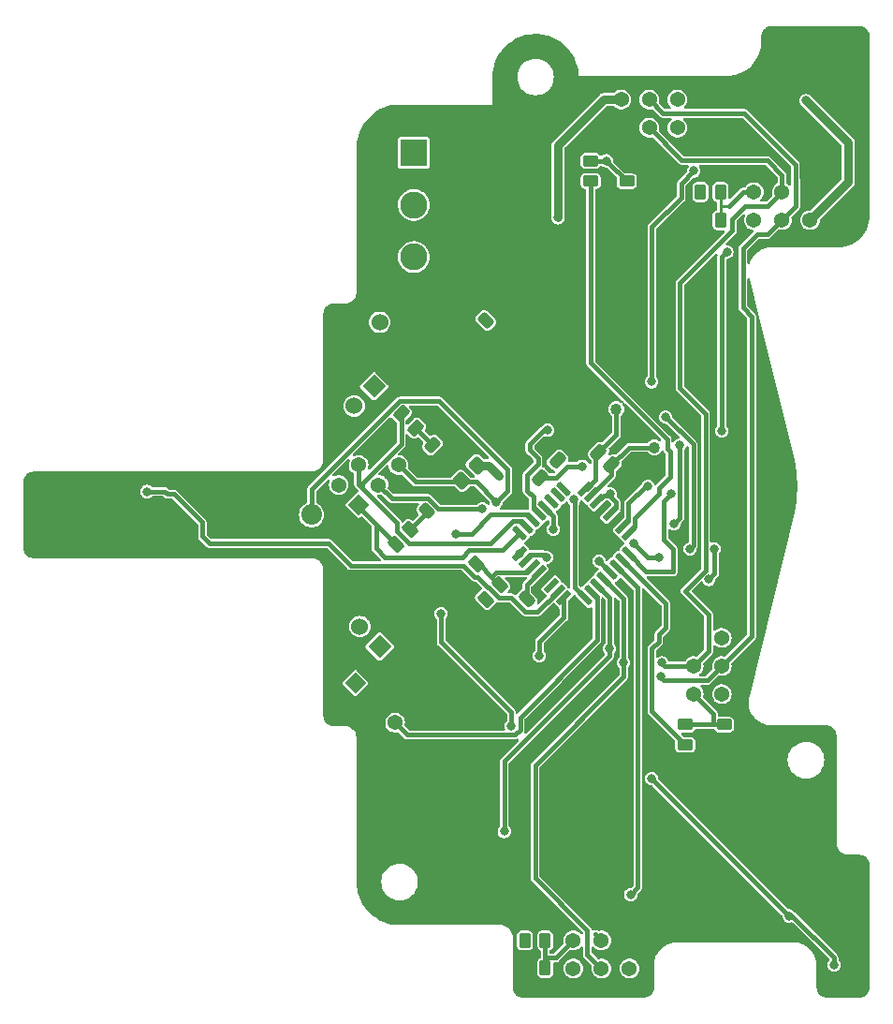
<source format=gbr>
%TF.GenerationSoftware,KiCad,Pcbnew,8.0.1*%
%TF.CreationDate,2024-05-31T17:35:22+02:00*%
%TF.ProjectId,minisumo_pcb,6d696e69-7375-46d6-9f5f-7063622e6b69,rev?*%
%TF.SameCoordinates,Original*%
%TF.FileFunction,Copper,L1,Top*%
%TF.FilePolarity,Positive*%
%FSLAX46Y46*%
G04 Gerber Fmt 4.6, Leading zero omitted, Abs format (unit mm)*
G04 Created by KiCad (PCBNEW 8.0.1) date 2024-05-31 17:35:22*
%MOMM*%
%LPD*%
G01*
G04 APERTURE LIST*
G04 Aperture macros list*
%AMRoundRect*
0 Rectangle with rounded corners*
0 $1 Rounding radius*
0 $2 $3 $4 $5 $6 $7 $8 $9 X,Y pos of 4 corners*
0 Add a 4 corners polygon primitive as box body*
4,1,4,$2,$3,$4,$5,$6,$7,$8,$9,$2,$3,0*
0 Add four circle primitives for the rounded corners*
1,1,$1+$1,$2,$3*
1,1,$1+$1,$4,$5*
1,1,$1+$1,$6,$7*
1,1,$1+$1,$8,$9*
0 Add four rect primitives between the rounded corners*
20,1,$1+$1,$2,$3,$4,$5,0*
20,1,$1+$1,$4,$5,$6,$7,0*
20,1,$1+$1,$6,$7,$8,$9,0*
20,1,$1+$1,$8,$9,$2,$3,0*%
%AMRotRect*
0 Rectangle, with rotation*
0 The origin of the aperture is its center*
0 $1 length*
0 $2 width*
0 $3 Rotation angle, in degrees counterclockwise*
0 Add horizontal line*
21,1,$1,$2,0,0,$3*%
G04 Aperture macros list end*
%TA.AperFunction,SMDPad,CuDef*%
%ADD10RoundRect,0.243750X-0.150260X0.494975X-0.494975X0.150260X0.150260X-0.494975X0.494975X-0.150260X0*%
%TD*%
%TA.AperFunction,SMDPad,CuDef*%
%ADD11RoundRect,0.250000X-0.450000X0.262500X-0.450000X-0.262500X0.450000X-0.262500X0.450000X0.262500X0*%
%TD*%
%TA.AperFunction,SMDPad,CuDef*%
%ADD12RoundRect,0.250000X0.450000X-0.262500X0.450000X0.262500X-0.450000X0.262500X-0.450000X-0.262500X0*%
%TD*%
%TA.AperFunction,SMDPad,CuDef*%
%ADD13RoundRect,0.250000X0.262500X0.450000X-0.262500X0.450000X-0.262500X-0.450000X0.262500X-0.450000X0*%
%TD*%
%TA.AperFunction,ComponentPad*%
%ADD14RotRect,1.530000X1.530000X315.000000*%
%TD*%
%TA.AperFunction,ComponentPad*%
%ADD15C,1.530000*%
%TD*%
%TA.AperFunction,ComponentPad*%
%ADD16R,2.450000X2.450000*%
%TD*%
%TA.AperFunction,ComponentPad*%
%ADD17C,2.450000*%
%TD*%
%TA.AperFunction,SMDPad,CuDef*%
%ADD18RoundRect,0.250000X0.132583X-0.503814X0.503814X-0.132583X-0.132583X0.503814X-0.503814X0.132583X0*%
%TD*%
%TA.AperFunction,ComponentPad*%
%ADD19RotRect,1.370000X1.370000X135.000000*%
%TD*%
%TA.AperFunction,ComponentPad*%
%ADD20C,1.370000*%
%TD*%
%TA.AperFunction,SMDPad,CuDef*%
%ADD21RoundRect,0.038500X0.325269X0.659731X-0.659731X-0.325269X-0.325269X-0.659731X0.659731X0.325269X0*%
%TD*%
%TA.AperFunction,SMDPad,CuDef*%
%ADD22RoundRect,0.099000X-0.325269X0.574171X-0.574171X0.325269X0.325269X-0.574171X0.574171X-0.325269X0*%
%TD*%
%TA.AperFunction,ComponentPad*%
%ADD23C,1.030000*%
%TD*%
%TA.AperFunction,ComponentPad*%
%ADD24R,1.370000X1.370000*%
%TD*%
%TA.AperFunction,SMDPad,CuDef*%
%ADD25RoundRect,0.243750X0.494975X0.150260X0.150260X0.494975X-0.494975X-0.150260X-0.150260X-0.494975X0*%
%TD*%
%TA.AperFunction,SMDPad,CuDef*%
%ADD26RoundRect,0.250000X0.070711X-0.565685X0.565685X-0.070711X-0.070711X0.565685X-0.565685X0.070711X0*%
%TD*%
%TA.AperFunction,SMDPad,CuDef*%
%ADD27RoundRect,0.250000X0.512652X0.159099X0.159099X0.512652X-0.512652X-0.159099X-0.159099X-0.512652X0*%
%TD*%
%TA.AperFunction,SMDPad,CuDef*%
%ADD28RoundRect,0.250000X-0.159099X0.512652X-0.512652X0.159099X0.159099X-0.512652X0.512652X-0.159099X0*%
%TD*%
%TA.AperFunction,SMDPad,CuDef*%
%ADD29RoundRect,0.250000X-0.132583X0.503814X-0.503814X0.132583X0.132583X-0.503814X0.503814X-0.132583X0*%
%TD*%
%TA.AperFunction,SMDPad,CuDef*%
%ADD30RoundRect,0.250000X-0.262500X-0.450000X0.262500X-0.450000X0.262500X0.450000X-0.262500X0.450000X0*%
%TD*%
%TA.AperFunction,SMDPad,CuDef*%
%ADD31RoundRect,0.243750X0.150260X-0.494975X0.494975X-0.150260X-0.150260X0.494975X-0.494975X0.150260X0*%
%TD*%
%TA.AperFunction,ComponentPad*%
%ADD32RotRect,1.370000X1.370000X45.000000*%
%TD*%
%TA.AperFunction,ComponentPad*%
%ADD33RotRect,1.530000X1.530000X225.000000*%
%TD*%
%TA.AperFunction,SMDPad,CuDef*%
%ADD34RoundRect,0.250000X-0.503814X-0.132583X-0.132583X-0.503814X0.503814X0.132583X0.132583X0.503814X0*%
%TD*%
%TA.AperFunction,ComponentPad*%
%ADD35C,1.875000*%
%TD*%
%TA.AperFunction,SMDPad,CuDef*%
%ADD36RoundRect,0.250000X-0.512652X-0.159099X-0.159099X-0.512652X0.512652X0.159099X0.159099X0.512652X0*%
%TD*%
%TA.AperFunction,ComponentPad*%
%ADD37RotRect,1.530000X1.530000X45.000000*%
%TD*%
%TA.AperFunction,ViaPad*%
%ADD38C,0.600000*%
%TD*%
%TA.AperFunction,ViaPad*%
%ADD39C,0.800000*%
%TD*%
%TA.AperFunction,Conductor*%
%ADD40C,0.381000*%
%TD*%
%TA.AperFunction,Conductor*%
%ADD41C,0.431800*%
%TD*%
%TA.AperFunction,Conductor*%
%ADD42C,0.762000*%
%TD*%
%TA.AperFunction,Conductor*%
%ADD43C,0.250000*%
%TD*%
G04 APERTURE END LIST*
D10*
%TO.P,MISO1,1,K*%
%TO.N,GND*%
X116247535Y-100530303D03*
%TO.P,MISO1,2,A*%
%TO.N,Net-(MISO1-A)*%
X114921709Y-101856129D03*
%TD*%
D11*
%TO.P,R2,1*%
%TO.N,GND*%
X133002178Y-70217177D03*
%TO.P,R2,2*%
%TO.N,Net-(ES1-Pad05)*%
X133002178Y-72042177D03*
%TD*%
D12*
%TO.P,R9,1*%
%TO.N,GND*%
X141815001Y-122982500D03*
%TO.P,R9,2*%
%TO.N,Net-(ES3-Pad05)*%
X141815001Y-121157500D03*
%TD*%
D13*
%TO.P,R6,1*%
%TO.N,Net-(ES2-Pad05)*%
X141482498Y-73025000D03*
%TO.P,R6,2*%
%TO.N,/sensor2/XSHUT_2*%
X139657498Y-73025000D03*
%TD*%
D14*
%TO.P,M2,01,01*%
%TO.N,/motor_driver2/MOTOR_IN1*%
X110645561Y-114091242D03*
D15*
%TO.P,M2,02,02*%
%TO.N,/motor_driver2/MOTOR_IN2*%
X108849509Y-112295190D03*
%TD*%
D16*
%TO.P,S1,1,1*%
%TO.N,+OUT*%
X113747535Y-69493216D03*
D17*
%TO.P,S1,2,2*%
%TO.N,+IN*%
X113747535Y-74193216D03*
%TO.P,S1,3,3*%
%TO.N,unconnected-(S1-Pad3)*%
X113747535Y-78893216D03*
%TD*%
D18*
%TO.P,R5,1*%
%TO.N,/programming_connector/MISO*%
X112102300Y-104838451D03*
%TO.P,R5,2*%
%TO.N,Net-(MISO1-A)*%
X113392770Y-103547981D03*
%TD*%
D11*
%TO.P,R10,1*%
%TO.N,Net-(ES3-Pad05)*%
X138285000Y-121157500D03*
%TO.P,R10,2*%
%TO.N,/sensor3/XSHUT_3*%
X138285000Y-122982500D03*
%TD*%
D19*
%TO.P,J2,01,01*%
%TO.N,+5V*%
X108451484Y-117397165D03*
D20*
%TO.P,J2,02,02*%
%TO.N,GND*%
X110247535Y-119193216D03*
%TO.P,J2,03,03*%
%TO.N,STARTER*%
X112043586Y-120989267D03*
%TD*%
D21*
%TO.P,uC1,1,PD3*%
%TO.N,/sensor1/XSHUT_1*%
X133198534Y-103806264D03*
%TO.P,uC1,2,PD4*%
%TO.N,/inverter/DIRB_1*%
X132632849Y-103240578D03*
%TO.P,uC1,3,GND*%
%TO.N,GND*%
X132067163Y-102674893D03*
%TO.P,uC1,4,VCC*%
%TO.N,+5V*%
X131501478Y-102109207D03*
%TO.P,uC1,5,GND*%
%TO.N,GND*%
X130935793Y-101543522D03*
%TO.P,uC1,6,VCC*%
%TO.N,+5V*%
X130370107Y-100977837D03*
%TO.P,uC1,7,PB6*%
%TO.N,XTAL1*%
X129804422Y-100412151D03*
%TO.P,uC1,8,PB7*%
%TO.N,XTAL2*%
X129238736Y-99846466D03*
D22*
%TO.P,uC1,9,PD5*%
%TO.N,unconnected-(uC1-PD5-Pad9)*%
X127301264Y-99846466D03*
%TO.P,uC1,10,PD6*%
%TO.N,unconnected-(uC1-PD6-Pad10)*%
X126735578Y-100412151D03*
%TO.P,uC1,11,PD7*%
%TO.N,unconnected-(uC1-PD7-Pad11)*%
X126169893Y-100977837D03*
%TO.P,uC1,12,PB0*%
%TO.N,/inverter/DIRB_2*%
X125604207Y-101543522D03*
%TO.P,uC1,13,PB1*%
%TO.N,/motor_driver1/PWM1*%
X125038522Y-102109207D03*
%TO.P,uC1,14,PB2*%
%TO.N,/motor_driver2/PWM2*%
X124472837Y-102674893D03*
%TO.P,uC1,15,PB3*%
%TO.N,/programming_connector/MOSI*%
X123907151Y-103240578D03*
%TO.P,uC1,16,PB4*%
%TO.N,/programming_connector/MISO*%
X123341466Y-103806264D03*
D21*
%TO.P,uC1,17,PB5*%
%TO.N,/programming_connector/SCK*%
X123341466Y-105743736D03*
%TO.P,uC1,18,AVCC*%
%TO.N,+5V*%
X123907151Y-106309422D03*
%TO.P,uC1,19,ADC6*%
%TO.N,Net-(uC1-ADC6)*%
X124472837Y-106875107D03*
%TO.P,uC1,20,AREF*%
%TO.N,Net-(uC1-AREF)*%
X125038522Y-107440793D03*
%TO.P,uC1,21,GND*%
%TO.N,GND*%
X125604207Y-108006478D03*
%TO.P,uC1,22,ADC7*%
%TO.N,unconnected-(uC1-ADC7-Pad22)*%
X126169893Y-108572163D03*
%TO.P,uC1,23,PC0*%
%TO.N,/line_sensors/LS1*%
X126735578Y-109137849D03*
%TO.P,uC1,24,PC1*%
%TO.N,/line_sensors/LS3*%
X127301264Y-109703534D03*
D22*
%TO.P,uC1,25,PC2*%
%TO.N,/line_sensors/LS2*%
X129238736Y-109703534D03*
%TO.P,uC1,26,PC3*%
%TO.N,STARTER*%
X129804422Y-109137849D03*
%TO.P,uC1,27,PC4*%
%TO.N,/sensor1/SDA*%
X130370107Y-108572163D03*
%TO.P,uC1,28,PC5*%
%TO.N,/sensor1/SCL*%
X130935793Y-108006478D03*
%TO.P,uC1,29,PC6/~{RESET}*%
%TO.N,/programming_connector/RST*%
X131501478Y-107440793D03*
%TO.P,uC1,30,PD0*%
%TO.N,/sensor4/XSHUT_4*%
X132067163Y-106875107D03*
%TO.P,uC1,31,PD1*%
%TO.N,/sensor3/XSHUT_3*%
X132632849Y-106309422D03*
%TO.P,uC1,32,PD2*%
%TO.N,/sensor2/XSHUT_2*%
X133198534Y-105743736D03*
%TD*%
D11*
%TO.P,R1,1*%
%TO.N,Net-(ES1-Pad05)*%
X129742582Y-70197823D03*
%TO.P,R1,2*%
%TO.N,/sensor1/XSHUT_1*%
X129742582Y-72022823D03*
%TD*%
D23*
%TO.P,Y1,1*%
%TO.N,XTAL1*%
X135495341Y-96100341D03*
%TO.P,Y1,2*%
%TO.N,XTAL2*%
X132044659Y-92649659D03*
%TD*%
D24*
%TO.P,ES1,01,01*%
%TO.N,GND*%
X132497500Y-67213216D03*
D20*
%TO.P,ES1,02,02*%
%TO.N,+5V*%
X132497500Y-64673216D03*
%TO.P,ES1,03,03*%
%TO.N,/sensor1/SDA*%
X135037500Y-67213216D03*
%TO.P,ES1,04,04*%
%TO.N,/sensor1/SCL*%
X135037500Y-64673216D03*
%TO.P,ES1,05,05*%
%TO.N,Net-(ES1-Pad05)*%
X137577500Y-67213216D03*
%TO.P,ES1,06,06*%
%TO.N,/sensor1/G1*%
X137577500Y-64673216D03*
%TD*%
D25*
%TO.P,MOSI1,1,K*%
%TO.N,GND*%
X116747535Y-97193216D03*
%TO.P,MOSI1,2,A*%
%TO.N,Net-(MOSI1-A)*%
X115421709Y-95867390D03*
%TD*%
D26*
%TO.P,R47,1*%
%TO.N,/programming_connector/RST*%
X118037893Y-99132107D03*
%TO.P,R47,2*%
%TO.N,+5V*%
X119452107Y-97717893D03*
%TD*%
D24*
%TO.P,ES3,01,01*%
%TO.N,GND*%
X139065000Y-113317500D03*
D20*
%TO.P,ES3,02,02*%
%TO.N,+5V*%
X141605000Y-113317500D03*
%TO.P,ES3,03,03*%
%TO.N,/sensor1/SDA*%
X139065000Y-115857500D03*
%TO.P,ES3,04,04*%
%TO.N,/sensor1/SCL*%
X141605000Y-115857500D03*
%TO.P,ES3,05,05*%
%TO.N,Net-(ES3-Pad05)*%
X139065000Y-118397499D03*
%TO.P,ES3,06,06*%
%TO.N,/sensor3/G3*%
X141605000Y-118397500D03*
%TD*%
D27*
%TO.P,C25,1*%
%TO.N,+5V*%
X125141751Y-98846751D03*
%TO.P,C25,2*%
%TO.N,GND*%
X123798249Y-97503249D03*
%TD*%
D28*
%TO.P,C24,1*%
%TO.N,Net-(uC1-AREF)*%
X123941750Y-109803250D03*
%TO.P,C24,2*%
%TO.N,GND*%
X122598248Y-111146752D03*
%TD*%
D29*
%TO.P,R15,1*%
%TO.N,Net-(uC1-ADC6)*%
X121525045Y-108533398D03*
%TO.P,R15,2*%
%TO.N,+BATT*%
X120234575Y-109823868D03*
%TD*%
D30*
%TO.P,R3,1*%
%TO.N,GND*%
X139656195Y-75565000D03*
%TO.P,R3,2*%
%TO.N,Net-(ES2-Pad05)*%
X141481195Y-75565000D03*
%TD*%
D31*
%TO.P,+5V1,1,K*%
%TO.N,GND*%
X118937087Y-85962913D03*
%TO.P,+5V1,2,A*%
%TO.N,Net-(+5V1-A)*%
X120262913Y-84637087D03*
%TD*%
D30*
%TO.P,R11,1*%
%TO.N,GND*%
X123795035Y-143153216D03*
%TO.P,R11,2*%
%TO.N,Net-(ES4-Pad05)*%
X125620035Y-143153216D03*
%TD*%
D32*
%TO.P,Prog_Con1,01,01*%
%TO.N,/programming_connector/MISO*%
X108747535Y-101285318D03*
D20*
%TO.P,Prog_Con1,02,02*%
%TO.N,+5V*%
X106951484Y-99489267D03*
%TO.P,Prog_Con1,03,03*%
%TO.N,/programming_connector/SCK*%
X110543586Y-99489267D03*
%TO.P,Prog_Con1,04,04*%
%TO.N,/programming_connector/MOSI*%
X108747535Y-97693216D03*
%TO.P,Prog_Con1,05,05*%
%TO.N,/programming_connector/RST*%
X112339637Y-97693216D03*
%TO.P,Prog_Con1,06,06*%
%TO.N,GND*%
X110543586Y-95897164D03*
%TD*%
D18*
%TO.P,R16,1*%
%TO.N,GND*%
X118099765Y-107960235D03*
%TO.P,R16,2*%
%TO.N,Net-(uC1-ADC6)*%
X119390235Y-106669765D03*
%TD*%
D33*
%TO.P,BATT1,01,01*%
%TO.N,GND*%
X108849509Y-86591242D03*
D15*
%TO.P,BATT1,02,02*%
%TO.N,+IN*%
X110645561Y-84795190D03*
%TD*%
D27*
%TO.P,C26,1*%
%TO.N,+5V*%
X126741750Y-97246750D03*
%TO.P,C26,2*%
%TO.N,GND*%
X125398248Y-95903248D03*
%TD*%
D24*
%TO.P,ES4,01,01*%
%TO.N,GND*%
X133247535Y-140653216D03*
D20*
%TO.P,ES4,02,02*%
%TO.N,+5V*%
X133247535Y-143193216D03*
%TO.P,ES4,03,03*%
%TO.N,/sensor1/SDA*%
X130707535Y-140653216D03*
%TO.P,ES4,04,04*%
%TO.N,/sensor1/SCL*%
X130707535Y-143193216D03*
%TO.P,ES4,05,05*%
%TO.N,Net-(ES4-Pad05)*%
X128167535Y-140653216D03*
%TO.P,ES4,06,06*%
%TO.N,/sensor4/G4*%
X128167535Y-143193216D03*
%TD*%
D24*
%TO.P,ES2,01,01*%
%TO.N,GND*%
X149572500Y-73025000D03*
D20*
%TO.P,ES2,02,02*%
%TO.N,+5V*%
X149572500Y-75565000D03*
%TO.P,ES2,03,03*%
%TO.N,/sensor1/SDA*%
X147032500Y-73025000D03*
%TO.P,ES2,04,04*%
%TO.N,/sensor1/SCL*%
X147032500Y-75565000D03*
%TO.P,ES2,05,05*%
%TO.N,Net-(ES2-Pad05)*%
X144492501Y-73025000D03*
%TO.P,ES2,06,06*%
%TO.N,/sensor2/G2*%
X144492500Y-75565000D03*
%TD*%
D34*
%TO.P,R4,1*%
%TO.N,/programming_connector/MOSI*%
X112602300Y-93047981D03*
%TO.P,R4,2*%
%TO.N,Net-(MOSI1-A)*%
X113892770Y-94338451D03*
%TD*%
D27*
%TO.P,C1,1*%
%TO.N,XTAL2*%
X130441751Y-96546751D03*
%TO.P,C1,2*%
%TO.N,GND*%
X129098249Y-95203249D03*
%TD*%
D35*
%TO.P,B1,1*%
%TO.N,GND*%
X97997535Y-102193216D03*
%TO.P,B1,2*%
%TO.N,/programming_connector/RST*%
X104497535Y-102193216D03*
%TD*%
D13*
%TO.P,R12,1*%
%TO.N,Net-(ES4-Pad05)*%
X125620035Y-140653216D03*
%TO.P,R12,2*%
%TO.N,/sensor4/XSHUT_4*%
X123795035Y-140653216D03*
%TD*%
D36*
%TO.P,C2,1*%
%TO.N,XTAL1*%
X131598249Y-97703249D03*
%TO.P,C2,2*%
%TO.N,GND*%
X132941751Y-99046751D03*
%TD*%
D37*
%TO.P,M1,01,01*%
%TO.N,/motor_driver1/MOTOR_IN1*%
X110145561Y-90565190D03*
D15*
%TO.P,M1,02,02*%
%TO.N,/motor_driver1/MOTOR_IN2*%
X108349509Y-92361242D03*
%TD*%
D38*
%TO.N,GND*%
X144907000Y-62611000D03*
X144932400Y-63627000D03*
X140335000Y-64516000D03*
X140004800Y-66725800D03*
X139979400Y-67614800D03*
D39*
X141605000Y-67310000D03*
D38*
X139445000Y-64510000D03*
D39*
%TO.N,Net-(+5V1-A)*%
X120262913Y-84637087D03*
D38*
%TO.N,GND*%
X148945000Y-69610000D03*
X113945000Y-90610000D03*
X107945000Y-119610000D03*
X109945000Y-67610000D03*
X110945000Y-71610000D03*
X144945000Y-137610000D03*
X124945000Y-88610000D03*
X137945000Y-136610000D03*
X115945000Y-129610000D03*
X132945000Y-122610000D03*
X111945000Y-126610000D03*
X145945000Y-107610000D03*
X107945000Y-120610000D03*
X109945000Y-127610000D03*
X119945000Y-77610000D03*
X116945000Y-86610000D03*
X143945000Y-136610000D03*
X110945000Y-67610000D03*
X111945000Y-108610000D03*
X117945000Y-71610000D03*
X109945000Y-133610000D03*
X114945000Y-136610000D03*
X130945000Y-144610000D03*
X118945000Y-134610000D03*
X108945000Y-110610000D03*
X140945000Y-138610000D03*
X134945000Y-72610000D03*
X142945000Y-97610000D03*
X143945000Y-121610000D03*
X121945000Y-72610000D03*
X96945000Y-99610000D03*
X121945000Y-117610000D03*
X139945000Y-68610000D03*
X120945000Y-135610000D03*
X136945000Y-76610000D03*
X107945000Y-94610000D03*
X113945000Y-109610000D03*
X146945000Y-134610000D03*
X112945000Y-71610000D03*
X143945000Y-123610000D03*
X100945000Y-100610000D03*
X79945000Y-104610000D03*
X146945000Y-101610000D03*
X113945000Y-128610000D03*
X113945000Y-125610000D03*
X122945000Y-69610000D03*
X123945000Y-93610000D03*
X122945000Y-126610000D03*
X116945000Y-127610000D03*
X121945000Y-138610000D03*
X115945000Y-120610000D03*
X143945000Y-130610000D03*
X122945000Y-95610000D03*
X125945000Y-133610000D03*
X92945000Y-99610000D03*
X147945000Y-128610000D03*
X115945000Y-127610000D03*
X126945000Y-63610000D03*
X127945000Y-85610000D03*
X110945000Y-124610000D03*
X106945000Y-119610000D03*
X116945000Y-90610000D03*
X106945000Y-87610000D03*
X120945000Y-132610000D03*
X115945000Y-128610000D03*
X109945000Y-123610000D03*
X123945000Y-68610000D03*
X148945000Y-131610000D03*
X120945000Y-134610000D03*
X128945000Y-111610000D03*
X120945000Y-90610000D03*
X139945000Y-136610000D03*
X110945000Y-73610000D03*
X109945000Y-70610000D03*
X136945000Y-72610000D03*
X117945000Y-120610000D03*
X152945000Y-66610000D03*
X145945000Y-128610000D03*
X115945000Y-125610000D03*
X143945000Y-132610000D03*
X122945000Y-60610000D03*
X116945000Y-118610000D03*
X111945000Y-116610000D03*
X146945000Y-132610000D03*
X119945000Y-79610000D03*
X122945000Y-66610000D03*
X124945000Y-70610000D03*
X145945000Y-125610000D03*
X117945000Y-128610000D03*
X150945000Y-130610000D03*
X147945000Y-134610000D03*
X124945000Y-80610000D03*
D39*
X134929823Y-132455977D03*
D38*
X107945000Y-109610000D03*
X116945000Y-109610000D03*
X117945000Y-135610000D03*
X121945000Y-137610000D03*
X128945000Y-63610000D03*
X123945000Y-67610000D03*
X153945000Y-141610000D03*
X120945000Y-133610000D03*
X142945000Y-94610000D03*
X109945000Y-130610000D03*
D39*
X137795000Y-125730000D03*
D38*
X141945000Y-97610000D03*
X115945000Y-133610000D03*
X149945000Y-135610000D03*
X113945000Y-126610000D03*
X110945000Y-128610000D03*
X141945000Y-71610000D03*
X116945000Y-70610000D03*
X126945000Y-143610000D03*
X140945000Y-137610000D03*
X117945000Y-113610000D03*
X109945000Y-126610000D03*
X123945000Y-81610000D03*
X126945000Y-144610000D03*
X148945000Y-136610000D03*
X120945000Y-136610000D03*
D39*
X123190000Y-100965000D03*
D38*
X130945000Y-66610000D03*
X119945000Y-133610000D03*
X145945000Y-91610000D03*
X150945000Y-134610000D03*
X110945000Y-108610000D03*
X143945000Y-129610000D03*
X142945000Y-112610000D03*
X112945000Y-132610000D03*
X115945000Y-90610000D03*
X109945000Y-134610000D03*
X113945000Y-108610000D03*
X112945000Y-67610000D03*
X130945000Y-86610000D03*
X113945000Y-129610000D03*
X113945000Y-117610000D03*
X111945000Y-79610000D03*
X111945000Y-124610000D03*
X139945000Y-84610000D03*
X120945000Y-124610000D03*
X130945000Y-75610000D03*
X130945000Y-87610000D03*
X145945000Y-126610000D03*
X150945000Y-68610000D03*
X119945000Y-114610000D03*
X115945000Y-94610000D03*
X108945000Y-84610000D03*
X153945000Y-66610000D03*
X98945000Y-100610000D03*
X145945000Y-132610000D03*
X107945000Y-84610000D03*
X99945000Y-99610000D03*
X116945000Y-87610000D03*
X121945000Y-70610000D03*
X141945000Y-130610000D03*
X118945000Y-132610000D03*
X113945000Y-118610000D03*
X110945000Y-125610000D03*
X109945000Y-75610000D03*
X136945000Y-135610000D03*
X140945000Y-101610000D03*
X114945000Y-133610000D03*
X112945000Y-123610000D03*
X111945000Y-67610000D03*
X152945000Y-144610000D03*
X105945000Y-100610000D03*
X150945000Y-144610000D03*
X111945000Y-128610000D03*
X149945000Y-132610000D03*
X117945000Y-77610000D03*
X142945000Y-110610000D03*
X124945000Y-65610000D03*
X130945000Y-68610000D03*
X117945000Y-119610000D03*
X111945000Y-81610000D03*
X109945000Y-69610000D03*
X129945000Y-137610000D03*
X102945000Y-101610000D03*
X95945000Y-102610000D03*
X143945000Y-71610000D03*
X121945000Y-66610000D03*
X130945000Y-72610000D03*
X114945000Y-119610000D03*
X152945000Y-75610000D03*
X130945000Y-76610000D03*
X115945000Y-76610000D03*
X130945000Y-137610000D03*
X114945000Y-129610000D03*
X110945000Y-127610000D03*
X131945000Y-135610000D03*
X147945000Y-136610000D03*
X119945000Y-87610000D03*
X123945000Y-88610000D03*
D39*
X135245981Y-129933227D03*
D38*
X113945000Y-87610000D03*
X146945000Y-133610000D03*
X139945000Y-81610000D03*
X145945000Y-63610000D03*
X119945000Y-134610000D03*
X151945000Y-70610000D03*
X112945000Y-107610000D03*
X100945000Y-102610000D03*
X139945000Y-82610000D03*
D39*
X129707394Y-130135127D03*
D38*
X94945000Y-99610000D03*
X109945000Y-121610000D03*
X117945000Y-90610000D03*
X113945000Y-127610000D03*
X115945000Y-93610000D03*
X116945000Y-133610000D03*
X146945000Y-128610000D03*
X118945000Y-84610000D03*
X122945000Y-125610000D03*
X145945000Y-97610000D03*
X119945000Y-132610000D03*
X139945000Y-87610000D03*
X113945000Y-137610000D03*
X112945000Y-129610000D03*
X107945000Y-110610000D03*
X118945000Y-131610000D03*
X85945000Y-104610000D03*
X121945000Y-68610000D03*
X149945000Y-61610000D03*
X145945000Y-106610000D03*
X153945000Y-75610000D03*
X109945000Y-68610000D03*
X123945000Y-138610000D03*
X146945000Y-122610000D03*
X146945000Y-95610000D03*
X133945000Y-75610000D03*
X123945000Y-70610000D03*
X109945000Y-107610000D03*
X115945000Y-118610000D03*
X132945000Y-144610000D03*
X90945000Y-101610000D03*
X115945000Y-117610000D03*
X145945000Y-131610000D03*
X118945000Y-133610000D03*
X82945000Y-104610000D03*
X133945000Y-144610000D03*
X124945000Y-87610000D03*
X108945000Y-114610000D03*
X121945000Y-61610000D03*
X120945000Y-69610000D03*
X114945000Y-97610000D03*
X111945000Y-131610000D03*
X125945000Y-91610000D03*
X139945000Y-135610000D03*
X135945000Y-122610000D03*
X149945000Y-60610000D03*
X115945000Y-79610000D03*
X110945000Y-74610000D03*
X141945000Y-134610000D03*
X146945000Y-123610000D03*
X127945000Y-83610000D03*
X117945000Y-127610000D03*
X114945000Y-76610000D03*
X138945000Y-133610000D03*
X115945000Y-135610000D03*
X135945000Y-140610000D03*
X146945000Y-99610000D03*
X144945000Y-68610000D03*
X118945000Y-137610000D03*
X97945000Y-100610000D03*
X138945000Y-68610000D03*
X143945000Y-124610000D03*
X106945000Y-84610000D03*
X140945000Y-135610000D03*
X116945000Y-84610000D03*
X151945000Y-134610000D03*
X81945000Y-104610000D03*
X153945000Y-72610000D03*
X149945000Y-69610000D03*
X130945000Y-79610000D03*
X125945000Y-87610000D03*
X146945000Y-100610000D03*
X132945000Y-121610000D03*
X114945000Y-90610000D03*
X122945000Y-133610000D03*
X107945000Y-88610000D03*
X122945000Y-71610000D03*
X144945000Y-125610000D03*
X153945000Y-62610000D03*
X111945000Y-122610000D03*
X150945000Y-127610000D03*
X79945000Y-99610000D03*
X143945000Y-115610000D03*
X117945000Y-95610000D03*
X116945000Y-128610000D03*
X122945000Y-108610000D03*
X116945000Y-95610000D03*
X114945000Y-66610000D03*
X139945000Y-134610000D03*
X141945000Y-124610000D03*
X122945000Y-78610000D03*
X145945000Y-104610000D03*
X121945000Y-95610000D03*
X143945000Y-125610000D03*
X115945000Y-70610000D03*
X141945000Y-127610000D03*
X110945000Y-107610000D03*
X145945000Y-129610000D03*
X122945000Y-117610000D03*
X130945000Y-138610000D03*
X153945000Y-74610000D03*
X125945000Y-65610000D03*
X116945000Y-79610000D03*
X144945000Y-131610000D03*
X122945000Y-76610000D03*
X99945000Y-101610000D03*
X121945000Y-136610000D03*
X111945000Y-125610000D03*
X114945000Y-86610000D03*
X121945000Y-78610000D03*
X122945000Y-84610000D03*
X145945000Y-102610000D03*
X126945000Y-66610000D03*
X116945000Y-135610000D03*
X116945000Y-77610000D03*
D39*
X116747535Y-97193216D03*
D38*
X113945000Y-81610000D03*
X128945000Y-80610000D03*
X129945000Y-102610000D03*
X115945000Y-80610000D03*
X121945000Y-63610000D03*
X148945000Y-127610000D03*
X132945000Y-94610000D03*
X130945000Y-77610000D03*
X119945000Y-130610000D03*
X116945000Y-108610000D03*
X121945000Y-94610000D03*
X126945000Y-65610000D03*
X133945000Y-68610000D03*
X148945000Y-129610000D03*
X144945000Y-123610000D03*
X130945000Y-136610000D03*
X108945000Y-105610000D03*
X115945000Y-85610000D03*
X126945000Y-64610000D03*
X115945000Y-77610000D03*
X134945000Y-68610000D03*
X113945000Y-131610000D03*
X150945000Y-132610000D03*
X109945000Y-125610000D03*
X145945000Y-103610000D03*
X145945000Y-96610000D03*
X145945000Y-60610000D03*
X122945000Y-138610000D03*
X143945000Y-131610000D03*
X109945000Y-128610000D03*
X114945000Y-81610000D03*
X95945000Y-100610000D03*
X111945000Y-107610000D03*
X153945000Y-140610000D03*
X120945000Y-66610000D03*
X112945000Y-126610000D03*
X138945000Y-135610000D03*
X118945000Y-87610000D03*
X111945000Y-82610000D03*
X114945000Y-124610000D03*
X110945000Y-109610000D03*
X120945000Y-71610000D03*
X150945000Y-71610000D03*
X114945000Y-116610000D03*
X111945000Y-109610000D03*
X108945000Y-108610000D03*
X140945000Y-99610000D03*
X111945000Y-80610000D03*
X113945000Y-66610000D03*
X118945000Y-135610000D03*
X145945000Y-98610000D03*
X138945000Y-111610000D03*
X146945000Y-103610000D03*
X124945000Y-92610000D03*
X110945000Y-130610000D03*
X113945000Y-116610000D03*
X150945000Y-129610000D03*
X128945000Y-144610000D03*
X110945000Y-137610000D03*
D39*
X128270000Y-116840000D03*
D38*
X141945000Y-125610000D03*
X124945000Y-81610000D03*
X97945000Y-99610000D03*
X153945000Y-68610000D03*
X153945000Y-134610000D03*
X110945000Y-129610000D03*
X140945000Y-98610000D03*
D39*
X126977639Y-131479720D03*
D38*
X114945000Y-125610000D03*
D39*
X135255000Y-111125000D03*
D38*
X147945000Y-76610000D03*
X143945000Y-127610000D03*
X137945000Y-106610000D03*
X130945000Y-78610000D03*
X112945000Y-115610000D03*
X112945000Y-108610000D03*
X146945000Y-63610000D03*
X142945000Y-96610000D03*
X141945000Y-98610000D03*
X119945000Y-93610000D03*
X119945000Y-82610000D03*
X130945000Y-71610000D03*
X119945000Y-136610000D03*
X114945000Y-135610000D03*
X114945000Y-128610000D03*
X125945000Y-92610000D03*
X114945000Y-126610000D03*
X147945000Y-133610000D03*
X139945000Y-137610000D03*
X145945000Y-105610000D03*
X127945000Y-84610000D03*
X120945000Y-78610000D03*
X136945000Y-71610000D03*
X116945000Y-66610000D03*
X116945000Y-120610000D03*
X124945000Y-82610000D03*
X146945000Y-102610000D03*
X117945000Y-133610000D03*
X141945000Y-100610000D03*
X148945000Y-68610000D03*
X141945000Y-136610000D03*
X114945000Y-137610000D03*
X111945000Y-70610000D03*
X130945000Y-67610000D03*
X112945000Y-124610000D03*
X122945000Y-72610000D03*
X110945000Y-123610000D03*
X110945000Y-68610000D03*
X113945000Y-130610000D03*
X142945000Y-98610000D03*
X141945000Y-129610000D03*
X109945000Y-110610000D03*
X102945000Y-99610000D03*
X116945000Y-134610000D03*
X149945000Y-126610000D03*
X116945000Y-72610000D03*
X119945000Y-135610000D03*
X122945000Y-64610000D03*
X131945000Y-75610000D03*
X110945000Y-110610000D03*
X134945000Y-92610000D03*
X123945000Y-89610000D03*
X147945000Y-129610000D03*
X109945000Y-71610000D03*
X142945000Y-100610000D03*
X144945000Y-129610000D03*
X110945000Y-66610000D03*
X150945000Y-133610000D03*
X117945000Y-87610000D03*
X149945000Y-130610000D03*
X117945000Y-132610000D03*
X121945000Y-62610000D03*
X149945000Y-70610000D03*
X86945000Y-101610000D03*
X118945000Y-128610000D03*
X143945000Y-138610000D03*
X123945000Y-83610000D03*
X111945000Y-110610000D03*
X115945000Y-75610000D03*
X106945000Y-86610000D03*
X113945000Y-123610000D03*
X138945000Y-134610000D03*
X138945000Y-81610000D03*
X120945000Y-94610000D03*
X149945000Y-127610000D03*
X123945000Y-94610000D03*
X141945000Y-135610000D03*
X125945000Y-85610000D03*
X139945000Y-138610000D03*
X114945000Y-87610000D03*
X115945000Y-73610000D03*
X124945000Y-86610000D03*
X147945000Y-68610000D03*
X115945000Y-130610000D03*
X120945000Y-93610000D03*
X111945000Y-129610000D03*
X131945000Y-144610000D03*
X153945000Y-67610000D03*
X102945000Y-100610000D03*
X110945000Y-132610000D03*
X139945000Y-86610000D03*
X120945000Y-79610000D03*
X96945000Y-100610000D03*
X113945000Y-76610000D03*
X144945000Y-130610000D03*
X109945000Y-129610000D03*
X145945000Y-59610000D03*
X144945000Y-126610000D03*
X107945000Y-107610000D03*
X150945000Y-128610000D03*
X117945000Y-79610000D03*
X126945000Y-134610000D03*
X126945000Y-80610000D03*
X129945000Y-144610000D03*
X143945000Y-137610000D03*
X106945000Y-89610000D03*
X146945000Y-126610000D03*
X146945000Y-129610000D03*
X126945000Y-128610000D03*
X117945000Y-130610000D03*
X145945000Y-93610000D03*
X135945000Y-139610000D03*
X112945000Y-83610000D03*
X122945000Y-94610000D03*
X149945000Y-131610000D03*
X95945000Y-101610000D03*
X112945000Y-109610000D03*
X107945000Y-102610000D03*
X112945000Y-125610000D03*
X116945000Y-132610000D03*
X115945000Y-132610000D03*
X121945000Y-89610000D03*
X113945000Y-97610000D03*
X145945000Y-123610000D03*
X127945000Y-112610000D03*
X130945000Y-63610000D03*
X91945000Y-102610000D03*
X145945000Y-122610000D03*
X138945000Y-82610000D03*
X106945000Y-118610000D03*
X110945000Y-126610000D03*
X112945000Y-81610000D03*
X140945000Y-136610000D03*
X114945000Y-72610000D03*
X122945000Y-83610000D03*
X121945000Y-64610000D03*
X148945000Y-130610000D03*
X146945000Y-130610000D03*
X116945000Y-136610000D03*
X107945000Y-114610000D03*
X127945000Y-65610000D03*
X116945000Y-69610000D03*
X123945000Y-65610000D03*
X113945000Y-115610000D03*
X112945000Y-82610000D03*
X127945000Y-62610000D03*
X146945000Y-135610000D03*
X131945000Y-142610000D03*
X135945000Y-72610000D03*
X116945000Y-119610000D03*
X122945000Y-65610000D03*
X123945000Y-71610000D03*
X111945000Y-68610000D03*
X138945000Y-137610000D03*
X116945000Y-137610000D03*
X109945000Y-108610000D03*
X115945000Y-134610000D03*
X114945000Y-118610000D03*
X110945000Y-70610000D03*
X80945000Y-104610000D03*
X124945000Y-144610000D03*
X142945000Y-108610000D03*
X153945000Y-70610000D03*
X112945000Y-130610000D03*
X152945000Y-74610000D03*
X136945000Y-70610000D03*
X102945000Y-102610000D03*
X108945000Y-83610000D03*
X116945000Y-131610000D03*
X91945000Y-101610000D03*
X118945000Y-79610000D03*
X115945000Y-126610000D03*
X131945000Y-143610000D03*
X109945000Y-122610000D03*
X117945000Y-70610000D03*
X151945000Y-76610000D03*
X126945000Y-61610000D03*
X106945000Y-88610000D03*
X124945000Y-72610000D03*
X112945000Y-110610000D03*
X118945000Y-90610000D03*
X144945000Y-138610000D03*
X141945000Y-101610000D03*
X122945000Y-90610000D03*
X113945000Y-110610000D03*
X107945000Y-108610000D03*
X142945000Y-99610000D03*
X111945000Y-69610000D03*
X116945000Y-71610000D03*
X119945000Y-115610000D03*
X112945000Y-66610000D03*
X99945000Y-100610000D03*
X112945000Y-117610000D03*
X144945000Y-124610000D03*
X149945000Y-134610000D03*
X150945000Y-70610000D03*
X125945000Y-80610000D03*
X127945000Y-144610000D03*
X115945000Y-86610000D03*
X120945000Y-116610000D03*
X101945000Y-101610000D03*
X144945000Y-71610000D03*
X121945000Y-116610000D03*
X142945000Y-111610000D03*
X117945000Y-72610000D03*
X119945000Y-124610000D03*
X109945000Y-109610000D03*
X148945000Y-132610000D03*
X149945000Y-67610000D03*
X99945000Y-102610000D03*
X90945000Y-102610000D03*
X142945000Y-95610000D03*
X109945000Y-120610000D03*
X142945000Y-71610000D03*
X132945000Y-68610000D03*
X142945000Y-109610000D03*
X115945000Y-72610000D03*
X151945000Y-75610000D03*
X145945000Y-133610000D03*
X125945000Y-79610000D03*
X101945000Y-99610000D03*
X145945000Y-94610000D03*
X126945000Y-86610000D03*
X147945000Y-135610000D03*
X111945000Y-72610000D03*
X153945000Y-69610000D03*
X119945000Y-78610000D03*
X117945000Y-134610000D03*
X112945000Y-131610000D03*
X115945000Y-136610000D03*
X120945000Y-137610000D03*
X119945000Y-137610000D03*
X146945000Y-98610000D03*
X145945000Y-124610000D03*
X128945000Y-112610000D03*
X127945000Y-72610000D03*
X117945000Y-83610000D03*
X148945000Y-70610000D03*
X116945000Y-130610000D03*
X114945000Y-117610000D03*
X128945000Y-84610000D03*
X142945000Y-85610000D03*
X145945000Y-61610000D03*
X144945000Y-127610000D03*
X144945000Y-122610000D03*
X145945000Y-134610000D03*
X149945000Y-128610000D03*
X117945000Y-109610000D03*
X109945000Y-74610000D03*
X118945000Y-78610000D03*
X126945000Y-60610000D03*
X101945000Y-102610000D03*
X123945000Y-72610000D03*
X116945000Y-94610000D03*
X118945000Y-83610000D03*
X143945000Y-128610000D03*
X122945000Y-118610000D03*
X112945000Y-90610000D03*
X127945000Y-71610000D03*
X82945000Y-103610000D03*
X95945000Y-99610000D03*
X149945000Y-62610000D03*
X113945000Y-107610000D03*
X117945000Y-69610000D03*
X117945000Y-66610000D03*
X114945000Y-134610000D03*
X121945000Y-77610000D03*
X136945000Y-81610000D03*
X147945000Y-130610000D03*
X119945000Y-129610000D03*
X108945000Y-109610000D03*
X145945000Y-95610000D03*
X121945000Y-90610000D03*
X118945000Y-82610000D03*
X152945000Y-134610000D03*
X143945000Y-126610000D03*
X124945000Y-66610000D03*
X115945000Y-78610000D03*
X142945000Y-84610000D03*
X153945000Y-73610000D03*
X111945000Y-84610000D03*
X120945000Y-125610000D03*
X112945000Y-116610000D03*
X139945000Y-85610000D03*
X151945000Y-144610000D03*
X140945000Y-133610000D03*
X122945000Y-127610000D03*
X132945000Y-138610000D03*
D39*
X113030000Y-101600000D03*
D38*
X152945000Y-76610000D03*
X147945000Y-126610000D03*
X128945000Y-64610000D03*
X118945000Y-77610000D03*
X83945000Y-104610000D03*
X113945000Y-132610000D03*
X114945000Y-132610000D03*
X126945000Y-84610000D03*
X147945000Y-127610000D03*
X122945000Y-88610000D03*
X114945000Y-131610000D03*
X119945000Y-123610000D03*
X150945000Y-76610000D03*
X148945000Y-128610000D03*
X93945000Y-99610000D03*
X113945000Y-82610000D03*
X125945000Y-81610000D03*
X119945000Y-66610000D03*
X114945000Y-80610000D03*
X118945000Y-129610000D03*
X142945000Y-86610000D03*
X141945000Y-119610000D03*
X128945000Y-83610000D03*
X140945000Y-68610000D03*
X115945000Y-66610000D03*
X113945000Y-96610000D03*
X144945000Y-128610000D03*
X146945000Y-127610000D03*
X116945000Y-78610000D03*
X118945000Y-136610000D03*
X100945000Y-99610000D03*
X135945000Y-71610000D03*
X111945000Y-71610000D03*
X121945000Y-85610000D03*
X149945000Y-68610000D03*
X87945000Y-101610000D03*
X120945000Y-72610000D03*
X121945000Y-65610000D03*
X124945000Y-71610000D03*
X146945000Y-97610000D03*
X145945000Y-99610000D03*
X143945000Y-122610000D03*
X142945000Y-93610000D03*
X118945000Y-123610000D03*
X117945000Y-78610000D03*
X131945000Y-68610000D03*
X110945000Y-69610000D03*
X140945000Y-100610000D03*
X106945000Y-85610000D03*
X120945000Y-123610000D03*
X114945000Y-127610000D03*
X122945000Y-70610000D03*
X115945000Y-137610000D03*
X111945000Y-115610000D03*
X150945000Y-126610000D03*
X123945000Y-59610000D03*
X129945000Y-67610000D03*
X123945000Y-66610000D03*
X131945000Y-76610000D03*
X132945000Y-76610000D03*
X138945000Y-83610000D03*
X127945000Y-80610000D03*
X92945000Y-102610000D03*
X122945000Y-93610000D03*
X144945000Y-132610000D03*
X116945000Y-129610000D03*
X115945000Y-69610000D03*
X109945000Y-115610000D03*
X108945000Y-113610000D03*
X148945000Y-134610000D03*
X146945000Y-125610000D03*
X121945000Y-71610000D03*
X112945000Y-128610000D03*
X145945000Y-100610000D03*
X111945000Y-83610000D03*
X119945000Y-131610000D03*
X111945000Y-123610000D03*
X144945000Y-133610000D03*
X145945000Y-92610000D03*
X120945000Y-86610000D03*
X151945000Y-133610000D03*
X115945000Y-131610000D03*
X110945000Y-131610000D03*
X141945000Y-126610000D03*
X117945000Y-131610000D03*
X117945000Y-137610000D03*
X152945000Y-140610000D03*
X122945000Y-77610000D03*
X94945000Y-101610000D03*
X122945000Y-137610000D03*
X117945000Y-129610000D03*
X153945000Y-71610000D03*
X109945000Y-124610000D03*
X149945000Y-129610000D03*
X137945000Y-135610000D03*
X84945000Y-104610000D03*
X150945000Y-69610000D03*
X132945000Y-75610000D03*
X119945000Y-90610000D03*
X122945000Y-67610000D03*
X147945000Y-132610000D03*
X145945000Y-138610000D03*
X125945000Y-86610000D03*
X145945000Y-62610000D03*
X117945000Y-110610000D03*
X121945000Y-69610000D03*
X140945000Y-134610000D03*
X127945000Y-63610000D03*
X111945000Y-130610000D03*
X110945000Y-122610000D03*
X120945000Y-77610000D03*
X149945000Y-71610000D03*
X139945000Y-132610000D03*
X111945000Y-66610000D03*
D39*
X113030000Y-99695000D03*
D38*
X134945000Y-112610000D03*
X110945000Y-72610000D03*
X98945000Y-99610000D03*
X114945000Y-130610000D03*
X138945000Y-67610000D03*
D39*
X122771751Y-97328249D03*
D38*
X149945000Y-133610000D03*
X118945000Y-66610000D03*
X109945000Y-73610000D03*
X139945000Y-133610000D03*
X94945000Y-100610000D03*
X116945000Y-126610000D03*
X108945000Y-115610000D03*
X108945000Y-107610000D03*
X123945000Y-144610000D03*
X141945000Y-128610000D03*
X111945000Y-90610000D03*
X121945000Y-79610000D03*
X125945000Y-66610000D03*
X118945000Y-113610000D03*
X111945000Y-132610000D03*
X108945000Y-120610000D03*
X153945000Y-144610000D03*
X116945000Y-85610000D03*
X142945000Y-107610000D03*
X147945000Y-131610000D03*
X125945000Y-144610000D03*
X127945000Y-64610000D03*
X109945000Y-136610000D03*
X145945000Y-101610000D03*
X114945000Y-71610000D03*
X117945000Y-84610000D03*
X129945000Y-68610000D03*
X93945000Y-100610000D03*
X112945000Y-127610000D03*
X139945000Y-83610000D03*
X120945000Y-115610000D03*
X122945000Y-132610000D03*
X109945000Y-131610000D03*
X126945000Y-129610000D03*
X109945000Y-135610000D03*
X145945000Y-130610000D03*
X129945000Y-138610000D03*
X107945000Y-113610000D03*
X148945000Y-135610000D03*
X150945000Y-131610000D03*
X133945000Y-76610000D03*
X123945000Y-87610000D03*
X141945000Y-137610000D03*
X127945000Y-70610000D03*
X100945000Y-101610000D03*
X123945000Y-69610000D03*
X126945000Y-85610000D03*
X142945000Y-101610000D03*
X111945000Y-73610000D03*
X118945000Y-120610000D03*
X141945000Y-99610000D03*
X112945000Y-80610000D03*
X148945000Y-71610000D03*
X118945000Y-130610000D03*
X150945000Y-122610000D03*
X146945000Y-67610000D03*
X121945000Y-67610000D03*
X108945000Y-119610000D03*
X118945000Y-114610000D03*
X101945000Y-100610000D03*
X111945000Y-127610000D03*
X122945000Y-68610000D03*
X146945000Y-131610000D03*
X124945000Y-59610000D03*
X109945000Y-72610000D03*
X113945000Y-71610000D03*
X146945000Y-96610000D03*
X148945000Y-133610000D03*
X129945000Y-63610000D03*
X137945000Y-134610000D03*
X120945000Y-70610000D03*
X134945000Y-71610000D03*
X115945000Y-74610000D03*
X113945000Y-124610000D03*
X145945000Y-127610000D03*
X80945000Y-99610000D03*
X115945000Y-119610000D03*
D39*
X116297598Y-100872402D03*
D38*
X151945000Y-69610000D03*
X111945000Y-78610000D03*
X115945000Y-71610000D03*
X121945000Y-93610000D03*
X125945000Y-129610000D03*
X115945000Y-87610000D03*
X117945000Y-136610000D03*
X122945000Y-89610000D03*
X109945000Y-132610000D03*
X138945000Y-136610000D03*
D39*
%TO.N,/programming_connector/RST*%
X130492500Y-106362500D03*
X121208536Y-101041464D03*
%TO.N,+BATT*%
X120234575Y-109823868D03*
%TO.N,+5V*%
X149225000Y-64770000D03*
X129005349Y-97792577D03*
X126886867Y-97155000D03*
X125141751Y-98846751D03*
X131516179Y-100297656D03*
X125730000Y-106045000D03*
X126800000Y-75343215D03*
X121428249Y-98671751D03*
%TO.N,/sensor1/SCL*%
X132717577Y-115569141D03*
X136045500Y-116840000D03*
%TO.N,/sensor1/SDA*%
X121920000Y-130810000D03*
X131445000Y-114300000D03*
X136179000Y-115570000D03*
%TO.N,Net-(ES1-Pad05)*%
X131157823Y-70197822D03*
%TO.N,/inverter/DIRA_2*%
X140931000Y-105277500D03*
X140417718Y-108032718D03*
%TO.N,/inverter/DIRA_1*%
X136525000Y-93370400D03*
X138719000Y-105277500D03*
%TO.N,/inverter/DIRB_1*%
X134926319Y-99612181D03*
X137795000Y-95902518D03*
X137292500Y-103002500D03*
%TO.N,/inverter/DIRB_2*%
X126365000Y-103505000D03*
X135890000Y-106045000D03*
X133639000Y-104775000D03*
%TO.N,/line_sensors/LS1*%
X89600000Y-100087500D03*
%TO.N,/line_sensors/LS2*%
X128214849Y-100820856D03*
X135255000Y-90170000D03*
X139065000Y-71120000D03*
%TO.N,/line_sensors/LS3*%
X125095000Y-114935000D03*
X147663284Y-138443216D03*
X151765000Y-142875000D03*
X135255000Y-126034932D03*
%TO.N,/motor_driver1/PWM1*%
X125837177Y-94561683D03*
%TO.N,/motor_driver2/PWM2*%
X117579827Y-103907517D03*
X122555000Y-121285000D03*
X116205000Y-111125000D03*
%TO.N,/programming_connector/SCK*%
X119950697Y-101664303D03*
X123288433Y-105690703D03*
%TO.N,/sensor2/XSHUT_2*%
X139657498Y-73025000D03*
X142058922Y-78441578D03*
X137004500Y-100330000D03*
X141605000Y-94615000D03*
%TO.N,/sensor4/XSHUT_4*%
X133350000Y-136525000D03*
X123795035Y-140653216D03*
%TD*%
D40*
%TO.N,/sensor1/SCL*%
X136375700Y-117170200D02*
X136045500Y-116840000D01*
X140292300Y-117170200D02*
X136375700Y-117170200D01*
X141605000Y-115857500D02*
X140292300Y-117170200D01*
%TO.N,/sensor1/SDA*%
X145762500Y-74295000D02*
X147032500Y-73025000D01*
X142539076Y-75443724D02*
X143687800Y-74295000D01*
X143687800Y-74295000D02*
X145762500Y-74295000D01*
X137795000Y-81280000D02*
X142539076Y-76535924D01*
X137795000Y-90718884D02*
X137795000Y-81280000D01*
X140140500Y-93064384D02*
X137795000Y-90718884D01*
X138271250Y-109061250D02*
X140140500Y-107192000D01*
X142539076Y-76535924D02*
X142539076Y-75443724D01*
X140140500Y-107192000D02*
X140140500Y-93064384D01*
X139065000Y-115857500D02*
X140411200Y-114511300D01*
X140411200Y-111201200D02*
X138271250Y-109061250D01*
X140411200Y-114511300D02*
X140411200Y-111201200D01*
%TO.N,/sensor1/SCL*%
X143633987Y-65913000D02*
X136277284Y-65913000D01*
X148254500Y-70533513D02*
X143633987Y-65913000D01*
X148285200Y-74312300D02*
X148285200Y-71926715D01*
X148285200Y-71926715D02*
X148254500Y-71896015D01*
X148254500Y-71896015D02*
X148254500Y-70533513D01*
X136277284Y-65913000D02*
X135037500Y-64673216D01*
X147032500Y-75565000D02*
X148285200Y-74312300D01*
%TO.N,/sensor1/XSHUT_1*%
X129742582Y-88442182D02*
X129742582Y-72022823D01*
X136652000Y-95351600D02*
X129742582Y-88442182D01*
X136906000Y-96491392D02*
X136652000Y-96237392D01*
X135890000Y-99819159D02*
X136906000Y-98803159D01*
X136906000Y-98803159D02*
X136906000Y-96491392D01*
X136652000Y-96237392D02*
X136652000Y-95351600D01*
X133737648Y-103267150D02*
X133737648Y-102482352D01*
X133737648Y-102482352D02*
X135890000Y-100330000D01*
X135890000Y-100330000D02*
X135890000Y-99819159D01*
X133198534Y-103806264D02*
X133737648Y-103267150D01*
%TO.N,/inverter/DIRB_1*%
X137795000Y-102500000D02*
X137292500Y-103002500D01*
X137795000Y-95902518D02*
X137795000Y-102500000D01*
%TO.N,/inverter/DIRA_1*%
X136550400Y-93370400D02*
X139014200Y-95834200D01*
X136525000Y-93370400D02*
X136550400Y-93370400D01*
X139014200Y-95834200D02*
X139014200Y-104982300D01*
X139014200Y-104982300D02*
X138719000Y-105277500D01*
%TO.N,/programming_connector/MOSI*%
X123407227Y-102740654D02*
X123907151Y-103240578D01*
X122684346Y-102740654D02*
X123407227Y-102740654D01*
X112243559Y-102921759D02*
X112243559Y-103675804D01*
X112243559Y-103675804D02*
X113342755Y-104775000D01*
X113342755Y-104775000D02*
X120650000Y-104775000D01*
X108747535Y-99425735D02*
X112243559Y-102921759D01*
X120650000Y-104775000D02*
X122684346Y-102740654D01*
X108747535Y-99349535D02*
X108747535Y-99425735D01*
X112602300Y-95804203D02*
X112602300Y-93047981D01*
X110490000Y-97916503D02*
X112602300Y-95804203D01*
X109054900Y-99351603D02*
X109054900Y-99656900D01*
X110490000Y-97916503D02*
X109054900Y-99351603D01*
X109054900Y-99656900D02*
X108747535Y-99349535D01*
X108747535Y-99349535D02*
X108747535Y-97693216D01*
%TO.N,/sensor1/SCL*%
X124717035Y-135029435D02*
X129438400Y-139750800D01*
X129438400Y-139750800D02*
X129438400Y-141924081D01*
X124717035Y-124837965D02*
X124717035Y-135029435D01*
X129438400Y-141924081D02*
X130707535Y-143193216D01*
X132715000Y-116840000D02*
X124717035Y-124837965D01*
X130935793Y-108006478D02*
X132715000Y-109785685D01*
X132715000Y-109785685D02*
X132715000Y-116840000D01*
D41*
%TO.N,GND*%
X128322232Y-130135127D02*
X126977639Y-131479720D01*
D40*
X122946751Y-97503249D02*
X122771751Y-97328249D01*
D41*
X135245981Y-132139819D02*
X134929823Y-132455977D01*
X116247535Y-100530303D02*
X116247535Y-100822339D01*
D40*
X123798249Y-97503249D02*
X122946751Y-97503249D01*
D41*
X129707394Y-130135127D02*
X128322232Y-130135127D01*
X116247535Y-100822339D02*
X116297598Y-100872402D01*
X135245981Y-129933227D02*
X135245981Y-132139819D01*
D40*
%TO.N,/programming_connector/RST*%
X122218749Y-98088749D02*
X122218749Y-100031251D01*
X104497535Y-102193216D02*
X104497535Y-99875712D01*
X131501478Y-107371478D02*
X131501478Y-107440793D01*
X119392921Y-99225849D02*
X113872270Y-99225849D01*
X130492500Y-106362500D02*
X131501478Y-107371478D01*
X122218749Y-100031251D02*
X121208536Y-101041464D01*
X104497535Y-99875712D02*
X112474477Y-91898770D01*
X112474477Y-91898770D02*
X116028770Y-91898770D01*
X121208536Y-101041464D02*
X119392921Y-99225849D01*
X113872270Y-99225849D02*
X112339637Y-97693216D01*
X116028770Y-91898770D02*
X122218749Y-98088749D01*
%TO.N,XTAL2*%
X129388534Y-99846466D02*
X130175000Y-99060000D01*
X132044658Y-94943843D02*
X132044659Y-92649659D01*
X130175000Y-96813501D02*
X132044658Y-94943843D01*
X129238736Y-99846466D02*
X129388534Y-99846466D01*
X130175000Y-99060000D02*
X130175000Y-96813501D01*
%TO.N,XTAL1*%
X131598248Y-98618324D02*
X129804422Y-100412151D01*
X131598248Y-97703249D02*
X133201156Y-96100341D01*
X131598248Y-97703249D02*
X131598248Y-98618324D01*
X133201156Y-96100341D02*
X135495342Y-96100341D01*
D42*
%TO.N,+5V*%
X120474391Y-97717893D02*
X121428249Y-98671751D01*
D40*
X126795117Y-97246750D02*
X126886867Y-97155000D01*
X125470622Y-105785622D02*
X125730000Y-106045000D01*
X130893907Y-100454037D02*
X131438006Y-100454037D01*
D42*
X149225000Y-64770000D02*
X153031000Y-68576000D01*
X153031000Y-72106500D02*
X149572500Y-75565000D01*
D40*
X131438006Y-100375829D02*
X131516179Y-100297656D01*
X124430951Y-105785622D02*
X125470622Y-105785622D01*
X123907151Y-106309422D02*
X124430951Y-105785622D01*
D42*
X130906784Y-64673216D02*
X126800000Y-68780000D01*
D40*
X127632423Y-97792577D02*
X126578249Y-98846751D01*
X130370107Y-100977837D02*
X130893907Y-100454037D01*
X132025278Y-101041309D02*
X132025278Y-101585407D01*
D42*
X132497500Y-64673216D02*
X130906784Y-64673216D01*
D40*
X126741750Y-97246750D02*
X126795117Y-97246750D01*
X131438006Y-100454037D02*
X131438006Y-100375829D01*
D42*
X119452107Y-97717893D02*
X120474391Y-97717893D01*
X153031000Y-68576000D02*
X153031000Y-72106500D01*
D40*
X132025278Y-101585407D02*
X131501478Y-102109207D01*
X126578249Y-98846751D02*
X125141751Y-98846751D01*
X131438006Y-100454037D02*
X132025278Y-101041309D01*
D42*
X126800000Y-68780000D02*
X126800000Y-75343215D01*
D40*
X129005349Y-97792577D02*
X127632423Y-97792577D01*
%TO.N,Net-(uC1-AREF)*%
X123941750Y-108537565D02*
X125038522Y-107440793D01*
X123941750Y-109803250D02*
X123941750Y-108537565D01*
%TO.N,/sensor1/SCL*%
X144307347Y-113155153D02*
X144307347Y-84269847D01*
X143510000Y-83472500D02*
X143510000Y-78105000D01*
X144307347Y-84269847D02*
X143510000Y-83472500D01*
X145762500Y-76835000D02*
X147032500Y-75565000D01*
X141605000Y-115857500D02*
X144307347Y-113155153D01*
X144780000Y-76835000D02*
X145762500Y-76835000D01*
X143510000Y-78105000D02*
X144780000Y-76835000D01*
%TO.N,/sensor1/SDA*%
X147032500Y-71467500D02*
X147032500Y-73025000D01*
X147032500Y-73025000D02*
X146685001Y-73025000D01*
X130370107Y-108572163D02*
X131445000Y-109647056D01*
X136466500Y-115857500D02*
X136179000Y-115570000D01*
X121920000Y-124460000D02*
X121920000Y-130810000D01*
X145730216Y-70165216D02*
X147032500Y-71467500D01*
X131445000Y-114935000D02*
X121920000Y-124460000D01*
X139065000Y-115857500D02*
X136466500Y-115857500D01*
X137989500Y-70165216D02*
X135037500Y-67213216D01*
X131445000Y-109647056D02*
X131445000Y-114935000D01*
X130707535Y-140653216D02*
X130175000Y-140120681D01*
X145730216Y-70165216D02*
X137989500Y-70165216D01*
%TO.N,Net-(ES1-Pad05)*%
X129742582Y-70197822D02*
X131157823Y-70197822D01*
X131157823Y-70197822D02*
X133002178Y-72042177D01*
D43*
%TO.N,Net-(ES2-Pad05)*%
X141481195Y-74295000D02*
X142240000Y-74295000D01*
X141481195Y-75565000D02*
X141481195Y-74295000D01*
D40*
X144492501Y-73025000D02*
X143510000Y-73025000D01*
D43*
X141481195Y-74295000D02*
X141481195Y-73026303D01*
D40*
X143510000Y-73025000D02*
X142240000Y-74295000D01*
D43*
X141481195Y-73026303D02*
X141482498Y-73025000D01*
D40*
%TO.N,Net-(ES3-Pad05)*%
X141815001Y-121157500D02*
X140825000Y-121157500D01*
X138285000Y-121157500D02*
X140825000Y-121157500D01*
X140825000Y-120157499D02*
X139065000Y-118397499D01*
X140825000Y-121157500D02*
X140825000Y-120157499D01*
%TO.N,Net-(ES4-Pad05)*%
X125620035Y-142240000D02*
X125620035Y-143153216D01*
X128167535Y-140653216D02*
X126580751Y-142240000D01*
X126580751Y-142240000D02*
X125620035Y-142240000D01*
X125620035Y-140653216D02*
X125620035Y-142240000D01*
%TO.N,/inverter/DIRA_2*%
X140417718Y-108032718D02*
X140931000Y-107519436D01*
X140931000Y-107519436D02*
X140931000Y-105277500D01*
%TO.N,/inverter/DIRB_1*%
X137292500Y-103002500D02*
X137160000Y-102870000D01*
X133156648Y-102716779D02*
X132632849Y-103240578D01*
X134702819Y-99612181D02*
X133156648Y-101158352D01*
X134926319Y-99612181D02*
X134702819Y-99612181D01*
X133156648Y-101158352D02*
X133156648Y-102716779D01*
%TO.N,/inverter/DIRB_2*%
X126365000Y-103505000D02*
X126365000Y-102304315D01*
X134909000Y-106045000D02*
X133639000Y-104775000D01*
X135890000Y-106045000D02*
X134909000Y-106045000D01*
X126365000Y-102304315D02*
X125604207Y-101543522D01*
%TO.N,STARTER*%
X130304346Y-113535654D02*
X123345500Y-120494500D01*
X113129819Y-122075500D02*
X112043586Y-120989267D01*
X130304346Y-109637773D02*
X130304346Y-113535654D01*
X129804422Y-109137849D02*
X130304346Y-109637773D01*
X123345500Y-120494500D02*
X123345500Y-121612436D01*
X122882436Y-122075500D02*
X113129819Y-122075500D01*
X123345500Y-121612436D02*
X122882436Y-122075500D01*
%TO.N,/line_sensors/LS1*%
X122561751Y-109682609D02*
X121397222Y-109682609D01*
X118241024Y-106797588D02*
X108067588Y-106797588D01*
X91440000Y-100330000D02*
X91197500Y-100087500D01*
X123840442Y-110961300D02*
X122561751Y-109682609D01*
X91197500Y-100087500D02*
X89600000Y-100087500D01*
X106045000Y-104775000D02*
X95250000Y-104775000D01*
X124912127Y-110961300D02*
X123840442Y-110961300D01*
X94615000Y-102870000D02*
X92075000Y-100330000D01*
X121397222Y-109682609D02*
X119533589Y-107818976D01*
X119533589Y-107818976D02*
X119262412Y-107818976D01*
X94615000Y-104140000D02*
X94615000Y-102870000D01*
X95250000Y-104775000D02*
X94615000Y-104140000D01*
X92075000Y-100330000D02*
X91440000Y-100330000D01*
X126735578Y-109137849D02*
X124912127Y-110961300D01*
X119262412Y-107818976D02*
X118241024Y-106797588D01*
X108067588Y-106797588D02*
X106045000Y-104775000D01*
%TO.N,/line_sensors/LS2*%
X128214849Y-100820856D02*
X128270000Y-100876007D01*
X137935500Y-73519500D02*
X135255000Y-76200000D01*
X137935500Y-72249500D02*
X137935500Y-73519500D01*
X128270000Y-108734798D02*
X129238736Y-109703534D01*
X135255000Y-76200000D02*
X135255000Y-90170000D01*
X128270000Y-100876007D02*
X128270000Y-108734798D01*
X139065000Y-71120000D02*
X137935500Y-72249500D01*
%TO.N,/line_sensors/LS3*%
X127301264Y-111458736D02*
X127301264Y-109703534D01*
X151765000Y-142240000D02*
X147968216Y-138443216D01*
X147968216Y-138443216D02*
X147663284Y-138443216D01*
X125095000Y-113665000D02*
X127301264Y-111458736D01*
X151765000Y-142875000D02*
X151765000Y-142240000D01*
X135255000Y-126034932D02*
X147663284Y-138443216D01*
X125095000Y-114935000D02*
X125095000Y-113665000D01*
%TO.N,Net-(MISO1-A)*%
X114921709Y-102019042D02*
X113392770Y-103547981D01*
X114921709Y-101856129D02*
X114921709Y-102019042D01*
%TO.N,Net-(MOSI1-A)*%
X113892770Y-94338451D02*
X115421709Y-95867390D01*
%TO.N,/motor_driver1/PWM1*%
X125480455Y-94561683D02*
X125837177Y-94561683D01*
X124538597Y-100561204D02*
X123983701Y-100006308D01*
X124538597Y-101609282D02*
X124538597Y-100561204D01*
X124240198Y-96322754D02*
X124240198Y-95801940D01*
X124956299Y-97604557D02*
X124956299Y-97038855D01*
X123983701Y-98577155D02*
X124956299Y-97604557D01*
X124956299Y-97038855D02*
X124240198Y-96322754D01*
X125038522Y-102109207D02*
X124538597Y-101609282D01*
X123983701Y-100006308D02*
X123983701Y-98577155D01*
X124240198Y-95801940D02*
X125480455Y-94561683D01*
%TO.N,/motor_driver2/PWM2*%
X123957598Y-102159654D02*
X120701538Y-102159654D01*
X122555000Y-121285000D02*
X122555000Y-120015000D01*
X120701538Y-102159654D02*
X118953675Y-103907517D01*
X116205000Y-113665000D02*
X116205000Y-111125000D01*
X122555000Y-120015000D02*
X116205000Y-113665000D01*
X118953675Y-103907517D02*
X117579827Y-103907517D01*
X124472837Y-102674893D02*
X123957598Y-102159654D01*
%TO.N,/programming_connector/SCK*%
X115971563Y-101664303D02*
X115029389Y-100722129D01*
X119950697Y-101664303D02*
X115971563Y-101664303D01*
X111776448Y-100722129D02*
X110543586Y-99489267D01*
X115029389Y-100722129D02*
X111776448Y-100722129D01*
%TO.N,/programming_connector/MISO*%
X111125000Y-106045000D02*
X110311925Y-105231925D01*
X123341466Y-103806264D02*
X121737730Y-105410000D01*
X118745000Y-105410000D02*
X118110000Y-106045000D01*
X121737730Y-105410000D02*
X118745000Y-105410000D01*
X108747535Y-101483686D02*
X108747535Y-101285318D01*
X118110000Y-106045000D02*
X111125000Y-106045000D01*
X112102300Y-104838451D02*
X110311925Y-103048075D01*
X110311925Y-103048075D02*
X108747535Y-101483686D01*
X110311925Y-105231925D02*
X110311925Y-103048075D01*
D41*
%TO.N,/sensor2/XSHUT_2*%
X141605000Y-78895500D02*
X142058922Y-78441578D01*
X137160000Y-105293857D02*
X136344100Y-104477957D01*
X137160000Y-107315000D02*
X137160000Y-105293857D01*
X133198534Y-105743736D02*
X134769798Y-107315000D01*
X136344100Y-100990400D02*
X137004500Y-100330000D01*
X141605000Y-94615000D02*
X141605000Y-78895500D01*
X136344100Y-104477957D02*
X136344100Y-100990400D01*
X134769798Y-107315000D02*
X137160000Y-107315000D01*
D40*
%TO.N,/sensor3/XSHUT_3*%
X136525000Y-112395000D02*
X135890000Y-113030000D01*
X135890000Y-113030000D02*
X135890000Y-113665000D01*
X135890000Y-113665000D02*
X135255000Y-114300000D01*
X136525000Y-110201573D02*
X136525000Y-112395000D01*
X135255000Y-119952500D02*
X138285000Y-122982500D01*
X135255000Y-114300000D02*
X135255000Y-119952500D01*
X132632849Y-106309422D02*
X136525000Y-110201573D01*
%TO.N,/sensor4/XSHUT_4*%
X132067163Y-106875107D02*
X133985000Y-108792944D01*
X133985000Y-135890000D02*
X133350000Y-136525000D01*
X133985000Y-108792944D02*
X133985000Y-135890000D01*
%TO.N,Net-(uC1-ADC6)*%
X123949037Y-107398907D02*
X124472837Y-106875107D01*
X119390235Y-106669765D02*
X119661412Y-106669765D01*
X121201093Y-107398907D02*
X123949037Y-107398907D01*
X120795824Y-107804176D02*
X121525045Y-108533398D01*
X120795824Y-107804176D02*
X121201093Y-107398907D01*
X119661412Y-106669765D02*
X120795824Y-107804176D01*
%TD*%
%TA.AperFunction,Conductor*%
%TO.N,GND*%
G36*
X154079419Y-58016741D02*
G01*
X154236057Y-58032102D01*
X154259801Y-58036804D01*
X154404631Y-58080542D01*
X154427008Y-58089767D01*
X154560585Y-58160814D01*
X154580742Y-58174211D01*
X154697971Y-58269858D01*
X154715144Y-58286919D01*
X154811549Y-58403511D01*
X154825080Y-58423584D01*
X154896995Y-58556684D01*
X154906369Y-58579003D01*
X154951056Y-58723548D01*
X154955914Y-58747263D01*
X154972185Y-58902699D01*
X154972859Y-58915609D01*
X154972859Y-75124129D01*
X154972664Y-75131082D01*
X154955016Y-75445304D01*
X154953459Y-75459122D01*
X154901325Y-75765953D01*
X154898231Y-75779510D01*
X154812069Y-76078583D01*
X154807476Y-76091708D01*
X154688373Y-76379245D01*
X154682340Y-76391774D01*
X154531787Y-76664177D01*
X154524389Y-76675949D01*
X154344291Y-76929773D01*
X154335625Y-76940640D01*
X154128231Y-77172711D01*
X154118399Y-77182543D01*
X153886330Y-77389932D01*
X153875458Y-77398602D01*
X153621626Y-77578705D01*
X153609851Y-77586103D01*
X153337456Y-77736648D01*
X153324928Y-77742681D01*
X153037391Y-77861781D01*
X153024266Y-77866374D01*
X152725193Y-77952535D01*
X152711637Y-77955629D01*
X152404806Y-78007761D01*
X152390987Y-78009318D01*
X152076421Y-78026983D01*
X152069469Y-78027178D01*
X152030193Y-78027178D01*
X152030162Y-78027182D01*
X146109927Y-78027182D01*
X145994606Y-78026993D01*
X145994605Y-78026993D01*
X145994600Y-78026993D01*
X145724502Y-78061537D01*
X145584594Y-78098258D01*
X145461107Y-78130670D01*
X145461104Y-78130671D01*
X145461097Y-78130673D01*
X145461091Y-78130675D01*
X145208849Y-78233226D01*
X145208847Y-78233228D01*
X144971949Y-78367491D01*
X144890513Y-78428771D01*
X144754354Y-78531229D01*
X144754350Y-78531232D01*
X144754347Y-78531235D01*
X144559734Y-78721675D01*
X144559729Y-78721681D01*
X144391317Y-78935672D01*
X144251948Y-79169610D01*
X144251943Y-79169620D01*
X144143953Y-79419572D01*
X144142598Y-79423369D01*
X144141473Y-79422967D01*
X144106872Y-79477667D01*
X144043526Y-79507146D01*
X143974298Y-79497698D01*
X143921167Y-79452323D01*
X143901003Y-79385426D01*
X143901000Y-79384538D01*
X143901000Y-78318320D01*
X143920685Y-78251281D01*
X143937319Y-78230639D01*
X144905639Y-77262319D01*
X144966962Y-77228834D01*
X144993320Y-77226000D01*
X145813974Y-77226000D01*
X145813976Y-77226000D01*
X145913421Y-77199354D01*
X146002580Y-77147878D01*
X146694330Y-76456126D01*
X146755651Y-76422643D01*
X146807787Y-76422519D01*
X146939430Y-76450500D01*
X146939431Y-76450500D01*
X147125569Y-76450500D01*
X147125570Y-76450500D01*
X147307642Y-76411800D01*
X147307644Y-76411798D01*
X147307647Y-76411798D01*
X147366308Y-76385680D01*
X147477689Y-76336090D01*
X147628279Y-76226680D01*
X147752831Y-76088351D01*
X147845901Y-75927149D01*
X147903421Y-75750120D01*
X147922878Y-75565000D01*
X147903421Y-75379880D01*
X147894323Y-75351881D01*
X147892327Y-75282043D01*
X147924571Y-75225885D01*
X148598078Y-74552380D01*
X148649554Y-74463221D01*
X148676200Y-74363776D01*
X148676200Y-74260824D01*
X148676200Y-71875239D01*
X148649724Y-71776432D01*
X148645500Y-71744341D01*
X148645500Y-70482039D01*
X148645500Y-70482037D01*
X148618854Y-70382593D01*
X148618854Y-70382592D01*
X148618854Y-70382591D01*
X148596157Y-70343280D01*
X148567378Y-70293433D01*
X143874067Y-65600122D01*
X143784908Y-65548646D01*
X143685463Y-65522000D01*
X143685462Y-65522000D01*
X138283319Y-65522000D01*
X138216280Y-65502315D01*
X138170525Y-65449511D01*
X138160581Y-65380353D01*
X138189606Y-65316797D01*
X138191169Y-65315028D01*
X138227749Y-65274401D01*
X138297831Y-65196567D01*
X138390901Y-65035365D01*
X138448421Y-64858336D01*
X138457705Y-64770001D01*
X148619318Y-64770001D01*
X148639955Y-64926760D01*
X148639956Y-64926762D01*
X148699830Y-65071312D01*
X148700464Y-65072841D01*
X148796718Y-65198282D01*
X148922159Y-65294536D01*
X148922160Y-65294536D01*
X148928608Y-65299484D01*
X148928398Y-65299757D01*
X148945562Y-65312927D01*
X152413181Y-68780546D01*
X152446666Y-68841869D01*
X152449500Y-68868227D01*
X152449500Y-71814273D01*
X152429815Y-71881312D01*
X152413181Y-71901954D01*
X149671954Y-74643181D01*
X149610631Y-74676666D01*
X149584273Y-74679500D01*
X149479430Y-74679500D01*
X149455568Y-74684572D01*
X149297358Y-74718199D01*
X149297352Y-74718201D01*
X149127311Y-74793909D01*
X148976718Y-74903322D01*
X148976715Y-74903324D01*
X148852168Y-75041650D01*
X148759099Y-75202850D01*
X148759096Y-75202856D01*
X148701580Y-75379875D01*
X148701579Y-75379877D01*
X148682122Y-75565000D01*
X148701579Y-75750122D01*
X148701580Y-75750124D01*
X148759096Y-75927143D01*
X148759099Y-75927149D01*
X148852169Y-76088351D01*
X148855192Y-76091708D01*
X148976715Y-76226675D01*
X148976718Y-76226677D01*
X148976721Y-76226680D01*
X149080876Y-76302353D01*
X149127311Y-76336090D01*
X149297352Y-76411798D01*
X149297358Y-76411800D01*
X149479430Y-76450500D01*
X149479431Y-76450500D01*
X149665569Y-76450500D01*
X149665570Y-76450500D01*
X149847642Y-76411800D01*
X149847644Y-76411798D01*
X149847647Y-76411798D01*
X149906308Y-76385680D01*
X150017689Y-76336090D01*
X150168279Y-76226680D01*
X150292831Y-76088351D01*
X150385901Y-75927149D01*
X150443421Y-75750120D01*
X150462878Y-75565000D01*
X150462592Y-75562279D01*
X150462878Y-75560714D01*
X150462878Y-75558501D01*
X150463283Y-75558501D01*
X150475159Y-75493548D01*
X150498228Y-75461635D01*
X153377840Y-72582024D01*
X153377845Y-72582020D01*
X153388048Y-72571816D01*
X153388050Y-72571816D01*
X153496316Y-72463550D01*
X153572872Y-72330951D01*
X153597351Y-72239593D01*
X153612501Y-72183055D01*
X153612501Y-72029944D01*
X153612501Y-72022349D01*
X153612500Y-72022331D01*
X153612500Y-68662558D01*
X153612501Y-68662545D01*
X153612501Y-68499447D01*
X153612501Y-68499445D01*
X153572872Y-68351550D01*
X153572872Y-68351549D01*
X153496316Y-68218950D01*
X153388050Y-68110684D01*
X153388049Y-68110683D01*
X153383719Y-68106353D01*
X153383708Y-68106343D01*
X149767927Y-64490562D01*
X149754757Y-64473398D01*
X149754484Y-64473608D01*
X149749536Y-64467160D01*
X149749536Y-64467159D01*
X149653282Y-64341718D01*
X149527841Y-64245464D01*
X149437158Y-64207902D01*
X149381762Y-64184956D01*
X149381760Y-64184955D01*
X149225001Y-64164318D01*
X149224999Y-64164318D01*
X149068239Y-64184955D01*
X149068237Y-64184956D01*
X148922160Y-64245463D01*
X148796718Y-64341718D01*
X148700463Y-64467160D01*
X148639956Y-64613237D01*
X148639955Y-64613239D01*
X148619318Y-64769998D01*
X148619318Y-64770001D01*
X138457705Y-64770001D01*
X138467878Y-64673216D01*
X138448421Y-64488096D01*
X138400860Y-64341718D01*
X138390903Y-64311072D01*
X138390900Y-64311066D01*
X138375422Y-64284257D01*
X138297831Y-64149865D01*
X138241530Y-64087336D01*
X138173284Y-64011540D01*
X138173281Y-64011538D01*
X138173280Y-64011537D01*
X138173279Y-64011536D01*
X138022689Y-63902126D01*
X138022688Y-63902125D01*
X137852647Y-63826417D01*
X137852641Y-63826415D01*
X137709269Y-63795941D01*
X137670570Y-63787716D01*
X137484430Y-63787716D01*
X137452514Y-63794499D01*
X137302358Y-63826415D01*
X137302352Y-63826417D01*
X137132311Y-63902125D01*
X136981718Y-64011538D01*
X136981715Y-64011540D01*
X136857168Y-64149866D01*
X136764099Y-64311066D01*
X136764096Y-64311072D01*
X136706580Y-64488091D01*
X136706579Y-64488093D01*
X136687122Y-64673216D01*
X136706579Y-64858338D01*
X136706580Y-64858340D01*
X136764096Y-65035359D01*
X136764099Y-65035365D01*
X136857169Y-65196567D01*
X136909527Y-65254716D01*
X136963831Y-65315028D01*
X136994061Y-65378020D01*
X136985435Y-65447355D01*
X136940694Y-65501020D01*
X136874041Y-65521978D01*
X136871681Y-65522000D01*
X136490604Y-65522000D01*
X136423565Y-65502315D01*
X136402923Y-65485681D01*
X135929574Y-65012332D01*
X135896089Y-64951009D01*
X135899323Y-64886334D01*
X135908421Y-64858336D01*
X135927878Y-64673216D01*
X135908421Y-64488096D01*
X135860860Y-64341718D01*
X135850903Y-64311072D01*
X135850900Y-64311066D01*
X135835422Y-64284257D01*
X135757831Y-64149865D01*
X135701530Y-64087336D01*
X135633284Y-64011540D01*
X135633281Y-64011538D01*
X135633280Y-64011537D01*
X135633279Y-64011536D01*
X135482689Y-63902126D01*
X135482688Y-63902125D01*
X135312647Y-63826417D01*
X135312641Y-63826415D01*
X135169269Y-63795941D01*
X135130570Y-63787716D01*
X134944430Y-63787716D01*
X134912514Y-63794499D01*
X134762358Y-63826415D01*
X134762352Y-63826417D01*
X134592311Y-63902125D01*
X134441718Y-64011538D01*
X134441715Y-64011540D01*
X134317168Y-64149866D01*
X134224099Y-64311066D01*
X134224096Y-64311072D01*
X134166580Y-64488091D01*
X134166579Y-64488093D01*
X134147122Y-64673216D01*
X134166579Y-64858338D01*
X134166580Y-64858340D01*
X134224096Y-65035359D01*
X134224099Y-65035365D01*
X134317169Y-65196567D01*
X134360555Y-65244752D01*
X134441715Y-65334891D01*
X134441718Y-65334893D01*
X134441721Y-65334896D01*
X134570217Y-65428254D01*
X134592311Y-65444306D01*
X134762352Y-65520014D01*
X134762358Y-65520016D01*
X134944430Y-65558716D01*
X134944431Y-65558716D01*
X135130569Y-65558716D01*
X135130570Y-65558716D01*
X135262211Y-65530735D01*
X135331875Y-65536051D01*
X135375670Y-65564344D01*
X135964405Y-66153079D01*
X135964406Y-66153080D01*
X136037204Y-66225878D01*
X136126364Y-66277354D01*
X136225808Y-66304000D01*
X136328760Y-66304000D01*
X136940792Y-66304000D01*
X137007831Y-66323685D01*
X137053586Y-66376489D01*
X137063530Y-66445647D01*
X137034505Y-66509203D01*
X137013678Y-66528318D01*
X136981718Y-66551538D01*
X136981715Y-66551540D01*
X136857168Y-66689866D01*
X136764099Y-66851066D01*
X136764096Y-66851072D01*
X136706580Y-67028091D01*
X136706579Y-67028093D01*
X136687122Y-67213216D01*
X136706579Y-67398338D01*
X136706580Y-67398340D01*
X136764096Y-67575359D01*
X136764099Y-67575365D01*
X136857169Y-67736567D01*
X136900555Y-67784752D01*
X136981715Y-67874891D01*
X136981718Y-67874893D01*
X136981721Y-67874896D01*
X137088969Y-67952816D01*
X137132311Y-67984306D01*
X137302352Y-68060014D01*
X137302358Y-68060016D01*
X137484430Y-68098716D01*
X137484431Y-68098716D01*
X137670569Y-68098716D01*
X137670570Y-68098716D01*
X137852642Y-68060016D01*
X137852644Y-68060014D01*
X137852647Y-68060014D01*
X137909924Y-68034512D01*
X138022689Y-67984306D01*
X138173279Y-67874896D01*
X138297831Y-67736567D01*
X138390901Y-67575365D01*
X138448421Y-67398336D01*
X138467878Y-67213216D01*
X138448421Y-67028096D01*
X138390901Y-66851067D01*
X138297831Y-66689865D01*
X138249047Y-66635685D01*
X138173284Y-66551540D01*
X138173281Y-66551538D01*
X138173280Y-66551537D01*
X138173279Y-66551536D01*
X138141321Y-66528317D01*
X138098657Y-66472987D01*
X138092678Y-66403374D01*
X138125284Y-66341579D01*
X138186123Y-66307222D01*
X138214208Y-66304000D01*
X143420667Y-66304000D01*
X143487706Y-66323685D01*
X143508348Y-66340319D01*
X147827181Y-70659152D01*
X147860666Y-70720475D01*
X147863500Y-70746833D01*
X147863500Y-71947490D01*
X147889975Y-72046297D01*
X147894200Y-72078390D01*
X147894200Y-72335623D01*
X147874515Y-72402662D01*
X147821711Y-72448417D01*
X147752553Y-72458361D01*
X147688997Y-72429336D01*
X147678050Y-72418595D01*
X147628284Y-72363324D01*
X147628281Y-72363322D01*
X147628280Y-72363321D01*
X147628279Y-72363320D01*
X147477689Y-72253910D01*
X147477688Y-72253909D01*
X147474614Y-72251676D01*
X147431949Y-72196346D01*
X147423500Y-72151358D01*
X147423500Y-71528978D01*
X147423501Y-71528965D01*
X147423501Y-71416026D01*
X147423501Y-71416024D01*
X147396854Y-71316580D01*
X147345378Y-71227420D01*
X145970296Y-69852338D01*
X145881137Y-69800862D01*
X145781692Y-69774216D01*
X145781691Y-69774216D01*
X138202819Y-69774216D01*
X138135780Y-69754531D01*
X138115138Y-69737897D01*
X135929573Y-67552332D01*
X135896088Y-67491009D01*
X135899323Y-67426333D01*
X135908421Y-67398336D01*
X135927878Y-67213216D01*
X135908421Y-67028096D01*
X135850901Y-66851067D01*
X135757831Y-66689865D01*
X135709047Y-66635685D01*
X135633284Y-66551540D01*
X135633281Y-66551538D01*
X135633280Y-66551537D01*
X135633279Y-66551536D01*
X135525166Y-66472987D01*
X135482688Y-66442125D01*
X135312647Y-66366417D01*
X135312641Y-66366415D01*
X135169269Y-66335941D01*
X135130570Y-66327716D01*
X134944430Y-66327716D01*
X134912514Y-66334499D01*
X134762358Y-66366415D01*
X134762352Y-66366417D01*
X134592311Y-66442125D01*
X134441718Y-66551538D01*
X134441715Y-66551540D01*
X134317168Y-66689866D01*
X134224099Y-66851066D01*
X134224096Y-66851072D01*
X134166580Y-67028091D01*
X134166579Y-67028093D01*
X134147122Y-67213216D01*
X134166579Y-67398338D01*
X134166580Y-67398340D01*
X134224096Y-67575359D01*
X134224099Y-67575365D01*
X134317169Y-67736567D01*
X134360555Y-67784752D01*
X134441715Y-67874891D01*
X134441718Y-67874893D01*
X134441721Y-67874896D01*
X134548969Y-67952816D01*
X134592311Y-67984306D01*
X134762352Y-68060014D01*
X134762358Y-68060016D01*
X134944430Y-68098716D01*
X134944431Y-68098716D01*
X135130569Y-68098716D01*
X135130570Y-68098716D01*
X135262211Y-68070735D01*
X135331875Y-68076051D01*
X135375670Y-68104344D01*
X137672281Y-70400954D01*
X137672291Y-70400965D01*
X137749421Y-70478095D01*
X137794000Y-70503832D01*
X137838580Y-70529570D01*
X137938024Y-70556216D01*
X138489245Y-70556216D01*
X138556284Y-70575901D01*
X138602039Y-70628705D01*
X138611983Y-70697863D01*
X138587621Y-70755702D01*
X138540464Y-70817157D01*
X138479956Y-70963237D01*
X138479955Y-70963239D01*
X138459318Y-71119998D01*
X138459318Y-71121361D01*
X138458992Y-71122468D01*
X138458257Y-71128057D01*
X138457385Y-71127942D01*
X138439633Y-71188400D01*
X138422999Y-71209042D01*
X137622624Y-72009417D01*
X137622620Y-72009423D01*
X137571145Y-72098578D01*
X137571146Y-72098578D01*
X137571146Y-72098579D01*
X137544500Y-72198024D01*
X137544500Y-73306180D01*
X137524815Y-73373219D01*
X137508181Y-73393861D01*
X134942124Y-75959917D01*
X134942120Y-75959923D01*
X134890645Y-76049078D01*
X134890646Y-76049078D01*
X134890646Y-76049079D01*
X134864000Y-76148524D01*
X134864000Y-89653073D01*
X134844315Y-89720112D01*
X134827688Y-89740748D01*
X134826721Y-89741714D01*
X134730463Y-89867160D01*
X134669956Y-90013237D01*
X134669955Y-90013239D01*
X134649318Y-90169998D01*
X134649318Y-90170001D01*
X134669955Y-90326760D01*
X134669956Y-90326762D01*
X134730464Y-90472841D01*
X134826718Y-90598282D01*
X134952159Y-90694536D01*
X135098238Y-90755044D01*
X135176619Y-90765363D01*
X135254999Y-90775682D01*
X135255000Y-90775682D01*
X135255001Y-90775682D01*
X135307254Y-90768802D01*
X135411762Y-90755044D01*
X135557841Y-90694536D01*
X135683282Y-90598282D01*
X135779536Y-90472841D01*
X135840044Y-90326762D01*
X135860682Y-90170000D01*
X135840044Y-90013238D01*
X135779536Y-89867159D01*
X135683282Y-89741718D01*
X135683279Y-89741716D01*
X135683278Y-89741714D01*
X135682312Y-89740748D01*
X135681758Y-89739733D01*
X135678334Y-89735271D01*
X135679030Y-89734736D01*
X135648832Y-89679422D01*
X135646000Y-89653073D01*
X135646000Y-76413318D01*
X135665685Y-76346279D01*
X135682314Y-76325642D01*
X138165370Y-73842585D01*
X138165375Y-73842582D01*
X138175578Y-73832378D01*
X138175580Y-73832378D01*
X138248378Y-73759580D01*
X138299854Y-73670420D01*
X138326500Y-73570976D01*
X138326500Y-73529269D01*
X138944498Y-73529269D01*
X138947351Y-73559699D01*
X138947351Y-73559701D01*
X138991783Y-73686677D01*
X138992205Y-73687882D01*
X139072848Y-73797150D01*
X139182116Y-73877793D01*
X139195977Y-73882643D01*
X139310297Y-73922646D01*
X139340728Y-73925500D01*
X139340732Y-73925500D01*
X139974268Y-73925500D01*
X140004697Y-73922646D01*
X140004699Y-73922646D01*
X140068788Y-73900219D01*
X140132880Y-73877793D01*
X140242148Y-73797150D01*
X140322791Y-73687882D01*
X140362338Y-73574863D01*
X140367644Y-73559701D01*
X140367644Y-73559699D01*
X140370498Y-73529269D01*
X140370498Y-72520730D01*
X140367644Y-72490300D01*
X140367644Y-72490298D01*
X140325557Y-72370024D01*
X140322791Y-72362118D01*
X140242148Y-72252850D01*
X140132880Y-72172207D01*
X140132878Y-72172206D01*
X140004698Y-72127353D01*
X139974268Y-72124500D01*
X139974264Y-72124500D01*
X139340732Y-72124500D01*
X139340728Y-72124500D01*
X139310298Y-72127353D01*
X139310296Y-72127353D01*
X139182117Y-72172206D01*
X139182115Y-72172207D01*
X139072848Y-72252850D01*
X138992205Y-72362117D01*
X138992204Y-72362119D01*
X138947351Y-72490298D01*
X138947351Y-72490300D01*
X138944498Y-72520730D01*
X138944498Y-73529269D01*
X138326500Y-73529269D01*
X138326500Y-72462819D01*
X138346185Y-72395780D01*
X138362815Y-72375142D01*
X138975956Y-71762000D01*
X139037279Y-71728516D01*
X139063637Y-71725682D01*
X139065001Y-71725682D01*
X139117254Y-71718802D01*
X139221762Y-71705044D01*
X139367841Y-71644536D01*
X139493282Y-71548282D01*
X139589536Y-71422841D01*
X139650044Y-71276762D01*
X139669621Y-71128057D01*
X139670682Y-71120001D01*
X139670682Y-71119998D01*
X139650044Y-70963239D01*
X139650044Y-70963238D01*
X139589536Y-70817159D01*
X139589535Y-70817158D01*
X139589535Y-70817157D01*
X139542379Y-70755702D01*
X139517185Y-70690533D01*
X139531224Y-70622088D01*
X139580038Y-70572098D01*
X139640755Y-70556216D01*
X145516896Y-70556216D01*
X145583935Y-70575901D01*
X145604577Y-70592535D01*
X146605181Y-71593139D01*
X146638666Y-71654462D01*
X146641500Y-71680820D01*
X146641500Y-72151358D01*
X146621815Y-72218397D01*
X146590386Y-72251676D01*
X146436718Y-72363322D01*
X146436715Y-72363324D01*
X146312168Y-72501650D01*
X146219099Y-72662850D01*
X146219096Y-72662856D01*
X146161580Y-72839875D01*
X146161579Y-72839877D01*
X146142122Y-73024999D01*
X146161579Y-73210121D01*
X146170676Y-73238118D01*
X146172670Y-73307960D01*
X146140425Y-73364115D01*
X145636861Y-73867681D01*
X145575538Y-73901166D01*
X145549180Y-73904000D01*
X145169953Y-73904000D01*
X145102914Y-73884315D01*
X145057159Y-73831511D01*
X145047215Y-73762353D01*
X145076240Y-73698797D01*
X145086986Y-73687846D01*
X145088280Y-73686680D01*
X145088285Y-73686675D01*
X145212832Y-73548351D01*
X145305902Y-73387149D01*
X145363422Y-73210120D01*
X145382879Y-73025000D01*
X145363422Y-72839880D01*
X145321911Y-72712122D01*
X145305904Y-72662856D01*
X145305901Y-72662850D01*
X145212832Y-72501649D01*
X145123704Y-72402662D01*
X145088285Y-72363324D01*
X145088282Y-72363322D01*
X145088281Y-72363321D01*
X145088280Y-72363320D01*
X144937690Y-72253910D01*
X144937689Y-72253909D01*
X144767648Y-72178201D01*
X144767642Y-72178199D01*
X144624270Y-72147725D01*
X144585571Y-72139500D01*
X144399431Y-72139500D01*
X144367515Y-72146283D01*
X144217359Y-72178199D01*
X144217353Y-72178201D01*
X144047312Y-72253909D01*
X143896719Y-72363322D01*
X143896716Y-72363324D01*
X143772168Y-72501650D01*
X143772166Y-72501653D01*
X143731553Y-72571999D01*
X143680987Y-72620215D01*
X143624166Y-72634000D01*
X143458524Y-72634000D01*
X143359079Y-72660646D01*
X143359076Y-72660647D01*
X143269923Y-72712120D01*
X143269917Y-72712124D01*
X142407179Y-73574863D01*
X142345856Y-73608348D01*
X142276164Y-73603364D01*
X142220231Y-73561492D01*
X142195814Y-73496028D01*
X142195498Y-73487182D01*
X142195498Y-72520730D01*
X142192644Y-72490300D01*
X142192644Y-72490298D01*
X142150557Y-72370024D01*
X142147791Y-72362118D01*
X142067148Y-72252850D01*
X141957880Y-72172207D01*
X141957878Y-72172206D01*
X141829698Y-72127353D01*
X141799268Y-72124500D01*
X141799264Y-72124500D01*
X141165732Y-72124500D01*
X141165728Y-72124500D01*
X141135298Y-72127353D01*
X141135296Y-72127353D01*
X141007117Y-72172206D01*
X141007115Y-72172207D01*
X140897848Y-72252850D01*
X140817205Y-72362117D01*
X140817204Y-72362119D01*
X140772351Y-72490298D01*
X140772351Y-72490300D01*
X140769498Y-72520730D01*
X140769498Y-73529269D01*
X140772351Y-73559699D01*
X140772351Y-73559701D01*
X140816783Y-73686677D01*
X140817205Y-73687882D01*
X140897848Y-73797150D01*
X141007116Y-73877793D01*
X141072651Y-73900724D01*
X141129426Y-73941445D01*
X141155173Y-74006398D01*
X141155695Y-74017765D01*
X141155695Y-74571778D01*
X141136010Y-74638817D01*
X141083206Y-74684572D01*
X141072651Y-74688819D01*
X141005812Y-74712207D01*
X140896545Y-74792850D01*
X140815902Y-74902117D01*
X140815901Y-74902119D01*
X140771048Y-75030298D01*
X140771048Y-75030300D01*
X140768195Y-75060730D01*
X140768195Y-76069269D01*
X140771048Y-76099699D01*
X140771048Y-76099701D01*
X140815480Y-76226677D01*
X140815902Y-76227882D01*
X140896545Y-76337150D01*
X141005813Y-76417793D01*
X141019674Y-76422643D01*
X141133994Y-76462646D01*
X141164425Y-76465500D01*
X141757180Y-76465500D01*
X141824219Y-76485185D01*
X141869974Y-76537989D01*
X141879918Y-76607147D01*
X141850893Y-76670703D01*
X141844861Y-76677181D01*
X137482124Y-81039917D01*
X137482120Y-81039923D01*
X137430645Y-81129078D01*
X137430646Y-81129078D01*
X137430646Y-81129079D01*
X137430646Y-81129080D01*
X137404000Y-81228524D01*
X137404000Y-90667408D01*
X137404000Y-90770360D01*
X137430646Y-90869805D01*
X137482122Y-90958964D01*
X137482124Y-90958966D01*
X139713181Y-93190023D01*
X139746666Y-93251346D01*
X139749500Y-93277704D01*
X139749500Y-106978680D01*
X139729815Y-107045719D01*
X139713181Y-107066361D01*
X137958374Y-108821167D01*
X137958370Y-108821173D01*
X137906897Y-108910326D01*
X137906896Y-108910329D01*
X137880250Y-109009774D01*
X137880250Y-109112726D01*
X137906896Y-109212171D01*
X137958372Y-109301330D01*
X137958374Y-109301332D01*
X139983881Y-111326839D01*
X140017366Y-111388162D01*
X140020200Y-111414520D01*
X140020200Y-114297979D01*
X140000515Y-114365018D01*
X139983881Y-114385660D01*
X139403170Y-114966370D01*
X139341847Y-114999855D01*
X139289709Y-114999980D01*
X139255318Y-114992670D01*
X139158070Y-114972000D01*
X138971930Y-114972000D01*
X138940014Y-114978783D01*
X138789858Y-115010699D01*
X138789852Y-115010701D01*
X138619811Y-115086409D01*
X138469218Y-115195822D01*
X138469215Y-115195824D01*
X138344667Y-115334150D01*
X138344665Y-115334153D01*
X138304052Y-115404499D01*
X138253486Y-115452715D01*
X138196665Y-115466500D01*
X136868960Y-115466500D01*
X136801921Y-115446815D01*
X136756166Y-115394011D01*
X136754399Y-115389953D01*
X136749259Y-115377543D01*
X136703536Y-115267159D01*
X136607282Y-115141718D01*
X136481841Y-115045464D01*
X136397913Y-115010700D01*
X136335762Y-114984956D01*
X136335760Y-114984955D01*
X136179001Y-114964318D01*
X136178999Y-114964318D01*
X136022239Y-114984955D01*
X136022237Y-114984956D01*
X135876160Y-115045463D01*
X135876159Y-115045464D01*
X135845485Y-115069000D01*
X135780317Y-115094194D01*
X135711873Y-115080156D01*
X135661883Y-115031342D01*
X135646000Y-114970624D01*
X135646000Y-114513318D01*
X135665685Y-114446279D01*
X135682315Y-114425641D01*
X136119870Y-113988085D01*
X136119875Y-113988082D01*
X136130078Y-113977878D01*
X136130080Y-113977878D01*
X136202878Y-113905080D01*
X136254354Y-113815920D01*
X136265122Y-113775734D01*
X136281001Y-113716476D01*
X136281001Y-113613524D01*
X136281001Y-113605929D01*
X136281000Y-113605911D01*
X136281000Y-113243318D01*
X136300685Y-113176279D01*
X136317315Y-113155641D01*
X136754870Y-112718085D01*
X136754875Y-112718082D01*
X136765078Y-112707878D01*
X136765080Y-112707878D01*
X136837878Y-112635080D01*
X136889354Y-112545920D01*
X136916001Y-112446476D01*
X136916001Y-112343524D01*
X136916001Y-112335929D01*
X136916000Y-112335911D01*
X136916000Y-110263051D01*
X136916001Y-110263038D01*
X136916001Y-110150099D01*
X136916001Y-110150097D01*
X136889354Y-110050653D01*
X136837878Y-109961493D01*
X134819466Y-107943081D01*
X134785981Y-107881758D01*
X134790965Y-107812066D01*
X134832837Y-107756133D01*
X134898301Y-107731716D01*
X134907147Y-107731400D01*
X137214817Y-107731400D01*
X137214820Y-107731400D01*
X137320724Y-107703023D01*
X137415676Y-107648203D01*
X137493203Y-107570676D01*
X137548023Y-107475724D01*
X137576400Y-107369820D01*
X137576400Y-105239037D01*
X137569480Y-105213210D01*
X137548023Y-105133132D01*
X137547696Y-105132566D01*
X137493205Y-105038184D01*
X137493200Y-105038178D01*
X136796819Y-104341797D01*
X136763334Y-104280474D01*
X136760500Y-104254116D01*
X136760500Y-103602643D01*
X136780185Y-103535604D01*
X136832989Y-103489849D01*
X136902147Y-103479905D01*
X136959987Y-103504268D01*
X136989657Y-103527035D01*
X136989658Y-103527035D01*
X136989659Y-103527036D01*
X137135738Y-103587544D01*
X137214119Y-103597863D01*
X137292499Y-103608182D01*
X137292500Y-103608182D01*
X137292501Y-103608182D01*
X137344754Y-103601302D01*
X137449262Y-103587544D01*
X137595341Y-103527036D01*
X137720782Y-103430782D01*
X137817036Y-103305341D01*
X137877544Y-103159262D01*
X137894304Y-103031957D01*
X137898182Y-103002501D01*
X137898182Y-103001137D01*
X137898507Y-103000028D01*
X137899243Y-102994442D01*
X137900114Y-102994556D01*
X137917867Y-102934098D01*
X137934501Y-102913456D01*
X137977674Y-102870283D01*
X138107878Y-102740080D01*
X138159354Y-102650921D01*
X138186000Y-102551476D01*
X138186000Y-102448524D01*
X138186000Y-96419444D01*
X138205685Y-96352405D01*
X138222319Y-96331763D01*
X138223277Y-96330804D01*
X138223277Y-96330803D01*
X138223282Y-96330800D01*
X138319536Y-96205359D01*
X138380044Y-96059280D01*
X138380044Y-96059278D01*
X138383154Y-96051771D01*
X138384954Y-96052516D01*
X138415786Y-96001930D01*
X138478632Y-95971399D01*
X138548008Y-95979691D01*
X138601888Y-96024174D01*
X138623165Y-96090725D01*
X138623200Y-96093681D01*
X138623200Y-104584350D01*
X138603515Y-104651389D01*
X138550711Y-104697144D01*
X138546653Y-104698911D01*
X138416160Y-104752963D01*
X138290718Y-104849218D01*
X138194463Y-104974660D01*
X138133956Y-105120737D01*
X138133955Y-105120739D01*
X138113318Y-105277498D01*
X138113318Y-105277501D01*
X138133955Y-105434260D01*
X138133956Y-105434262D01*
X138191561Y-105573334D01*
X138194464Y-105580341D01*
X138290718Y-105705782D01*
X138416159Y-105802036D01*
X138562238Y-105862544D01*
X138640619Y-105872863D01*
X138718999Y-105883182D01*
X138719000Y-105883182D01*
X138719001Y-105883182D01*
X138771254Y-105876302D01*
X138875762Y-105862544D01*
X139021841Y-105802036D01*
X139147282Y-105705782D01*
X139243536Y-105580341D01*
X139304044Y-105434262D01*
X139324682Y-105277500D01*
X139324682Y-105277498D01*
X139324682Y-105269372D01*
X139326015Y-105269372D01*
X139335477Y-105208691D01*
X139340264Y-105199541D01*
X139340411Y-105199286D01*
X139378554Y-105133221D01*
X139405200Y-105033776D01*
X139405200Y-104930824D01*
X139405200Y-95782724D01*
X139378554Y-95683280D01*
X139327078Y-95594120D01*
X139254280Y-95521322D01*
X137164588Y-93431630D01*
X137131103Y-93370307D01*
X137129330Y-93360134D01*
X137123721Y-93317531D01*
X137110044Y-93213638D01*
X137049536Y-93067559D01*
X136953282Y-92942118D01*
X136827841Y-92845864D01*
X136775783Y-92824301D01*
X136681762Y-92785356D01*
X136681760Y-92785355D01*
X136525001Y-92764718D01*
X136524999Y-92764718D01*
X136368239Y-92785355D01*
X136368237Y-92785356D01*
X136222160Y-92845863D01*
X136096718Y-92942118D01*
X136000463Y-93067560D01*
X135939956Y-93213637D01*
X135939955Y-93213639D01*
X135919318Y-93370398D01*
X135919318Y-93370401D01*
X135939955Y-93527160D01*
X135939956Y-93527162D01*
X136000464Y-93673241D01*
X136096718Y-93798682D01*
X136222159Y-93894936D01*
X136368238Y-93955444D01*
X136446619Y-93965763D01*
X136524999Y-93976082D01*
X136524999Y-93976081D01*
X136525000Y-93976082D01*
X136533407Y-93974975D01*
X136602443Y-93985740D01*
X136637275Y-94010233D01*
X137731085Y-95104043D01*
X137764570Y-95165366D01*
X137759586Y-95235058D01*
X137717714Y-95290991D01*
X137659590Y-95314662D01*
X137638238Y-95317474D01*
X137638237Y-95317474D01*
X137492160Y-95377981D01*
X137459456Y-95403076D01*
X137366718Y-95474236D01*
X137274728Y-95594121D01*
X137265516Y-95606126D01*
X137262747Y-95604001D01*
X137223724Y-95641146D01*
X137155106Y-95654309D01*
X137090263Y-95628285D01*
X137049785Y-95571335D01*
X137043000Y-95530881D01*
X137043000Y-95413078D01*
X137043001Y-95413065D01*
X137043001Y-95300126D01*
X137043001Y-95300124D01*
X137016354Y-95200680D01*
X136997120Y-95167365D01*
X136964878Y-95111520D01*
X136892080Y-95038722D01*
X136892079Y-95038721D01*
X136887749Y-95034391D01*
X136887738Y-95034381D01*
X130169901Y-88316543D01*
X130136416Y-88255220D01*
X130133582Y-88228862D01*
X130133582Y-72859360D01*
X130153267Y-72792321D01*
X130206071Y-72746566D01*
X130246006Y-72735902D01*
X130277281Y-72732969D01*
X130277283Y-72732969D01*
X130350156Y-72707469D01*
X130405464Y-72688116D01*
X130514732Y-72607473D01*
X130595375Y-72498205D01*
X130631215Y-72395780D01*
X130640228Y-72370024D01*
X130640228Y-72370022D01*
X130643082Y-72339592D01*
X130643082Y-71706053D01*
X130640228Y-71675623D01*
X130640228Y-71675621D01*
X130606588Y-71579486D01*
X130595375Y-71547441D01*
X130514732Y-71438173D01*
X130405464Y-71357530D01*
X130405462Y-71357529D01*
X130277282Y-71312676D01*
X130246852Y-71309823D01*
X130246848Y-71309823D01*
X129238316Y-71309823D01*
X129238312Y-71309823D01*
X129207882Y-71312676D01*
X129207880Y-71312676D01*
X129079701Y-71357529D01*
X129079699Y-71357530D01*
X128970432Y-71438173D01*
X128889789Y-71547440D01*
X128889788Y-71547442D01*
X128844935Y-71675621D01*
X128844935Y-71675623D01*
X128842082Y-71706053D01*
X128842082Y-72339592D01*
X128844935Y-72370022D01*
X128844935Y-72370024D01*
X128887022Y-72490298D01*
X128889789Y-72498205D01*
X128970432Y-72607473D01*
X129079700Y-72688116D01*
X129122427Y-72703067D01*
X129207881Y-72732969D01*
X129239158Y-72735902D01*
X129304067Y-72761759D01*
X129344693Y-72818603D01*
X129351582Y-72859360D01*
X129351582Y-88390706D01*
X129351582Y-88493658D01*
X129378228Y-88593103D01*
X129429704Y-88682262D01*
X132631758Y-91884316D01*
X132665243Y-91945638D01*
X132660259Y-92015330D01*
X132618387Y-92071263D01*
X132552923Y-92095680D01*
X132484650Y-92080828D01*
X132478105Y-92076990D01*
X132357067Y-92000937D01*
X132357068Y-92000937D01*
X132204878Y-91947684D01*
X132204875Y-91947683D01*
X132044662Y-91929632D01*
X132044656Y-91929632D01*
X131884442Y-91947683D01*
X131884439Y-91947684D01*
X131732249Y-92000937D01*
X131595729Y-92086719D01*
X131481719Y-92200729D01*
X131395937Y-92337249D01*
X131342684Y-92489439D01*
X131342683Y-92489442D01*
X131324632Y-92649656D01*
X131324632Y-92649661D01*
X131342683Y-92809875D01*
X131342684Y-92809878D01*
X131395937Y-92962068D01*
X131481719Y-93098588D01*
X131595731Y-93212600D01*
X131601180Y-93216946D01*
X131600397Y-93217927D01*
X131641918Y-93264864D01*
X131653658Y-93317530D01*
X131653658Y-94730522D01*
X131633973Y-94797561D01*
X131617339Y-94818203D01*
X130865660Y-95569881D01*
X130804337Y-95603366D01*
X130741436Y-95600693D01*
X130735141Y-95598751D01*
X130600850Y-95578510D01*
X130466563Y-95598751D01*
X130466560Y-95598751D01*
X130344211Y-95657671D01*
X130344206Y-95657674D01*
X130320678Y-95677168D01*
X130320651Y-95677192D01*
X129572192Y-96425651D01*
X129572168Y-96425678D01*
X129552674Y-96449206D01*
X129552671Y-96449211D01*
X129493751Y-96571560D01*
X129493751Y-96571563D01*
X129473510Y-96705850D01*
X129489454Y-96811632D01*
X129493751Y-96840136D01*
X129493751Y-96840139D01*
X129552671Y-96962488D01*
X129552674Y-96962493D01*
X129565243Y-96977663D01*
X129572175Y-96986030D01*
X129572184Y-96986039D01*
X129572192Y-96986048D01*
X129747681Y-97161536D01*
X129781166Y-97222859D01*
X129784000Y-97249217D01*
X129784000Y-97479833D01*
X129764315Y-97546872D01*
X129711511Y-97592627D01*
X129642353Y-97602571D01*
X129578797Y-97573546D01*
X129545439Y-97527287D01*
X129529885Y-97489736D01*
X129433631Y-97364295D01*
X129308190Y-97268041D01*
X129288608Y-97259930D01*
X129162111Y-97207533D01*
X129162109Y-97207532D01*
X129005350Y-97186895D01*
X129005348Y-97186895D01*
X128848588Y-97207532D01*
X128848586Y-97207533D01*
X128702509Y-97268040D01*
X128577063Y-97364298D01*
X128576097Y-97365265D01*
X128575082Y-97365818D01*
X128570620Y-97369243D01*
X128570085Y-97368546D01*
X128514771Y-97398745D01*
X128488422Y-97401577D01*
X127800585Y-97401577D01*
X127733546Y-97381892D01*
X127687791Y-97329088D01*
X127677847Y-97259930D01*
X127688863Y-97223778D01*
X127689750Y-97221938D01*
X127709991Y-97087651D01*
X127689750Y-96953364D01*
X127689749Y-96953361D01*
X127630829Y-96831012D01*
X127630826Y-96831007D01*
X127617640Y-96815092D01*
X127611326Y-96807471D01*
X127611316Y-96807461D01*
X127611308Y-96807452D01*
X127181047Y-96377191D01*
X127181038Y-96377183D01*
X127181029Y-96377174D01*
X127172662Y-96370242D01*
X127157492Y-96357673D01*
X127157487Y-96357670D01*
X127035137Y-96298750D01*
X126900849Y-96278509D01*
X126766562Y-96298750D01*
X126766559Y-96298750D01*
X126644210Y-96357670D01*
X126644205Y-96357673D01*
X126620677Y-96377167D01*
X126620650Y-96377191D01*
X125872191Y-97125650D01*
X125872167Y-97125677D01*
X125852673Y-97149205D01*
X125852670Y-97149210D01*
X125793750Y-97271559D01*
X125793750Y-97271562D01*
X125773509Y-97405849D01*
X125785046Y-97482393D01*
X125793750Y-97540135D01*
X125793750Y-97540138D01*
X125852670Y-97662487D01*
X125852673Y-97662492D01*
X125865242Y-97677662D01*
X125872174Y-97686029D01*
X125872183Y-97686038D01*
X125872191Y-97686047D01*
X126302452Y-98116308D01*
X126302461Y-98116316D01*
X126302471Y-98116326D01*
X126313976Y-98125858D01*
X126326007Y-98135826D01*
X126326012Y-98135829D01*
X126445425Y-98193335D01*
X126497285Y-98240157D01*
X126515598Y-98307584D01*
X126494550Y-98374208D01*
X126479308Y-98392733D01*
X126452609Y-98419432D01*
X126391289Y-98452917D01*
X126364929Y-98455751D01*
X126109621Y-98455751D01*
X126042582Y-98436066D01*
X126014136Y-98410863D01*
X126011327Y-98407472D01*
X126011309Y-98407453D01*
X125581048Y-97977192D01*
X125581039Y-97977184D01*
X125581030Y-97977175D01*
X125572663Y-97970243D01*
X125557493Y-97957674D01*
X125557488Y-97957671D01*
X125435139Y-97898751D01*
X125435131Y-97898749D01*
X125425398Y-97897282D01*
X125362042Y-97867823D01*
X125324671Y-97808788D01*
X125324109Y-97742579D01*
X125347299Y-97656033D01*
X125347299Y-97553081D01*
X125347299Y-97100333D01*
X125347300Y-97100320D01*
X125347300Y-96987381D01*
X125347300Y-96987379D01*
X125320653Y-96887935D01*
X125269177Y-96798775D01*
X124667517Y-96197115D01*
X124634032Y-96135792D01*
X124631198Y-96109434D01*
X124631198Y-96015259D01*
X124650883Y-95948220D01*
X124667513Y-95927582D01*
X125457748Y-95137346D01*
X125519069Y-95103863D01*
X125588760Y-95108847D01*
X125592843Y-95110453D01*
X125680415Y-95146727D01*
X125758796Y-95157046D01*
X125837176Y-95167365D01*
X125837177Y-95167365D01*
X125837178Y-95167365D01*
X125889431Y-95160485D01*
X125993939Y-95146727D01*
X126140018Y-95086219D01*
X126265459Y-94989965D01*
X126361713Y-94864524D01*
X126422221Y-94718445D01*
X126442859Y-94561683D01*
X126422221Y-94404921D01*
X126361713Y-94258842D01*
X126265459Y-94133401D01*
X126140018Y-94037147D01*
X125993939Y-93976639D01*
X125993937Y-93976638D01*
X125837178Y-93956001D01*
X125837176Y-93956001D01*
X125680416Y-93976638D01*
X125680414Y-93976639D01*
X125534337Y-94037146D01*
X125408891Y-94133404D01*
X125393307Y-94153714D01*
X125336878Y-94194915D01*
X125330657Y-94196863D01*
X125329534Y-94197328D01*
X125240375Y-94248805D01*
X125240372Y-94248807D01*
X123927322Y-95561857D01*
X123927318Y-95561863D01*
X123875845Y-95651016D01*
X123875844Y-95651019D01*
X123849198Y-95750464D01*
X123849198Y-96271278D01*
X123849198Y-96374230D01*
X123872228Y-96460177D01*
X123875844Y-96473674D01*
X123875845Y-96473677D01*
X123878036Y-96477472D01*
X123927320Y-96562834D01*
X123927322Y-96562836D01*
X124528980Y-97164494D01*
X124562465Y-97225817D01*
X124565299Y-97252175D01*
X124565299Y-97391237D01*
X124545614Y-97458276D01*
X124528980Y-97478918D01*
X123670825Y-98337072D01*
X123670821Y-98337078D01*
X123619346Y-98426235D01*
X123619345Y-98426236D01*
X123609146Y-98464304D01*
X123609146Y-98464305D01*
X123603744Y-98484465D01*
X123592701Y-98525679D01*
X123592701Y-99954832D01*
X123592701Y-100057784D01*
X123617663Y-100150942D01*
X123619347Y-100157228D01*
X123619348Y-100157231D01*
X123621434Y-100160844D01*
X123670823Y-100246388D01*
X123905767Y-100481332D01*
X124111278Y-100686842D01*
X124144763Y-100748165D01*
X124147597Y-100774523D01*
X124147597Y-101645496D01*
X124127912Y-101712535D01*
X124075108Y-101758290D01*
X124017201Y-101766968D01*
X124017201Y-101768654D01*
X121612565Y-101768654D01*
X121545526Y-101748969D01*
X121499771Y-101696165D01*
X121489827Y-101627007D01*
X121518852Y-101563451D01*
X121537079Y-101546278D01*
X121619194Y-101483269D01*
X121636818Y-101469746D01*
X121733072Y-101344305D01*
X121793580Y-101198226D01*
X121814218Y-101041464D01*
X121814218Y-101040101D01*
X121814543Y-101038992D01*
X121815279Y-101033406D01*
X121816150Y-101033520D01*
X121833903Y-100973062D01*
X121850537Y-100952420D01*
X122160081Y-100642876D01*
X122531627Y-100271331D01*
X122583103Y-100182172D01*
X122609749Y-100082727D01*
X122609749Y-99979775D01*
X122609749Y-98037273D01*
X122594778Y-97981399D01*
X122592894Y-97974366D01*
X122583103Y-97937828D01*
X122570256Y-97915577D01*
X122531627Y-97848669D01*
X116268850Y-91585892D01*
X116179691Y-91534416D01*
X116080246Y-91507770D01*
X116080245Y-91507770D01*
X112533565Y-91507770D01*
X112533549Y-91507769D01*
X112525953Y-91507769D01*
X112423001Y-91507769D01*
X112348418Y-91527754D01*
X112323556Y-91534416D01*
X112234398Y-91585891D01*
X112234395Y-91585893D01*
X104184659Y-99635629D01*
X104184655Y-99635635D01*
X104133182Y-99724788D01*
X104133181Y-99724789D01*
X104127449Y-99746183D01*
X104119829Y-99774622D01*
X104111565Y-99805464D01*
X104106535Y-99824236D01*
X104106535Y-101039336D01*
X104086850Y-101106375D01*
X104034046Y-101152130D01*
X104027335Y-101154960D01*
X103999031Y-101165926D01*
X103988107Y-101170158D01*
X103808797Y-101281183D01*
X103652941Y-101423263D01*
X103525843Y-101591569D01*
X103431837Y-101780358D01*
X103374119Y-101983217D01*
X103354660Y-102193216D01*
X103374119Y-102403214D01*
X103374119Y-102403216D01*
X103374120Y-102403219D01*
X103431401Y-102604540D01*
X103431837Y-102606073D01*
X103525843Y-102794862D01*
X103652941Y-102963168D01*
X103808798Y-103105249D01*
X103808800Y-103105251D01*
X103988108Y-103216274D01*
X103988109Y-103216274D01*
X103988112Y-103216276D01*
X104184772Y-103292462D01*
X104392084Y-103331216D01*
X104392086Y-103331216D01*
X104602984Y-103331216D01*
X104602986Y-103331216D01*
X104810298Y-103292462D01*
X105006958Y-103216276D01*
X105186271Y-103105250D01*
X105342130Y-102963166D01*
X105469227Y-102794862D01*
X105563234Y-102606070D01*
X105620950Y-102403219D01*
X105640410Y-102193216D01*
X105620950Y-101983213D01*
X105563234Y-101780362D01*
X105469227Y-101591570D01*
X105366445Y-101455464D01*
X105342128Y-101423263D01*
X105186272Y-101281183D01*
X105186271Y-101281182D01*
X105052293Y-101198226D01*
X105006962Y-101170158D01*
X105006959Y-101170157D01*
X105006958Y-101170156D01*
X104967737Y-101154961D01*
X104912338Y-101112387D01*
X104888749Y-101046620D01*
X104888535Y-101039336D01*
X104888535Y-100089030D01*
X104908220Y-100021991D01*
X104924849Y-100001354D01*
X105937059Y-98989143D01*
X105998381Y-98955660D01*
X106068073Y-98960644D01*
X106124006Y-99002516D01*
X106148423Y-99067980D01*
X106139181Y-99120641D01*
X106140091Y-99120937D01*
X106080564Y-99304142D01*
X106080563Y-99304144D01*
X106061106Y-99489267D01*
X106080563Y-99674389D01*
X106080564Y-99674391D01*
X106138080Y-99851410D01*
X106138083Y-99851416D01*
X106231153Y-100012618D01*
X106253709Y-100037669D01*
X106355699Y-100150942D01*
X106355702Y-100150944D01*
X106355705Y-100150947D01*
X106484142Y-100244262D01*
X106506295Y-100260357D01*
X106676336Y-100336065D01*
X106676342Y-100336067D01*
X106858414Y-100374767D01*
X106858415Y-100374767D01*
X107044553Y-100374767D01*
X107044554Y-100374767D01*
X107226626Y-100336067D01*
X107226628Y-100336065D01*
X107226631Y-100336065D01*
X107330489Y-100289824D01*
X107396673Y-100260357D01*
X107547263Y-100150947D01*
X107552964Y-100144616D01*
X107603891Y-100088055D01*
X107671815Y-100012618D01*
X107764885Y-99851416D01*
X107822405Y-99674387D01*
X107841862Y-99489267D01*
X107822405Y-99304147D01*
X107764885Y-99127118D01*
X107671815Y-98965916D01*
X107619032Y-98907295D01*
X107547268Y-98827591D01*
X107547265Y-98827589D01*
X107547264Y-98827588D01*
X107547263Y-98827587D01*
X107396673Y-98718177D01*
X107396672Y-98718176D01*
X107226631Y-98642468D01*
X107226625Y-98642466D01*
X107054810Y-98605947D01*
X107044554Y-98603767D01*
X106858414Y-98603767D01*
X106848158Y-98605947D01*
X106676342Y-98642466D01*
X106676340Y-98642467D01*
X106579854Y-98685426D01*
X106510604Y-98694710D01*
X106447328Y-98665082D01*
X106410115Y-98605947D01*
X106410780Y-98536080D01*
X106441736Y-98484466D01*
X107733112Y-97193091D01*
X107794432Y-97159608D01*
X107864124Y-97164592D01*
X107920057Y-97206464D01*
X107944474Y-97271928D01*
X107935233Y-97324590D01*
X107936142Y-97324886D01*
X107876615Y-97508091D01*
X107876614Y-97508093D01*
X107857157Y-97693216D01*
X107876614Y-97878338D01*
X107876615Y-97878340D01*
X107934131Y-98055359D01*
X107934134Y-98055365D01*
X108027204Y-98216567D01*
X108031068Y-98220858D01*
X108151750Y-98354891D01*
X108151754Y-98354893D01*
X108151756Y-98354896D01*
X108302346Y-98464306D01*
X108302347Y-98464306D01*
X108305420Y-98466539D01*
X108348086Y-98521869D01*
X108356535Y-98566857D01*
X108356535Y-99298059D01*
X108356535Y-99374259D01*
X108356535Y-99477211D01*
X108379513Y-99562964D01*
X108383181Y-99576655D01*
X108383182Y-99576658D01*
X108400339Y-99606375D01*
X108434657Y-99665815D01*
X108434658Y-99665816D01*
X108434659Y-99665817D01*
X108698771Y-99929929D01*
X108732256Y-99991252D01*
X108727272Y-100060944D01*
X108685400Y-100116877D01*
X108679137Y-100120448D01*
X108679459Y-100120929D01*
X108619722Y-100160844D01*
X108619718Y-100160847D01*
X107623064Y-101157501D01*
X107623061Y-101157505D01*
X107589931Y-101207086D01*
X107589931Y-101207087D01*
X107574371Y-101285315D01*
X107574371Y-101285320D01*
X107589931Y-101363548D01*
X107589931Y-101363549D01*
X107623061Y-101413130D01*
X107623064Y-101413134D01*
X108619718Y-102409788D01*
X108619722Y-102409791D01*
X108619724Y-102409793D01*
X108656665Y-102434476D01*
X108669304Y-102442921D01*
X108747533Y-102458482D01*
X108747535Y-102458482D01*
X108747537Y-102458482D01*
X108799689Y-102448108D01*
X108825766Y-102442921D01*
X108875346Y-102409793D01*
X108910333Y-102374805D01*
X108971654Y-102341319D01*
X109041346Y-102346302D01*
X109085696Y-102374804D01*
X109884606Y-103173714D01*
X109918091Y-103235037D01*
X109920925Y-103261395D01*
X109920925Y-105180449D01*
X109920925Y-105283401D01*
X109944452Y-105371203D01*
X109947571Y-105382845D01*
X109947572Y-105382848D01*
X109954370Y-105394622D01*
X109999047Y-105472005D01*
X109999049Y-105472007D01*
X110721949Y-106194907D01*
X110755434Y-106256230D01*
X110750450Y-106325922D01*
X110708578Y-106381855D01*
X110643114Y-106406272D01*
X110634268Y-106406588D01*
X108280908Y-106406588D01*
X108213869Y-106386903D01*
X108193227Y-106370269D01*
X106285082Y-104462124D01*
X106285080Y-104462122D01*
X106195921Y-104410646D01*
X106096476Y-104384000D01*
X106096475Y-104384000D01*
X95463319Y-104384000D01*
X95396280Y-104364315D01*
X95375638Y-104347681D01*
X95042319Y-104014361D01*
X95008834Y-103953038D01*
X95006000Y-103926680D01*
X95006000Y-102818526D01*
X95006000Y-102818524D01*
X94979354Y-102719080D01*
X94949717Y-102667746D01*
X94927879Y-102629921D01*
X94850749Y-102552791D01*
X94850738Y-102552781D01*
X93584458Y-101286501D01*
X92315080Y-100017122D01*
X92225921Y-99965646D01*
X92126476Y-99939000D01*
X92126475Y-99939000D01*
X91653320Y-99939000D01*
X91586281Y-99919315D01*
X91565639Y-99902681D01*
X91437582Y-99774624D01*
X91437580Y-99774622D01*
X91348421Y-99723146D01*
X91248976Y-99696500D01*
X91248975Y-99696500D01*
X90116927Y-99696500D01*
X90049888Y-99676815D01*
X90029252Y-99660188D01*
X90028285Y-99659221D01*
X90028283Y-99659219D01*
X90028282Y-99659218D01*
X89902841Y-99562964D01*
X89843731Y-99538480D01*
X89756762Y-99502456D01*
X89756760Y-99502455D01*
X89600001Y-99481818D01*
X89599999Y-99481818D01*
X89443239Y-99502455D01*
X89443237Y-99502456D01*
X89297160Y-99562963D01*
X89171718Y-99659218D01*
X89075463Y-99784660D01*
X89014956Y-99930737D01*
X89014955Y-99930739D01*
X88994318Y-100087498D01*
X88994318Y-100087501D01*
X89014955Y-100244260D01*
X89014956Y-100244262D01*
X89050937Y-100331129D01*
X89075464Y-100390341D01*
X89171718Y-100515782D01*
X89297159Y-100612036D01*
X89443238Y-100672544D01*
X89521619Y-100682863D01*
X89599999Y-100693182D01*
X89600000Y-100693182D01*
X89600001Y-100693182D01*
X89652254Y-100686302D01*
X89756762Y-100672544D01*
X89902841Y-100612036D01*
X90028282Y-100515782D01*
X90028285Y-100515777D01*
X90029252Y-100514812D01*
X90030266Y-100514258D01*
X90034729Y-100510834D01*
X90035263Y-100511530D01*
X90090578Y-100481332D01*
X90116927Y-100478500D01*
X90984180Y-100478500D01*
X91051219Y-100498185D01*
X91071861Y-100514819D01*
X91199920Y-100642878D01*
X91289080Y-100694354D01*
X91388524Y-100721001D01*
X91388527Y-100721001D01*
X91499072Y-100721001D01*
X91499088Y-100721000D01*
X91861680Y-100721000D01*
X91928719Y-100740685D01*
X91949361Y-100757319D01*
X94187681Y-102995638D01*
X94221166Y-103056961D01*
X94224000Y-103083319D01*
X94224000Y-104088524D01*
X94224000Y-104191476D01*
X94248763Y-104283891D01*
X94250646Y-104290920D01*
X94250647Y-104290923D01*
X94259050Y-104305478D01*
X94302122Y-104380080D01*
X94619186Y-104697144D01*
X94932781Y-105010738D01*
X94932791Y-105010749D01*
X94937121Y-105015079D01*
X94937122Y-105015080D01*
X95009920Y-105087878D01*
X95009922Y-105087879D01*
X95009923Y-105087880D01*
X95088455Y-105133220D01*
X95092341Y-105135463D01*
X95099080Y-105139354D01*
X95198524Y-105166001D01*
X95198525Y-105166001D01*
X95309072Y-105166001D01*
X95309088Y-105166000D01*
X105831680Y-105166000D01*
X105898719Y-105185685D01*
X105919361Y-105202319D01*
X107754709Y-107037667D01*
X107754710Y-107037668D01*
X107827508Y-107110466D01*
X107916668Y-107161942D01*
X108016112Y-107188588D01*
X108119064Y-107188588D01*
X118027704Y-107188588D01*
X118094743Y-107208273D01*
X118115385Y-107224907D01*
X119022332Y-108131854D01*
X119111492Y-108183330D01*
X119210936Y-108209977D01*
X119210939Y-108209977D01*
X119320270Y-108209977D01*
X119387309Y-108229662D01*
X119407951Y-108246296D01*
X119897219Y-108735564D01*
X119930704Y-108796887D01*
X119925720Y-108866579D01*
X119883848Y-108922512D01*
X119863346Y-108934962D01*
X119845347Y-108943630D01*
X119845347Y-108943631D01*
X119821822Y-108963122D01*
X119821809Y-108963134D01*
X119373841Y-109411102D01*
X119373829Y-109411115D01*
X119354340Y-109434637D01*
X119295412Y-109556998D01*
X119275173Y-109691284D01*
X119275173Y-109691285D01*
X119295412Y-109825572D01*
X119322921Y-109882693D01*
X119354337Y-109947928D01*
X119354338Y-109947929D01*
X119354340Y-109947933D01*
X119373829Y-109971455D01*
X119373841Y-109971468D01*
X120086974Y-110684601D01*
X120086987Y-110684613D01*
X120110509Y-110704102D01*
X120110511Y-110704103D01*
X120110515Y-110704106D01*
X120232870Y-110763030D01*
X120367157Y-110783270D01*
X120367157Y-110783269D01*
X120367158Y-110783270D01*
X120501445Y-110763030D01*
X120623800Y-110704106D01*
X120647337Y-110684605D01*
X121095312Y-110236630D01*
X121114813Y-110213093D01*
X121156126Y-110127306D01*
X121202947Y-110075448D01*
X121270374Y-110057135D01*
X121299929Y-110061332D01*
X121345746Y-110073609D01*
X121448698Y-110073609D01*
X122348431Y-110073609D01*
X122415470Y-110093294D01*
X122436112Y-110109928D01*
X123600362Y-111274178D01*
X123689521Y-111325654D01*
X123788966Y-111352300D01*
X123788968Y-111352300D01*
X124963601Y-111352300D01*
X124963603Y-111352300D01*
X125063048Y-111325654D01*
X125152207Y-111274178D01*
X126264672Y-110161711D01*
X126325993Y-110128228D01*
X126395684Y-110133212D01*
X126451618Y-110175083D01*
X126455453Y-110180503D01*
X126455890Y-110181157D01*
X126455893Y-110181161D01*
X126823636Y-110548904D01*
X126823640Y-110548907D01*
X126855155Y-110569965D01*
X126899960Y-110623577D01*
X126910264Y-110673067D01*
X126910264Y-111245416D01*
X126890579Y-111312455D01*
X126873945Y-111333097D01*
X124782124Y-113424917D01*
X124782120Y-113424923D01*
X124730645Y-113514078D01*
X124730646Y-113514078D01*
X124730646Y-113514079D01*
X124704000Y-113613524D01*
X124704000Y-114418073D01*
X124684315Y-114485112D01*
X124667688Y-114505748D01*
X124666721Y-114506714D01*
X124570463Y-114632160D01*
X124509956Y-114778237D01*
X124509955Y-114778239D01*
X124489318Y-114934998D01*
X124489318Y-114935001D01*
X124509955Y-115091760D01*
X124509956Y-115091762D01*
X124544467Y-115175080D01*
X124570464Y-115237841D01*
X124666718Y-115363282D01*
X124792159Y-115459536D01*
X124938238Y-115520044D01*
X125016619Y-115530363D01*
X125094999Y-115540682D01*
X125095000Y-115540682D01*
X125095001Y-115540682D01*
X125147254Y-115533802D01*
X125251762Y-115520044D01*
X125397841Y-115459536D01*
X125523282Y-115363282D01*
X125619536Y-115237841D01*
X125680044Y-115091762D01*
X125700682Y-114935000D01*
X125680044Y-114778238D01*
X125619536Y-114632159D01*
X125523282Y-114506718D01*
X125523279Y-114506716D01*
X125523278Y-114506714D01*
X125522312Y-114505748D01*
X125521758Y-114504733D01*
X125518334Y-114500271D01*
X125519030Y-114499736D01*
X125488832Y-114444422D01*
X125486000Y-114418073D01*
X125486000Y-113878318D01*
X125505685Y-113811279D01*
X125522314Y-113790642D01*
X127531134Y-111781821D01*
X127531139Y-111781818D01*
X127541342Y-111771614D01*
X127541344Y-111771614D01*
X127614142Y-111698816D01*
X127665618Y-111609656D01*
X127692264Y-111510212D01*
X127692264Y-110036355D01*
X127711949Y-109969316D01*
X127728583Y-109948674D01*
X128146634Y-109530623D01*
X128146637Y-109530620D01*
X128175988Y-109486692D01*
X128229598Y-109441888D01*
X128298923Y-109433179D01*
X128361951Y-109463333D01*
X128394716Y-109510788D01*
X128405515Y-109538663D01*
X128421166Y-109558423D01*
X129383847Y-110521104D01*
X129403607Y-110536755D01*
X129508019Y-110577205D01*
X129619992Y-110577205D01*
X129724403Y-110536755D01*
X129724410Y-110536748D01*
X129727761Y-110534833D01*
X129731931Y-110533838D01*
X129733099Y-110533386D01*
X129733160Y-110533545D01*
X129795724Y-110518623D01*
X129861662Y-110541730D01*
X129904641Y-110596818D01*
X129913346Y-110642459D01*
X129913346Y-113322334D01*
X129893661Y-113389373D01*
X129877027Y-113410015D01*
X123157681Y-120129361D01*
X123096358Y-120162846D01*
X123026666Y-120157862D01*
X122970733Y-120115990D01*
X122946316Y-120050526D01*
X122946000Y-120041680D01*
X122946000Y-119963526D01*
X122946000Y-119963524D01*
X122919354Y-119864080D01*
X122919354Y-119864079D01*
X122919354Y-119864078D01*
X122876897Y-119790542D01*
X122867878Y-119774920D01*
X116632319Y-113539361D01*
X116598834Y-113478038D01*
X116596000Y-113451680D01*
X116596000Y-111641926D01*
X116615685Y-111574887D01*
X116632319Y-111554245D01*
X116633277Y-111553286D01*
X116633277Y-111553285D01*
X116633282Y-111553282D01*
X116729536Y-111427841D01*
X116790044Y-111281762D01*
X116810682Y-111125000D01*
X116808999Y-111112220D01*
X116790044Y-110968239D01*
X116790044Y-110968238D01*
X116729536Y-110822159D01*
X116633282Y-110696718D01*
X116507841Y-110600464D01*
X116361762Y-110539956D01*
X116361760Y-110539955D01*
X116205001Y-110519318D01*
X116204999Y-110519318D01*
X116048239Y-110539955D01*
X116048237Y-110539956D01*
X115902160Y-110600463D01*
X115776718Y-110696718D01*
X115680463Y-110822160D01*
X115619956Y-110968237D01*
X115619955Y-110968239D01*
X115599318Y-111124998D01*
X115599318Y-111125001D01*
X115619955Y-111281760D01*
X115619956Y-111281762D01*
X115638627Y-111326839D01*
X115680464Y-111427841D01*
X115776718Y-111553282D01*
X115776720Y-111553283D01*
X115776722Y-111553286D01*
X115777681Y-111554245D01*
X115778231Y-111555252D01*
X115781666Y-111559729D01*
X115780967Y-111560264D01*
X115811166Y-111615568D01*
X115814000Y-111641926D01*
X115814000Y-113613524D01*
X115814000Y-113716476D01*
X115840646Y-113815921D01*
X115892122Y-113905080D01*
X115892123Y-113905081D01*
X115892124Y-113905082D01*
X122127681Y-120140639D01*
X122161166Y-120201962D01*
X122164000Y-120228320D01*
X122164000Y-120768073D01*
X122144315Y-120835112D01*
X122127688Y-120855748D01*
X122126721Y-120856714D01*
X122030463Y-120982160D01*
X121969956Y-121128237D01*
X121969955Y-121128239D01*
X121949318Y-121284998D01*
X121949318Y-121285001D01*
X121969955Y-121441760D01*
X121969957Y-121441765D01*
X121999483Y-121513048D01*
X122006952Y-121582517D01*
X121975676Y-121644996D01*
X121915587Y-121680648D01*
X121884922Y-121684500D01*
X113343138Y-121684500D01*
X113276099Y-121664815D01*
X113255457Y-121648181D01*
X112935659Y-121328383D01*
X112902174Y-121267060D01*
X112905409Y-121202384D01*
X112914507Y-121174387D01*
X112933964Y-120989267D01*
X112914507Y-120804147D01*
X112874857Y-120682117D01*
X112856989Y-120627123D01*
X112856986Y-120627117D01*
X112763917Y-120465916D01*
X112697397Y-120392038D01*
X112639370Y-120327591D01*
X112639367Y-120327589D01*
X112639366Y-120327588D01*
X112639365Y-120327587D01*
X112488775Y-120218177D01*
X112488774Y-120218176D01*
X112318733Y-120142468D01*
X112318727Y-120142466D01*
X112175355Y-120111992D01*
X112136656Y-120103767D01*
X111950516Y-120103767D01*
X111918600Y-120110550D01*
X111768444Y-120142466D01*
X111768438Y-120142468D01*
X111598397Y-120218176D01*
X111447804Y-120327589D01*
X111447801Y-120327591D01*
X111323254Y-120465917D01*
X111230185Y-120627117D01*
X111230182Y-120627123D01*
X111172666Y-120804142D01*
X111172665Y-120804144D01*
X111153208Y-120989267D01*
X111172665Y-121174389D01*
X111172666Y-121174391D01*
X111230182Y-121351410D01*
X111230185Y-121351416D01*
X111323255Y-121512618D01*
X111366641Y-121560803D01*
X111447801Y-121650942D01*
X111447804Y-121650944D01*
X111447807Y-121650947D01*
X111568183Y-121738405D01*
X111598397Y-121760357D01*
X111768438Y-121836065D01*
X111768444Y-121836067D01*
X111950516Y-121874767D01*
X111950517Y-121874767D01*
X112136655Y-121874767D01*
X112136656Y-121874767D01*
X112268297Y-121846786D01*
X112337962Y-121852102D01*
X112381757Y-121880395D01*
X112812600Y-122311238D01*
X112812610Y-122311249D01*
X112889740Y-122388379D01*
X112906145Y-122397850D01*
X112978899Y-122439854D01*
X113078343Y-122466500D01*
X113078345Y-122466500D01*
X122933910Y-122466500D01*
X122933912Y-122466500D01*
X123033357Y-122439854D01*
X123054846Y-122427446D01*
X123122742Y-122410974D01*
X123188770Y-122433825D01*
X123231961Y-122488745D01*
X123238605Y-122558298D01*
X123206590Y-122620402D01*
X123204526Y-122622515D01*
X121607124Y-124219917D01*
X121607120Y-124219923D01*
X121555645Y-124309078D01*
X121555646Y-124309078D01*
X121555646Y-124309079D01*
X121529000Y-124408524D01*
X121529000Y-130293073D01*
X121509315Y-130360112D01*
X121492688Y-130380748D01*
X121491721Y-130381714D01*
X121395463Y-130507160D01*
X121334956Y-130653237D01*
X121334955Y-130653239D01*
X121314318Y-130809998D01*
X121314318Y-130810001D01*
X121334955Y-130966760D01*
X121334956Y-130966762D01*
X121395464Y-131112841D01*
X121491718Y-131238282D01*
X121617159Y-131334536D01*
X121763238Y-131395044D01*
X121841619Y-131405363D01*
X121919999Y-131415682D01*
X121920000Y-131415682D01*
X121920001Y-131415682D01*
X121972254Y-131408802D01*
X122076762Y-131395044D01*
X122222841Y-131334536D01*
X122348282Y-131238282D01*
X122444536Y-131112841D01*
X122505044Y-130966762D01*
X122525682Y-130810000D01*
X122505044Y-130653238D01*
X122444536Y-130507159D01*
X122348282Y-130381718D01*
X122348279Y-130381716D01*
X122348278Y-130381714D01*
X122347312Y-130380748D01*
X122346758Y-130379733D01*
X122343334Y-130375271D01*
X122344030Y-130374736D01*
X122313832Y-130319422D01*
X122311000Y-130293073D01*
X122311000Y-124673320D01*
X122330685Y-124606281D01*
X122347319Y-124585639D01*
X127031934Y-119901024D01*
X131757878Y-115175080D01*
X131809354Y-115085921D01*
X131836000Y-114986476D01*
X131836000Y-114883524D01*
X131836000Y-114816926D01*
X131855685Y-114749887D01*
X131872319Y-114729245D01*
X131873277Y-114728286D01*
X131873277Y-114728285D01*
X131873282Y-114728282D01*
X131969536Y-114602841D01*
X132030044Y-114456762D01*
X132050682Y-114300000D01*
X132030044Y-114143238D01*
X131969536Y-113997159D01*
X131873282Y-113871718D01*
X131873279Y-113871716D01*
X131873278Y-113871714D01*
X131872312Y-113870748D01*
X131871758Y-113869733D01*
X131868334Y-113865271D01*
X131869030Y-113864736D01*
X131838832Y-113809422D01*
X131836000Y-113783073D01*
X131836000Y-109759004D01*
X131855685Y-109691965D01*
X131908489Y-109646210D01*
X131977647Y-109636266D01*
X132041203Y-109665291D01*
X132047681Y-109671323D01*
X132287681Y-109911323D01*
X132321166Y-109972646D01*
X132324000Y-109999004D01*
X132324000Y-115054791D01*
X132304315Y-115121830D01*
X132294201Y-115134380D01*
X132294242Y-115134411D01*
X132193041Y-115266298D01*
X132132533Y-115412378D01*
X132132532Y-115412380D01*
X132111895Y-115569139D01*
X132111895Y-115569142D01*
X132132532Y-115725901D01*
X132132533Y-115725903D01*
X132193041Y-115871982D01*
X132289295Y-115997423D01*
X132289297Y-115997424D01*
X132294243Y-116003870D01*
X132292720Y-116005038D01*
X132321166Y-116057132D01*
X132324000Y-116083490D01*
X132324000Y-116626680D01*
X132304315Y-116693719D01*
X132287681Y-116714361D01*
X124404159Y-124597882D01*
X124404155Y-124597888D01*
X124352680Y-124687043D01*
X124352681Y-124687043D01*
X124352681Y-124687044D01*
X124352681Y-124687045D01*
X124326035Y-124786489D01*
X124326035Y-134977959D01*
X124326035Y-135080911D01*
X124352681Y-135180356D01*
X124404157Y-135269515D01*
X124404158Y-135269516D01*
X124404159Y-135269517D01*
X129011081Y-139876438D01*
X129044566Y-139937761D01*
X129047400Y-139964119D01*
X129047400Y-139984014D01*
X129027715Y-140051053D01*
X128974911Y-140096808D01*
X128905753Y-140106752D01*
X128842197Y-140077727D01*
X128831250Y-140066986D01*
X128763319Y-139991540D01*
X128763316Y-139991538D01*
X128763315Y-139991537D01*
X128763314Y-139991536D01*
X128654884Y-139912757D01*
X128612723Y-139882125D01*
X128442682Y-139806417D01*
X128442676Y-139806415D01*
X128299304Y-139775941D01*
X128260605Y-139767716D01*
X128074465Y-139767716D01*
X128042549Y-139774499D01*
X127892393Y-139806415D01*
X127892387Y-139806417D01*
X127722346Y-139882125D01*
X127571753Y-139991538D01*
X127571750Y-139991540D01*
X127447203Y-140129866D01*
X127354134Y-140291066D01*
X127354131Y-140291072D01*
X127296615Y-140468091D01*
X127296614Y-140468093D01*
X127277157Y-140653216D01*
X127296614Y-140838338D01*
X127305711Y-140866335D01*
X127307705Y-140936177D01*
X127275460Y-140992332D01*
X126455112Y-141812681D01*
X126393789Y-141846166D01*
X126367431Y-141849000D01*
X126135035Y-141849000D01*
X126067996Y-141829315D01*
X126022241Y-141776511D01*
X126011035Y-141725000D01*
X126011035Y-141623518D01*
X126030720Y-141556479D01*
X126083524Y-141510724D01*
X126094079Y-141506476D01*
X126095417Y-141506009D01*
X126204685Y-141425366D01*
X126285328Y-141316098D01*
X126310902Y-141243012D01*
X126330181Y-141187917D01*
X126330181Y-141187915D01*
X126333035Y-141157485D01*
X126333035Y-140148946D01*
X126330181Y-140118516D01*
X126330181Y-140118514D01*
X126285749Y-139991538D01*
X126285328Y-139990334D01*
X126204685Y-139881066D01*
X126095417Y-139800423D01*
X126095415Y-139800422D01*
X125967235Y-139755569D01*
X125936805Y-139752716D01*
X125936801Y-139752716D01*
X125303269Y-139752716D01*
X125303265Y-139752716D01*
X125272835Y-139755569D01*
X125272833Y-139755569D01*
X125144654Y-139800422D01*
X125144652Y-139800423D01*
X125035385Y-139881066D01*
X124954742Y-139990333D01*
X124954741Y-139990335D01*
X124909888Y-140118514D01*
X124909888Y-140118516D01*
X124907035Y-140148946D01*
X124907035Y-141157485D01*
X124909888Y-141187915D01*
X124909888Y-141187917D01*
X124954320Y-141314892D01*
X124954742Y-141316098D01*
X125035385Y-141425366D01*
X125144653Y-141506009D01*
X125145984Y-141506474D01*
X125147244Y-141507378D01*
X125152872Y-141510353D01*
X125152465Y-141511122D01*
X125202762Y-141547193D01*
X125228512Y-141612144D01*
X125229035Y-141623518D01*
X125229035Y-142182914D01*
X125209350Y-142249953D01*
X125156546Y-142295708D01*
X125145990Y-142299955D01*
X125144654Y-142300422D01*
X125035385Y-142381066D01*
X124954742Y-142490333D01*
X124954741Y-142490335D01*
X124909888Y-142618514D01*
X124909888Y-142618516D01*
X124907035Y-142648946D01*
X124907035Y-143657485D01*
X124909888Y-143687915D01*
X124909888Y-143687917D01*
X124954741Y-143816096D01*
X124954742Y-143816098D01*
X125035385Y-143925366D01*
X125144653Y-144006009D01*
X125187380Y-144020960D01*
X125272834Y-144050862D01*
X125303265Y-144053716D01*
X125303269Y-144053716D01*
X125936805Y-144053716D01*
X125967234Y-144050862D01*
X125967236Y-144050862D01*
X126031325Y-144028435D01*
X126095417Y-144006009D01*
X126204685Y-143925366D01*
X126285328Y-143816098D01*
X126307754Y-143752006D01*
X126330181Y-143687917D01*
X126330181Y-143687915D01*
X126333035Y-143657485D01*
X126333035Y-143193216D01*
X127277157Y-143193216D01*
X127296614Y-143378338D01*
X127296615Y-143378340D01*
X127354131Y-143555359D01*
X127354134Y-143555365D01*
X127447204Y-143716567D01*
X127490590Y-143764752D01*
X127571750Y-143854891D01*
X127571753Y-143854893D01*
X127571756Y-143854896D01*
X127668750Y-143925366D01*
X127722346Y-143964306D01*
X127892387Y-144040014D01*
X127892393Y-144040016D01*
X128074465Y-144078716D01*
X128074466Y-144078716D01*
X128260604Y-144078716D01*
X128260605Y-144078716D01*
X128442677Y-144040016D01*
X128442679Y-144040014D01*
X128442682Y-144040014D01*
X128519060Y-144006008D01*
X128612724Y-143964306D01*
X128763314Y-143854896D01*
X128887866Y-143716567D01*
X128980936Y-143555365D01*
X129038456Y-143378336D01*
X129057913Y-143193216D01*
X129038456Y-143008096D01*
X128980936Y-142831067D01*
X128887866Y-142669865D01*
X128828878Y-142604352D01*
X128763319Y-142531540D01*
X128763316Y-142531538D01*
X128763315Y-142531537D01*
X128763314Y-142531536D01*
X128646572Y-142446718D01*
X128612723Y-142422125D01*
X128442682Y-142346417D01*
X128442676Y-142346415D01*
X128299304Y-142315941D01*
X128260605Y-142307716D01*
X128074465Y-142307716D01*
X128042549Y-142314499D01*
X127892393Y-142346415D01*
X127892387Y-142346417D01*
X127722346Y-142422125D01*
X127571753Y-142531538D01*
X127571750Y-142531540D01*
X127447203Y-142669866D01*
X127354134Y-142831066D01*
X127354131Y-142831072D01*
X127296615Y-143008091D01*
X127296614Y-143008093D01*
X127277157Y-143193216D01*
X126333035Y-143193216D01*
X126333035Y-142755000D01*
X126352720Y-142687961D01*
X126405524Y-142642206D01*
X126457035Y-142631000D01*
X126632225Y-142631000D01*
X126632227Y-142631000D01*
X126731672Y-142604354D01*
X126820831Y-142552878D01*
X127829364Y-141544342D01*
X127890685Y-141510859D01*
X127942822Y-141510735D01*
X128074465Y-141538716D01*
X128074466Y-141538716D01*
X128260604Y-141538716D01*
X128260605Y-141538716D01*
X128442677Y-141500016D01*
X128442679Y-141500014D01*
X128442682Y-141500014D01*
X128499959Y-141474512D01*
X128612724Y-141424306D01*
X128763314Y-141314896D01*
X128770326Y-141307109D01*
X128805404Y-141268150D01*
X128831250Y-141239445D01*
X128890736Y-141202797D01*
X128960593Y-141204126D01*
X129018641Y-141243012D01*
X129046451Y-141307109D01*
X129047400Y-141322417D01*
X129047400Y-141872605D01*
X129047400Y-141975557D01*
X129074046Y-142075002D01*
X129125522Y-142164161D01*
X129125524Y-142164163D01*
X129815460Y-142854099D01*
X129848945Y-142915422D01*
X129845712Y-142980093D01*
X129836614Y-143008095D01*
X129817157Y-143193216D01*
X129836614Y-143378338D01*
X129836615Y-143378340D01*
X129894131Y-143555359D01*
X129894134Y-143555365D01*
X129987204Y-143716567D01*
X130030590Y-143764752D01*
X130111750Y-143854891D01*
X130111753Y-143854893D01*
X130111756Y-143854896D01*
X130208750Y-143925366D01*
X130262346Y-143964306D01*
X130432387Y-144040014D01*
X130432393Y-144040016D01*
X130614465Y-144078716D01*
X130614466Y-144078716D01*
X130800604Y-144078716D01*
X130800605Y-144078716D01*
X130982677Y-144040016D01*
X130982679Y-144040014D01*
X130982682Y-144040014D01*
X131059060Y-144006008D01*
X131152724Y-143964306D01*
X131303314Y-143854896D01*
X131427866Y-143716567D01*
X131520936Y-143555365D01*
X131578456Y-143378336D01*
X131597913Y-143193216D01*
X132357157Y-143193216D01*
X132376614Y-143378338D01*
X132376615Y-143378340D01*
X132434131Y-143555359D01*
X132434134Y-143555365D01*
X132527204Y-143716567D01*
X132570590Y-143764752D01*
X132651750Y-143854891D01*
X132651753Y-143854893D01*
X132651756Y-143854896D01*
X132748750Y-143925366D01*
X132802346Y-143964306D01*
X132972387Y-144040014D01*
X132972393Y-144040016D01*
X133154465Y-144078716D01*
X133154466Y-144078716D01*
X133340604Y-144078716D01*
X133340605Y-144078716D01*
X133522677Y-144040016D01*
X133522679Y-144040014D01*
X133522682Y-144040014D01*
X133599060Y-144006008D01*
X133692724Y-143964306D01*
X133843314Y-143854896D01*
X133967866Y-143716567D01*
X134060936Y-143555365D01*
X134118456Y-143378336D01*
X134137913Y-143193216D01*
X134118456Y-143008096D01*
X134060936Y-142831067D01*
X133967866Y-142669865D01*
X133908878Y-142604352D01*
X133843319Y-142531540D01*
X133843316Y-142531538D01*
X133843315Y-142531537D01*
X133843314Y-142531536D01*
X133726572Y-142446718D01*
X133692723Y-142422125D01*
X133522682Y-142346417D01*
X133522676Y-142346415D01*
X133379304Y-142315941D01*
X133340605Y-142307716D01*
X133154465Y-142307716D01*
X133122549Y-142314499D01*
X132972393Y-142346415D01*
X132972387Y-142346417D01*
X132802346Y-142422125D01*
X132651753Y-142531538D01*
X132651750Y-142531540D01*
X132527203Y-142669866D01*
X132434134Y-142831066D01*
X132434131Y-142831072D01*
X132376615Y-143008091D01*
X132376614Y-143008093D01*
X132357157Y-143193216D01*
X131597913Y-143193216D01*
X131578456Y-143008096D01*
X131520936Y-142831067D01*
X131427866Y-142669865D01*
X131368878Y-142604352D01*
X131303319Y-142531540D01*
X131303316Y-142531538D01*
X131303315Y-142531537D01*
X131303314Y-142531536D01*
X131186572Y-142446718D01*
X131152723Y-142422125D01*
X130982682Y-142346417D01*
X130982676Y-142346415D01*
X130839304Y-142315941D01*
X130800605Y-142307716D01*
X130614465Y-142307716D01*
X130561202Y-142319037D01*
X130482823Y-142335696D01*
X130413156Y-142330379D01*
X130369363Y-142302086D01*
X129865719Y-141798442D01*
X129832234Y-141737119D01*
X129829400Y-141710761D01*
X129829400Y-141324339D01*
X129849085Y-141257300D01*
X129901889Y-141211545D01*
X129971047Y-141201601D01*
X130034603Y-141230626D01*
X130045550Y-141241367D01*
X130111750Y-141314891D01*
X130111753Y-141314893D01*
X130111756Y-141314896D01*
X130237139Y-141405992D01*
X130262346Y-141424306D01*
X130432387Y-141500014D01*
X130432393Y-141500016D01*
X130614465Y-141538716D01*
X130614466Y-141538716D01*
X130800604Y-141538716D01*
X130800605Y-141538716D01*
X130982677Y-141500016D01*
X130982679Y-141500014D01*
X130982682Y-141500014D01*
X131039959Y-141474512D01*
X131152724Y-141424306D01*
X131303314Y-141314896D01*
X131310326Y-141307109D01*
X131345404Y-141268150D01*
X131427866Y-141176567D01*
X131520936Y-141015365D01*
X131578456Y-140838336D01*
X131597913Y-140653216D01*
X131578456Y-140468096D01*
X131543581Y-140360761D01*
X131520938Y-140291072D01*
X131520935Y-140291066D01*
X131512107Y-140275775D01*
X131427866Y-140129865D01*
X131379082Y-140075685D01*
X131303319Y-139991540D01*
X131303316Y-139991538D01*
X131303315Y-139991537D01*
X131303314Y-139991536D01*
X131194884Y-139912757D01*
X131152723Y-139882125D01*
X130982682Y-139806417D01*
X130982676Y-139806415D01*
X130839304Y-139775941D01*
X130800605Y-139767716D01*
X130614465Y-139767716D01*
X130464540Y-139799583D01*
X130394873Y-139794266D01*
X130376760Y-139785679D01*
X130325923Y-139756328D01*
X130325922Y-139756327D01*
X130325921Y-139756327D01*
X130226476Y-139729681D01*
X130123524Y-139729681D01*
X130024079Y-139756327D01*
X130024076Y-139756328D01*
X130008656Y-139765231D01*
X129940756Y-139781701D01*
X129874730Y-139758848D01*
X129831540Y-139703925D01*
X129826884Y-139689936D01*
X129802754Y-139599880D01*
X129751278Y-139510720D01*
X129678480Y-139437922D01*
X129674149Y-139433591D01*
X129674138Y-139433581D01*
X125144354Y-134903796D01*
X125110869Y-134842473D01*
X125108035Y-134816115D01*
X125108035Y-125051283D01*
X125127720Y-124984244D01*
X125144349Y-124963607D01*
X132944870Y-117163085D01*
X132944875Y-117163082D01*
X132955078Y-117152878D01*
X132955080Y-117152878D01*
X133027878Y-117080080D01*
X133079354Y-116990920D01*
X133085130Y-116969364D01*
X133106001Y-116891476D01*
X133106001Y-116788524D01*
X133106001Y-116780929D01*
X133106000Y-116780911D01*
X133106000Y-116088644D01*
X133125685Y-116021605D01*
X133142323Y-116000958D01*
X133145854Y-115997426D01*
X133145859Y-115997423D01*
X133242113Y-115871982D01*
X133302621Y-115725903D01*
X133323259Y-115569141D01*
X133319512Y-115540682D01*
X133302621Y-115412380D01*
X133302621Y-115412379D01*
X133242113Y-115266300D01*
X133145859Y-115140859D01*
X133145856Y-115140856D01*
X133145854Y-115140854D01*
X133142319Y-115137319D01*
X133108834Y-115075996D01*
X133106000Y-115049638D01*
X133106000Y-109847163D01*
X133106001Y-109847150D01*
X133106001Y-109734211D01*
X133106001Y-109734209D01*
X133079354Y-109634765D01*
X133035278Y-109558423D01*
X133027878Y-109545605D01*
X133027876Y-109545603D01*
X133027875Y-109545601D01*
X132950761Y-109468487D01*
X132950738Y-109468466D01*
X131955034Y-108472761D01*
X131921549Y-108411438D01*
X131926533Y-108341746D01*
X131968405Y-108285813D01*
X131981141Y-108277448D01*
X131987135Y-108274017D01*
X131987145Y-108274014D01*
X132006905Y-108258363D01*
X132319048Y-107946220D01*
X132334699Y-107926460D01*
X132334701Y-107926453D01*
X132338137Y-107920450D01*
X132388515Y-107872037D01*
X132457070Y-107858546D01*
X132522036Y-107884260D01*
X132533447Y-107894349D01*
X133557681Y-108918583D01*
X133591166Y-108979906D01*
X133594000Y-109006264D01*
X133594000Y-135676679D01*
X133574315Y-135743718D01*
X133557681Y-135764360D01*
X133439042Y-135882999D01*
X133377719Y-135916484D01*
X133351361Y-135919318D01*
X133349998Y-135919318D01*
X133193239Y-135939955D01*
X133193237Y-135939956D01*
X133047160Y-136000463D01*
X132921718Y-136096718D01*
X132825463Y-136222160D01*
X132764956Y-136368237D01*
X132764955Y-136368239D01*
X132744318Y-136524998D01*
X132744318Y-136525001D01*
X132764955Y-136681760D01*
X132764956Y-136681762D01*
X132825464Y-136827841D01*
X132921718Y-136953282D01*
X133047159Y-137049536D01*
X133193238Y-137110044D01*
X133271619Y-137120363D01*
X133349999Y-137130682D01*
X133350000Y-137130682D01*
X133350001Y-137130682D01*
X133402254Y-137123802D01*
X133506762Y-137110044D01*
X133652841Y-137049536D01*
X133778282Y-136953282D01*
X133874536Y-136827841D01*
X133935044Y-136681762D01*
X133955682Y-136525000D01*
X133955682Y-136524998D01*
X133955682Y-136523636D01*
X133956007Y-136522526D01*
X133956743Y-136516942D01*
X133957613Y-136517056D01*
X133975367Y-136456597D01*
X133991997Y-136435959D01*
X134214870Y-136213085D01*
X134214875Y-136213082D01*
X134225078Y-136202878D01*
X134225080Y-136202878D01*
X134297878Y-136130080D01*
X134349354Y-136040920D01*
X134376001Y-135941476D01*
X134376001Y-135838524D01*
X134376001Y-135830929D01*
X134376000Y-135830911D01*
X134376000Y-126034933D01*
X134649318Y-126034933D01*
X134669955Y-126191692D01*
X134669956Y-126191694D01*
X134730464Y-126337773D01*
X134826718Y-126463214D01*
X134952159Y-126559468D01*
X135098238Y-126619976D01*
X135176619Y-126630295D01*
X135254999Y-126640614D01*
X135256362Y-126640614D01*
X135257469Y-126640939D01*
X135263058Y-126641675D01*
X135262943Y-126642546D01*
X135323401Y-126660299D01*
X135344043Y-126676933D01*
X147021283Y-138354172D01*
X147054768Y-138415495D01*
X147057602Y-138441853D01*
X147057602Y-138443217D01*
X147078239Y-138599976D01*
X147078240Y-138599978D01*
X147138748Y-138746057D01*
X147235002Y-138871498D01*
X147360443Y-138967752D01*
X147506522Y-139028260D01*
X147527145Y-139030975D01*
X147663283Y-139048898D01*
X147663284Y-139048898D01*
X147663285Y-139048898D01*
X147715538Y-139042018D01*
X147820046Y-139028260D01*
X147870960Y-139007170D01*
X147940425Y-138999701D01*
X148002905Y-139030975D01*
X148006092Y-139034050D01*
X151295444Y-142323401D01*
X151328929Y-142384724D01*
X151323945Y-142454416D01*
X151306139Y-142486568D01*
X151240464Y-142572157D01*
X151179956Y-142718237D01*
X151179955Y-142718239D01*
X151159318Y-142874998D01*
X151159318Y-142875001D01*
X151179955Y-143031760D01*
X151179956Y-143031762D01*
X151240464Y-143177841D01*
X151336718Y-143303282D01*
X151462159Y-143399536D01*
X151608238Y-143460044D01*
X151686619Y-143470363D01*
X151764999Y-143480682D01*
X151765000Y-143480682D01*
X151765001Y-143480682D01*
X151817254Y-143473802D01*
X151921762Y-143460044D01*
X152067841Y-143399536D01*
X152193282Y-143303282D01*
X152289536Y-143177841D01*
X152350044Y-143031762D01*
X152367894Y-142896179D01*
X152370682Y-142875001D01*
X152370682Y-142874998D01*
X152350044Y-142718239D01*
X152350044Y-142718238D01*
X152289536Y-142572159D01*
X152193282Y-142446718D01*
X152193279Y-142446716D01*
X152193278Y-142446714D01*
X152192312Y-142445748D01*
X152191758Y-142444733D01*
X152188334Y-142440271D01*
X152189030Y-142439736D01*
X152158832Y-142384422D01*
X152156000Y-142358073D01*
X152156000Y-142188526D01*
X152156000Y-142188524D01*
X152129354Y-142089080D01*
X152077878Y-141999920D01*
X152005080Y-141927122D01*
X152000749Y-141922791D01*
X152000738Y-141922781D01*
X150105776Y-140027819D01*
X148208296Y-138130338D01*
X148179066Y-138113462D01*
X148142690Y-138081561D01*
X148091567Y-138014935D01*
X148064838Y-137994425D01*
X147966125Y-137918680D01*
X147820046Y-137858172D01*
X147820044Y-137858171D01*
X147663286Y-137837534D01*
X147661921Y-137837534D01*
X147660811Y-137837208D01*
X147655227Y-137836473D01*
X147655341Y-137835602D01*
X147594882Y-137817849D01*
X147574240Y-137801215D01*
X135897001Y-126123975D01*
X135863516Y-126062652D01*
X135860682Y-126036294D01*
X135860682Y-126034930D01*
X135840044Y-125878171D01*
X135840044Y-125878170D01*
X135779536Y-125732091D01*
X135683282Y-125606650D01*
X135557841Y-125510396D01*
X135411762Y-125449888D01*
X135411760Y-125449887D01*
X135255001Y-125429250D01*
X135254999Y-125429250D01*
X135098239Y-125449887D01*
X135098237Y-125449888D01*
X134952160Y-125510395D01*
X134826718Y-125606650D01*
X134730463Y-125732092D01*
X134669956Y-125878169D01*
X134669955Y-125878171D01*
X134649318Y-126034930D01*
X134649318Y-126034933D01*
X134376000Y-126034933D01*
X134376000Y-124362749D01*
X147558647Y-124362749D01*
X147579029Y-124621739D01*
X147639678Y-124874359D01*
X147739094Y-125114372D01*
X147739096Y-125114376D01*
X147739097Y-125114377D01*
X147874839Y-125335889D01*
X148043562Y-125533438D01*
X148241111Y-125702161D01*
X148462623Y-125837903D01*
X148462625Y-125837903D01*
X148462627Y-125837905D01*
X148523944Y-125863303D01*
X148702641Y-125937322D01*
X148955257Y-125997970D01*
X149214251Y-126018353D01*
X149473245Y-125997970D01*
X149725861Y-125937322D01*
X149965879Y-125837903D01*
X150187391Y-125702161D01*
X150384940Y-125533438D01*
X150553663Y-125335889D01*
X150689405Y-125114377D01*
X150788824Y-124874359D01*
X150849472Y-124621743D01*
X150869855Y-124362749D01*
X150849472Y-124103755D01*
X150788824Y-123851139D01*
X150723174Y-123692646D01*
X150689407Y-123611125D01*
X150662459Y-123567150D01*
X150553663Y-123389609D01*
X150384940Y-123192060D01*
X150187391Y-123023337D01*
X149965879Y-122887595D01*
X149965878Y-122887594D01*
X149965874Y-122887592D01*
X149799878Y-122818835D01*
X149725861Y-122788176D01*
X149725862Y-122788176D01*
X149588172Y-122755119D01*
X149473245Y-122727528D01*
X149473243Y-122727527D01*
X149473242Y-122727527D01*
X149214251Y-122707145D01*
X148955260Y-122727527D01*
X148702640Y-122788176D01*
X148462627Y-122887592D01*
X148241110Y-123023337D01*
X148043562Y-123192060D01*
X147874839Y-123389608D01*
X147739094Y-123611125D01*
X147639678Y-123851138D01*
X147579029Y-124103758D01*
X147558647Y-124362749D01*
X134376000Y-124362749D01*
X134376000Y-108904893D01*
X134395685Y-108837854D01*
X134448489Y-108792099D01*
X134517647Y-108782155D01*
X134581203Y-108811180D01*
X134587681Y-108817212D01*
X136097681Y-110327212D01*
X136131166Y-110388535D01*
X136134000Y-110414893D01*
X136134000Y-112181680D01*
X136114315Y-112248719D01*
X136097681Y-112269361D01*
X135577124Y-112789917D01*
X135577120Y-112789923D01*
X135525645Y-112879080D01*
X135525644Y-112879080D01*
X135516002Y-112915071D01*
X135516002Y-112915072D01*
X135499000Y-112978523D01*
X135499000Y-113451680D01*
X135479315Y-113518719D01*
X135462681Y-113539361D01*
X134942124Y-114059917D01*
X134942120Y-114059923D01*
X134890645Y-114149080D01*
X134890644Y-114149081D01*
X134884870Y-114170634D01*
X134884870Y-114170635D01*
X134884870Y-114170636D01*
X134864000Y-114248524D01*
X134864000Y-119901024D01*
X134864000Y-120003976D01*
X134890646Y-120103421D01*
X134942122Y-120192580D01*
X134942124Y-120192582D01*
X137348181Y-122598639D01*
X137381666Y-122659962D01*
X137384500Y-122686320D01*
X137384500Y-123299269D01*
X137387353Y-123329699D01*
X137387353Y-123329701D01*
X137432206Y-123457880D01*
X137432207Y-123457882D01*
X137512850Y-123567150D01*
X137622118Y-123647793D01*
X137664845Y-123662744D01*
X137750299Y-123692646D01*
X137780730Y-123695500D01*
X137780734Y-123695500D01*
X138789270Y-123695500D01*
X138819699Y-123692646D01*
X138819701Y-123692646D01*
X138883790Y-123670219D01*
X138947882Y-123647793D01*
X139057150Y-123567150D01*
X139137793Y-123457882D01*
X139161683Y-123389608D01*
X139182646Y-123329701D01*
X139182646Y-123329699D01*
X139185500Y-123299269D01*
X139185500Y-122665730D01*
X139182646Y-122635300D01*
X139182646Y-122635298D01*
X139137793Y-122507119D01*
X139137792Y-122507117D01*
X139124233Y-122488745D01*
X139057150Y-122397850D01*
X138947882Y-122317207D01*
X138947880Y-122317206D01*
X138819700Y-122272353D01*
X138789270Y-122269500D01*
X138789266Y-122269500D01*
X138176320Y-122269500D01*
X138109281Y-122249815D01*
X138088639Y-122233181D01*
X137937639Y-122082181D01*
X137904154Y-122020858D01*
X137909138Y-121951166D01*
X137951010Y-121895233D01*
X138016474Y-121870816D01*
X138025320Y-121870500D01*
X138789270Y-121870500D01*
X138819699Y-121867646D01*
X138819701Y-121867646D01*
X138893640Y-121841773D01*
X138947882Y-121822793D01*
X139057150Y-121742150D01*
X139137793Y-121632882D01*
X139137795Y-121632877D01*
X139138263Y-121631541D01*
X139139170Y-121630276D01*
X139142137Y-121624663D01*
X139142905Y-121625069D01*
X139178987Y-121574767D01*
X139243940Y-121549022D01*
X139255303Y-121548500D01*
X140773524Y-121548500D01*
X140844698Y-121548500D01*
X140911737Y-121568185D01*
X140957492Y-121620989D01*
X140961738Y-121631541D01*
X140962205Y-121632877D01*
X140962207Y-121632881D01*
X140982828Y-121660821D01*
X141042851Y-121742150D01*
X141152119Y-121822793D01*
X141190048Y-121836065D01*
X141280300Y-121867646D01*
X141310731Y-121870500D01*
X141310735Y-121870500D01*
X142319271Y-121870500D01*
X142349700Y-121867646D01*
X142349702Y-121867646D01*
X142423641Y-121841773D01*
X142477883Y-121822793D01*
X142587151Y-121742150D01*
X142667794Y-121632882D01*
X142697138Y-121549022D01*
X142712647Y-121504701D01*
X142712647Y-121504699D01*
X142715501Y-121474269D01*
X142715501Y-120840730D01*
X142712647Y-120810300D01*
X142712647Y-120810298D01*
X142675653Y-120704577D01*
X142667794Y-120682118D01*
X142587151Y-120572850D01*
X142477883Y-120492207D01*
X142477881Y-120492206D01*
X142349701Y-120447353D01*
X142319271Y-120444500D01*
X142319267Y-120444500D01*
X141340000Y-120444500D01*
X141272961Y-120424815D01*
X141227206Y-120372011D01*
X141216000Y-120320500D01*
X141216000Y-120106026D01*
X141216000Y-120106023D01*
X141215303Y-120103420D01*
X141189354Y-120006578D01*
X141137878Y-119917419D01*
X139957074Y-118736615D01*
X139923589Y-118675292D01*
X139926823Y-118610617D01*
X139935921Y-118582619D01*
X139955378Y-118397500D01*
X140714622Y-118397500D01*
X140734079Y-118582622D01*
X140734080Y-118582624D01*
X140791596Y-118759643D01*
X140791599Y-118759648D01*
X140791599Y-118759649D01*
X140884669Y-118920851D01*
X140928055Y-118969036D01*
X141009215Y-119059175D01*
X141009218Y-119059177D01*
X141009221Y-119059180D01*
X141132128Y-119148477D01*
X141159811Y-119168590D01*
X141329852Y-119244298D01*
X141329858Y-119244300D01*
X141511930Y-119283000D01*
X141511931Y-119283000D01*
X141698069Y-119283000D01*
X141698070Y-119283000D01*
X141880142Y-119244300D01*
X141880144Y-119244298D01*
X141880147Y-119244298D01*
X141937424Y-119218796D01*
X142050189Y-119168590D01*
X142200779Y-119059180D01*
X142200785Y-119059174D01*
X142241471Y-119013987D01*
X142325331Y-118920851D01*
X142418401Y-118759649D01*
X142475921Y-118582620D01*
X142495378Y-118397500D01*
X142475921Y-118212380D01*
X142418402Y-118035355D01*
X142418400Y-118035350D01*
X142325331Y-117874149D01*
X142276547Y-117819969D01*
X142200784Y-117735824D01*
X142200781Y-117735822D01*
X142200780Y-117735821D01*
X142200779Y-117735820D01*
X142050189Y-117626410D01*
X142050188Y-117626409D01*
X141880147Y-117550701D01*
X141880141Y-117550699D01*
X141736769Y-117520225D01*
X141698070Y-117512000D01*
X141511930Y-117512000D01*
X141480014Y-117518783D01*
X141329858Y-117550699D01*
X141329852Y-117550701D01*
X141159811Y-117626409D01*
X141009218Y-117735822D01*
X141009215Y-117735824D01*
X140884668Y-117874150D01*
X140791599Y-118035350D01*
X140791596Y-118035356D01*
X140734080Y-118212375D01*
X140734079Y-118212377D01*
X140714622Y-118397500D01*
X139955378Y-118397500D01*
X139955378Y-118397499D01*
X139935921Y-118212379D01*
X139878401Y-118035350D01*
X139785331Y-117874148D01*
X139689910Y-117768172D01*
X139659680Y-117705180D01*
X139668305Y-117635845D01*
X139713047Y-117582180D01*
X139779699Y-117561222D01*
X139782060Y-117561200D01*
X140343774Y-117561200D01*
X140343776Y-117561200D01*
X140443221Y-117534554D01*
X140532380Y-117483078D01*
X141266830Y-116748626D01*
X141328151Y-116715143D01*
X141380287Y-116715019D01*
X141511930Y-116743000D01*
X141511931Y-116743000D01*
X141698069Y-116743000D01*
X141698070Y-116743000D01*
X141880142Y-116704300D01*
X141880144Y-116704298D01*
X141880147Y-116704298D01*
X141939118Y-116678042D01*
X142050189Y-116628590D01*
X142200779Y-116519180D01*
X142325331Y-116380851D01*
X142418401Y-116219649D01*
X142475921Y-116042620D01*
X142495378Y-115857500D01*
X142475921Y-115672380D01*
X142466823Y-115644381D01*
X142464827Y-115574543D01*
X142497071Y-115518385D01*
X144620225Y-113395233D01*
X144671701Y-113306073D01*
X144698348Y-113206629D01*
X144698348Y-113103677D01*
X144698348Y-113096082D01*
X144698347Y-113096064D01*
X144698347Y-84218373D01*
X144698347Y-84218371D01*
X144671701Y-84118927D01*
X144671701Y-84118926D01*
X144671701Y-84118925D01*
X144649004Y-84079614D01*
X144620225Y-84029767D01*
X143937319Y-83346861D01*
X143903834Y-83285538D01*
X143901000Y-83259180D01*
X143901000Y-80900540D01*
X143920685Y-80833501D01*
X143973489Y-80787746D01*
X144042647Y-80777802D01*
X144106203Y-80806827D01*
X144143977Y-80865605D01*
X144145458Y-80871116D01*
X145090230Y-84739909D01*
X148151965Y-97277554D01*
X148152705Y-97280769D01*
X148262996Y-97790931D01*
X148264218Y-97797416D01*
X148346938Y-98311028D01*
X148347814Y-98317569D01*
X148403096Y-98834883D01*
X148403622Y-98841462D01*
X148425750Y-99256795D01*
X148431300Y-99360954D01*
X148431476Y-99367551D01*
X148431476Y-99887809D01*
X148431300Y-99894406D01*
X148403624Y-100413901D01*
X148403098Y-100420479D01*
X148347819Y-100937791D01*
X148346943Y-100944332D01*
X148264222Y-101457966D01*
X148263004Y-101464428D01*
X148152783Y-101974274D01*
X148152043Y-101977489D01*
X144092103Y-118602731D01*
X144091807Y-118603917D01*
X144056518Y-118742477D01*
X144024073Y-119013992D01*
X144027092Y-119287406D01*
X144027092Y-119287408D01*
X144065526Y-119558130D01*
X144065528Y-119558138D01*
X144138722Y-119821581D01*
X144138729Y-119821602D01*
X144245445Y-120073323D01*
X144245455Y-120073343D01*
X144374809Y-120293631D01*
X144383909Y-120309127D01*
X144551760Y-120524983D01*
X144686216Y-120657964D01*
X144746178Y-120717268D01*
X144963869Y-120882723D01*
X144963871Y-120882724D01*
X145201164Y-121018566D01*
X145201168Y-121018568D01*
X145201172Y-121018570D01*
X145294578Y-121056958D01*
X145454064Y-121122506D01*
X145454069Y-121122507D01*
X145454082Y-121122513D01*
X145718331Y-121192800D01*
X145989461Y-121228244D01*
X145989468Y-121228243D01*
X145989469Y-121228244D01*
X146126180Y-121228182D01*
X146153109Y-121228182D01*
X151046454Y-121228182D01*
X151067292Y-121228182D01*
X151079444Y-121228779D01*
X151088594Y-121229680D01*
X151236712Y-121244266D01*
X151260537Y-121249004D01*
X151405916Y-121293104D01*
X151428372Y-121302407D01*
X151562330Y-121374012D01*
X151582542Y-121387517D01*
X151688245Y-121474269D01*
X151699966Y-121483888D01*
X151717154Y-121501078D01*
X151756497Y-121549022D01*
X151813513Y-121618501D01*
X151827013Y-121638707D01*
X151898617Y-121772685D01*
X151907916Y-121795138D01*
X151950190Y-121934527D01*
X151952003Y-121940503D01*
X151956744Y-121964348D01*
X151972262Y-122122031D01*
X151972858Y-122134181D01*
X151972856Y-122172947D01*
X151972859Y-122172966D01*
X151972859Y-131814137D01*
X151972852Y-131815466D01*
X151971892Y-131904993D01*
X152003644Y-132096341D01*
X152025360Y-132157685D01*
X152068376Y-132279198D01*
X152164087Y-132447913D01*
X152287830Y-132597288D01*
X152389083Y-132683125D01*
X152432746Y-132720142D01*
X152435789Y-132722721D01*
X152603405Y-132820344D01*
X152785510Y-132887149D01*
X152976493Y-132921076D01*
X153040638Y-132921116D01*
X153040845Y-132921139D01*
X153053490Y-132921139D01*
X153073479Y-132921139D01*
X153100408Y-132921139D01*
X154067261Y-132921139D01*
X154079435Y-132921738D01*
X154236683Y-132937251D01*
X154260518Y-132941995D01*
X154405880Y-132986108D01*
X154428333Y-132995411D01*
X154562299Y-133067031D01*
X154582504Y-133080534D01*
X154699922Y-133176902D01*
X154717107Y-133194086D01*
X154813480Y-133311515D01*
X154826980Y-133331719D01*
X154898595Y-133465683D01*
X154907897Y-133488135D01*
X154952008Y-133633497D01*
X154956752Y-133657332D01*
X154971501Y-133806869D01*
X154972260Y-133814559D01*
X154972859Y-133826731D01*
X154972859Y-144910054D01*
X154972261Y-144922214D01*
X154956765Y-145079474D01*
X154952022Y-145103313D01*
X154907921Y-145248678D01*
X154898619Y-145271134D01*
X154827008Y-145405104D01*
X154813504Y-145425314D01*
X154717133Y-145542741D01*
X154699946Y-145559928D01*
X154582523Y-145656297D01*
X154562313Y-145669802D01*
X154428341Y-145741416D01*
X154405885Y-145750718D01*
X154260520Y-145794820D01*
X154236681Y-145799563D01*
X154079522Y-145815051D01*
X154067361Y-145815649D01*
X151079478Y-145815649D01*
X151067322Y-145815052D01*
X151067312Y-145815051D01*
X150910047Y-145799559D01*
X150886209Y-145794817D01*
X150844843Y-145782268D01*
X150740844Y-145750719D01*
X150718388Y-145741417D01*
X150584410Y-145669805D01*
X150564200Y-145656301D01*
X150446772Y-145559933D01*
X150429586Y-145542749D01*
X150333206Y-145425313D01*
X150319707Y-145405111D01*
X150319703Y-145405104D01*
X150248091Y-145271135D01*
X150238789Y-145248678D01*
X150194688Y-145103315D01*
X150189945Y-145079475D01*
X150174457Y-144922292D01*
X150173859Y-144910133D01*
X150173859Y-142941315D01*
X150173860Y-142940748D01*
X150173926Y-142926220D01*
X150173927Y-142926221D01*
X150174558Y-142788126D01*
X150139706Y-142514143D01*
X150139705Y-142514138D01*
X150139705Y-142514137D01*
X150096996Y-142352176D01*
X150069283Y-142247080D01*
X149964502Y-141991536D01*
X149827167Y-141751910D01*
X149827162Y-141751903D01*
X149659647Y-141532332D01*
X149659643Y-141532327D01*
X149638153Y-141510735D01*
X149464810Y-141336565D01*
X149456249Y-141329969D01*
X149246035Y-141168002D01*
X149246032Y-141168000D01*
X149246027Y-141167996D01*
X149007057Y-141029522D01*
X148901060Y-140985469D01*
X148752014Y-140923525D01*
X148530773Y-140864057D01*
X148485290Y-140851832D01*
X148485288Y-140851831D01*
X148485282Y-140851830D01*
X148211476Y-140815675D01*
X148103373Y-140815653D01*
X148103313Y-140815649D01*
X148093372Y-140815649D01*
X137582343Y-140815649D01*
X137581780Y-140815648D01*
X137572076Y-140815603D01*
X137450957Y-140815054D01*
X137450956Y-140815054D01*
X137450954Y-140815054D01*
X137176981Y-140849912D01*
X136909929Y-140920337D01*
X136654392Y-141025116D01*
X136654390Y-141025117D01*
X136414771Y-141162448D01*
X136195188Y-141329969D01*
X135999429Y-141524792D01*
X135999425Y-141524796D01*
X135830859Y-141743563D01*
X135830854Y-141743570D01*
X135692381Y-141982516D01*
X135586372Y-142237557D01*
X135514666Y-142504269D01*
X135478492Y-142778074D01*
X135478464Y-142884755D01*
X135478457Y-142884843D01*
X135478457Y-142916171D01*
X135478454Y-142961436D01*
X135478457Y-142961455D01*
X135478457Y-144910054D01*
X135477859Y-144922214D01*
X135462363Y-145079474D01*
X135457620Y-145103313D01*
X135413519Y-145248677D01*
X135404217Y-145271133D01*
X135332606Y-145405103D01*
X135319102Y-145425313D01*
X135222731Y-145542741D01*
X135205544Y-145559928D01*
X135088122Y-145656296D01*
X135067912Y-145669801D01*
X134933939Y-145741415D01*
X134911483Y-145750717D01*
X134766118Y-145794819D01*
X134742279Y-145799562D01*
X134612368Y-145812364D01*
X134585099Y-145815051D01*
X134572941Y-145815649D01*
X123585063Y-145815649D01*
X123572905Y-145815052D01*
X123415634Y-145799557D01*
X123391794Y-145794814D01*
X123246429Y-145750714D01*
X123223973Y-145741412D01*
X123090002Y-145669801D01*
X123069791Y-145656296D01*
X122952365Y-145559926D01*
X122935179Y-145542741D01*
X122838801Y-145425307D01*
X122825302Y-145405104D01*
X122825301Y-145405103D01*
X122753691Y-145271135D01*
X122753690Y-145271133D01*
X122744388Y-145248677D01*
X122700287Y-145103313D01*
X122695544Y-145079477D01*
X122680055Y-144922273D01*
X122679457Y-144910114D01*
X122679457Y-141157485D01*
X123082035Y-141157485D01*
X123084888Y-141187915D01*
X123084888Y-141187917D01*
X123129320Y-141314892D01*
X123129742Y-141316098D01*
X123210385Y-141425366D01*
X123319653Y-141506009D01*
X123362380Y-141520960D01*
X123447834Y-141550862D01*
X123478265Y-141553716D01*
X123478269Y-141553716D01*
X124111805Y-141553716D01*
X124142234Y-141550862D01*
X124142236Y-141550862D01*
X124206325Y-141528435D01*
X124270417Y-141506009D01*
X124379685Y-141425366D01*
X124460328Y-141316098D01*
X124485902Y-141243012D01*
X124505181Y-141187917D01*
X124505181Y-141187915D01*
X124508035Y-141157485D01*
X124508035Y-140148946D01*
X124505181Y-140118516D01*
X124505181Y-140118514D01*
X124460749Y-139991538D01*
X124460328Y-139990334D01*
X124379685Y-139881066D01*
X124270417Y-139800423D01*
X124270415Y-139800422D01*
X124142235Y-139755569D01*
X124111805Y-139752716D01*
X124111801Y-139752716D01*
X123478269Y-139752716D01*
X123478265Y-139752716D01*
X123447835Y-139755569D01*
X123447833Y-139755569D01*
X123319654Y-139800422D01*
X123319652Y-139800423D01*
X123210385Y-139881066D01*
X123129742Y-139990333D01*
X123129741Y-139990335D01*
X123084888Y-140118514D01*
X123084888Y-140118516D01*
X123082035Y-140148946D01*
X123082035Y-141157485D01*
X122679457Y-141157485D01*
X122679457Y-140340253D01*
X122679451Y-140340201D01*
X122679455Y-140275775D01*
X122646024Y-140086133D01*
X122633257Y-140051053D01*
X122580169Y-139905181D01*
X122580168Y-139905178D01*
X122483890Y-139738411D01*
X122483889Y-139738409D01*
X122422000Y-139664652D01*
X122360111Y-139590894D01*
X122360107Y-139590891D01*
X122360104Y-139590887D01*
X122219072Y-139472549D01*
X122212597Y-139467116D01*
X122045828Y-139370835D01*
X122037725Y-139367886D01*
X121864875Y-139304978D01*
X121675233Y-139271546D01*
X121675232Y-139271546D01*
X121578949Y-139271550D01*
X112460622Y-139271550D01*
X112454894Y-139271418D01*
X112441356Y-139270791D01*
X112103674Y-139255175D01*
X112092270Y-139254118D01*
X111746894Y-139205936D01*
X111735636Y-139203831D01*
X111396189Y-139123991D01*
X111385173Y-139120857D01*
X111054525Y-139010032D01*
X111043845Y-139005894D01*
X110724844Y-138865039D01*
X110714600Y-138859938D01*
X110409942Y-138690243D01*
X110400205Y-138684213D01*
X110112519Y-138487142D01*
X110103379Y-138480241D01*
X110058793Y-138443217D01*
X109835084Y-138257452D01*
X109826633Y-138249746D01*
X109580052Y-138003164D01*
X109572347Y-137994714D01*
X109349553Y-137726413D01*
X109342656Y-137717278D01*
X109145585Y-137429592D01*
X109139555Y-137419855D01*
X109111503Y-137369493D01*
X108969855Y-137115188D01*
X108964763Y-137104961D01*
X108823902Y-136785947D01*
X108819766Y-136775272D01*
X108798378Y-136711461D01*
X108708940Y-136444617D01*
X108705808Y-136433608D01*
X108690433Y-136368239D01*
X108625965Y-136094153D01*
X108623862Y-136082903D01*
X108618005Y-136040920D01*
X108575681Y-135737526D01*
X108574624Y-135726122D01*
X108558378Y-135374832D01*
X108558314Y-135372050D01*
X110802143Y-135372050D01*
X110822525Y-135631040D01*
X110883174Y-135883660D01*
X110982590Y-136123673D01*
X110982592Y-136123677D01*
X110982593Y-136123678D01*
X111118335Y-136345190D01*
X111287058Y-136542739D01*
X111484607Y-136711462D01*
X111706119Y-136847204D01*
X111706121Y-136847204D01*
X111706123Y-136847206D01*
X111767440Y-136872604D01*
X111946137Y-136946623D01*
X112198753Y-137007271D01*
X112457747Y-137027654D01*
X112716741Y-137007271D01*
X112969357Y-136946623D01*
X113209375Y-136847204D01*
X113430887Y-136711462D01*
X113628436Y-136542739D01*
X113797159Y-136345190D01*
X113932901Y-136123678D01*
X114032320Y-135883660D01*
X114092968Y-135631044D01*
X114113351Y-135372050D01*
X114092968Y-135113056D01*
X114032320Y-134860440D01*
X113969626Y-134709085D01*
X113932903Y-134620426D01*
X113847922Y-134481749D01*
X113797159Y-134398910D01*
X113628436Y-134201361D01*
X113430887Y-134032638D01*
X113209375Y-133896896D01*
X113209374Y-133896895D01*
X113209370Y-133896893D01*
X112977012Y-133800648D01*
X112969357Y-133797477D01*
X112969358Y-133797477D01*
X112831668Y-133764420D01*
X112716741Y-133736829D01*
X112716739Y-133736828D01*
X112716738Y-133736828D01*
X112457747Y-133716446D01*
X112198756Y-133736828D01*
X111946136Y-133797477D01*
X111706123Y-133896893D01*
X111484606Y-134032638D01*
X111287058Y-134201361D01*
X111118335Y-134398909D01*
X110982590Y-134620426D01*
X110883174Y-134860439D01*
X110822525Y-135113059D01*
X110802143Y-135372050D01*
X108558314Y-135372050D01*
X108558247Y-135369119D01*
X108558247Y-122423419D01*
X108558249Y-122372058D01*
X108558250Y-122372058D01*
X108558255Y-122275775D01*
X108524824Y-122086132D01*
X108458967Y-121905176D01*
X108362686Y-121738406D01*
X108238907Y-121590890D01*
X108091391Y-121467112D01*
X108091387Y-121467109D01*
X108091385Y-121467108D01*
X107940106Y-121379771D01*
X107924621Y-121370831D01*
X107924619Y-121370830D01*
X107924617Y-121370829D01*
X107924617Y-121370828D01*
X107743670Y-121304976D01*
X107743663Y-121304974D01*
X107554023Y-121271545D01*
X107554022Y-121271545D01*
X107457738Y-121271550D01*
X106463846Y-121271550D01*
X106451688Y-121270952D01*
X106412188Y-121267060D01*
X106294426Y-121255456D01*
X106270587Y-121250713D01*
X106125223Y-121206612D01*
X106102767Y-121197310D01*
X105968797Y-121125699D01*
X105948593Y-121112199D01*
X105831157Y-121015821D01*
X105813973Y-120998636D01*
X105785014Y-120963350D01*
X105717601Y-120881207D01*
X105704101Y-120861003D01*
X105632489Y-120727033D01*
X105623187Y-120704577D01*
X105616373Y-120682118D01*
X105579084Y-120559205D01*
X105574343Y-120535367D01*
X105573319Y-120524979D01*
X105560221Y-120392047D01*
X105558845Y-120378078D01*
X105558247Y-120365919D01*
X105558247Y-117397167D01*
X107278320Y-117397167D01*
X107293880Y-117475395D01*
X107293880Y-117475396D01*
X107327010Y-117524977D01*
X107327013Y-117524981D01*
X108323667Y-118521635D01*
X108323671Y-118521638D01*
X108323673Y-118521640D01*
X108373253Y-118554768D01*
X108451482Y-118570329D01*
X108451484Y-118570329D01*
X108451486Y-118570329D01*
X108503638Y-118559955D01*
X108529715Y-118554768D01*
X108579295Y-118521640D01*
X109575959Y-117524976D01*
X109609087Y-117475396D01*
X109624648Y-117397165D01*
X109624648Y-117397162D01*
X109609087Y-117318934D01*
X109609087Y-117318933D01*
X109589999Y-117290367D01*
X109575959Y-117269354D01*
X109575957Y-117269352D01*
X109575954Y-117269348D01*
X108579300Y-116272694D01*
X108579296Y-116272691D01*
X108572552Y-116268185D01*
X108529715Y-116239562D01*
X108529714Y-116239561D01*
X108451486Y-116224001D01*
X108451482Y-116224001D01*
X108373253Y-116239561D01*
X108373252Y-116239561D01*
X108323671Y-116272691D01*
X108323667Y-116272694D01*
X107327013Y-117269348D01*
X107327010Y-117269352D01*
X107293880Y-117318933D01*
X107293880Y-117318934D01*
X107278320Y-117397162D01*
X107278320Y-117397167D01*
X105558247Y-117397167D01*
X105558247Y-114091244D01*
X109359260Y-114091244D01*
X109374820Y-114169472D01*
X109374820Y-114169473D01*
X109407950Y-114219054D01*
X109407953Y-114219058D01*
X110517744Y-115328849D01*
X110517748Y-115328852D01*
X110517750Y-115328854D01*
X110525681Y-115334153D01*
X110567330Y-115361982D01*
X110645559Y-115377543D01*
X110645561Y-115377543D01*
X110645563Y-115377543D01*
X110717261Y-115363281D01*
X110723792Y-115361982D01*
X110773372Y-115328854D01*
X111883173Y-114219053D01*
X111916301Y-114169473D01*
X111931862Y-114091242D01*
X111931862Y-114091239D01*
X111916301Y-114013011D01*
X111916301Y-114013010D01*
X111893694Y-113979177D01*
X111883173Y-113963431D01*
X111883171Y-113963429D01*
X111883168Y-113963425D01*
X110773377Y-112853634D01*
X110773373Y-112853631D01*
X110723791Y-112820501D01*
X110645563Y-112804941D01*
X110645559Y-112804941D01*
X110567330Y-112820501D01*
X110567329Y-112820501D01*
X110517748Y-112853631D01*
X110517744Y-112853634D01*
X109407953Y-113963425D01*
X109407950Y-113963429D01*
X109374820Y-114013010D01*
X109374820Y-114013011D01*
X109359260Y-114091239D01*
X109359260Y-114091244D01*
X105558247Y-114091244D01*
X105558247Y-112295190D01*
X107879337Y-112295190D01*
X107897978Y-112484459D01*
X107916771Y-112546410D01*
X107953187Y-112666459D01*
X108042840Y-112834189D01*
X108042841Y-112834190D01*
X108163493Y-112981205D01*
X108222357Y-113029513D01*
X108310510Y-113101859D01*
X108478240Y-113191512D01*
X108660238Y-113246720D01*
X108660237Y-113246720D01*
X108677207Y-113248391D01*
X108849509Y-113265362D01*
X109038780Y-113246720D01*
X109220778Y-113191512D01*
X109388508Y-113101859D01*
X109535524Y-112981205D01*
X109656178Y-112834189D01*
X109745831Y-112666459D01*
X109801039Y-112484461D01*
X109819681Y-112295190D01*
X109801039Y-112105919D01*
X109745831Y-111923921D01*
X109656178Y-111756191D01*
X109609091Y-111698816D01*
X109535524Y-111609174D01*
X109388509Y-111488522D01*
X109388508Y-111488521D01*
X109220778Y-111398868D01*
X109038780Y-111343660D01*
X109038778Y-111343659D01*
X109038780Y-111343659D01*
X108849509Y-111325018D01*
X108660239Y-111343659D01*
X108478240Y-111398868D01*
X108310508Y-111488522D01*
X108163493Y-111609174D01*
X108042841Y-111756189D01*
X107953187Y-111923921D01*
X107897978Y-112105920D01*
X107879337Y-112295190D01*
X105558247Y-112295190D01*
X105558247Y-107244615D01*
X105558282Y-107244495D01*
X105558282Y-107193217D01*
X105558283Y-107193217D01*
X105558284Y-107096933D01*
X105524847Y-106907290D01*
X105458985Y-106726335D01*
X105458983Y-106726331D01*
X105458981Y-106726327D01*
X105379757Y-106589112D01*
X105362699Y-106559567D01*
X105362698Y-106559565D01*
X105362697Y-106559564D01*
X105362696Y-106559563D01*
X105307555Y-106493851D01*
X105238917Y-106412053D01*
X105238914Y-106412050D01*
X105238911Y-106412047D01*
X105091399Y-106288277D01*
X104924626Y-106191997D01*
X104924623Y-106191996D01*
X104743675Y-106126143D01*
X104743668Y-106126141D01*
X104554027Y-106092712D01*
X104554026Y-106092712D01*
X104457742Y-106092717D01*
X79331880Y-106092717D01*
X79319725Y-106092120D01*
X79294876Y-106089672D01*
X79162451Y-106076627D01*
X79138612Y-106071884D01*
X78993252Y-106027789D01*
X78970793Y-106018486D01*
X78836821Y-105946874D01*
X78816611Y-105933370D01*
X78699186Y-105837002D01*
X78681998Y-105819814D01*
X78585630Y-105702390D01*
X78572126Y-105682180D01*
X78536320Y-105615194D01*
X78500512Y-105548205D01*
X78491213Y-105525755D01*
X78447116Y-105380389D01*
X78442373Y-105356549D01*
X78426881Y-105199286D01*
X78426284Y-105187130D01*
X78426284Y-99199303D01*
X78426881Y-99187151D01*
X78442368Y-99029881D01*
X78447110Y-99006040D01*
X78458604Y-98968146D01*
X78491207Y-98860663D01*
X78500503Y-98838219D01*
X78572116Y-98704233D01*
X78585617Y-98684029D01*
X78681989Y-98566596D01*
X78699166Y-98549416D01*
X78816614Y-98453025D01*
X78836802Y-98439537D01*
X78970791Y-98367915D01*
X78993236Y-98358618D01*
X79138616Y-98314514D01*
X79162443Y-98309774D01*
X79319389Y-98294314D01*
X79331545Y-98293717D01*
X104406363Y-98293717D01*
X104406471Y-98293748D01*
X104457754Y-98293746D01*
X104457754Y-98293747D01*
X104554035Y-98293743D01*
X104743671Y-98260297D01*
X104924619Y-98194430D01*
X105091380Y-98098144D01*
X105238889Y-97974364D01*
X105362665Y-97826851D01*
X105458945Y-97660087D01*
X105524806Y-97479137D01*
X105558246Y-97289500D01*
X105558247Y-97193219D01*
X105558247Y-97166290D01*
X105558247Y-92361242D01*
X107379337Y-92361242D01*
X107397978Y-92550511D01*
X107397979Y-92550513D01*
X107453187Y-92732511D01*
X107542840Y-92900241D01*
X107542841Y-92900242D01*
X107663493Y-93047257D01*
X107726038Y-93098586D01*
X107810510Y-93167911D01*
X107978240Y-93257564D01*
X108160238Y-93312772D01*
X108160237Y-93312772D01*
X108177207Y-93314443D01*
X108349509Y-93331414D01*
X108538780Y-93312772D01*
X108720778Y-93257564D01*
X108888508Y-93167911D01*
X109035524Y-93047257D01*
X109156178Y-92900241D01*
X109245831Y-92732511D01*
X109301039Y-92550513D01*
X109319681Y-92361242D01*
X109301039Y-92171971D01*
X109245831Y-91989973D01*
X109156178Y-91822243D01*
X109119485Y-91777533D01*
X109035524Y-91675226D01*
X108888509Y-91554574D01*
X108888508Y-91554573D01*
X108720778Y-91464920D01*
X108538780Y-91409712D01*
X108538778Y-91409711D01*
X108538780Y-91409711D01*
X108349509Y-91391070D01*
X108160239Y-91409711D01*
X107978240Y-91464920D01*
X107810508Y-91554574D01*
X107663493Y-91675226D01*
X107542841Y-91822241D01*
X107453187Y-91989973D01*
X107397978Y-92171972D01*
X107379337Y-92361242D01*
X105558247Y-92361242D01*
X105558247Y-90565192D01*
X108859260Y-90565192D01*
X108874820Y-90643420D01*
X108874820Y-90643421D01*
X108907950Y-90693002D01*
X108907953Y-90693006D01*
X110017744Y-91802797D01*
X110017748Y-91802800D01*
X110017750Y-91802802D01*
X110046843Y-91822241D01*
X110067330Y-91835930D01*
X110145559Y-91851491D01*
X110145561Y-91851491D01*
X110145563Y-91851491D01*
X110197715Y-91841117D01*
X110223792Y-91835930D01*
X110273372Y-91802802D01*
X111383173Y-90693001D01*
X111416301Y-90643421D01*
X111431862Y-90565190D01*
X111431862Y-90565187D01*
X111416301Y-90486959D01*
X111416301Y-90486958D01*
X111399679Y-90462083D01*
X111383173Y-90437379D01*
X111383171Y-90437377D01*
X111383168Y-90437373D01*
X110273377Y-89327582D01*
X110273373Y-89327579D01*
X110223791Y-89294449D01*
X110145563Y-89278889D01*
X110145559Y-89278889D01*
X110067330Y-89294449D01*
X110067329Y-89294449D01*
X110017748Y-89327579D01*
X110017744Y-89327582D01*
X108907953Y-90437373D01*
X108907950Y-90437377D01*
X108874820Y-90486958D01*
X108874820Y-90486959D01*
X108859260Y-90565187D01*
X108859260Y-90565192D01*
X105558247Y-90565192D01*
X105558247Y-84795190D01*
X109675389Y-84795190D01*
X109694030Y-84984459D01*
X109718049Y-85063639D01*
X109749239Y-85166459D01*
X109838892Y-85334189D01*
X109838893Y-85334190D01*
X109959545Y-85481205D01*
X110057225Y-85561369D01*
X110106562Y-85601859D01*
X110274292Y-85691512D01*
X110456290Y-85746720D01*
X110456289Y-85746720D01*
X110473259Y-85748391D01*
X110645561Y-85765362D01*
X110834832Y-85746720D01*
X111016830Y-85691512D01*
X111184560Y-85601859D01*
X111331576Y-85481205D01*
X111452230Y-85334189D01*
X111541883Y-85166459D01*
X111597091Y-84984461D01*
X111615733Y-84795190D01*
X111597091Y-84605919D01*
X111560965Y-84486827D01*
X119318671Y-84486827D01*
X119338630Y-84619252D01*
X119396734Y-84739909D01*
X119415967Y-84763120D01*
X119415970Y-84763124D01*
X120136875Y-85484029D01*
X120136879Y-85484032D01*
X120160091Y-85503265D01*
X120160090Y-85503265D01*
X120272167Y-85557237D01*
X120280749Y-85561370D01*
X120413173Y-85581329D01*
X120545597Y-85561370D01*
X120666255Y-85503265D01*
X120689465Y-85484034D01*
X121109860Y-85063639D01*
X121129091Y-85040429D01*
X121187196Y-84919771D01*
X121207155Y-84787347D01*
X121187196Y-84654923D01*
X121129091Y-84534265D01*
X121129091Y-84534264D01*
X121109858Y-84511053D01*
X121109855Y-84511049D01*
X120388950Y-83790144D01*
X120388946Y-83790141D01*
X120365734Y-83770908D01*
X120365735Y-83770908D01*
X120245078Y-83712804D01*
X120112653Y-83692845D01*
X119980227Y-83712804D01*
X119859570Y-83770908D01*
X119836359Y-83790141D01*
X119836355Y-83790144D01*
X119415970Y-84210529D01*
X119415967Y-84210533D01*
X119396734Y-84233744D01*
X119338630Y-84354401D01*
X119318671Y-84486826D01*
X119318671Y-84486827D01*
X111560965Y-84486827D01*
X111541883Y-84423921D01*
X111452230Y-84256191D01*
X111414756Y-84210529D01*
X111331576Y-84109174D01*
X111191720Y-83994397D01*
X111184560Y-83988521D01*
X111016830Y-83898868D01*
X110834832Y-83843660D01*
X110834830Y-83843659D01*
X110834832Y-83843659D01*
X110645561Y-83825018D01*
X110456291Y-83843659D01*
X110274292Y-83898868D01*
X110106560Y-83988522D01*
X109959545Y-84109174D01*
X109838893Y-84256189D01*
X109749239Y-84423921D01*
X109694030Y-84605920D01*
X109675389Y-84795190D01*
X105558247Y-84795190D01*
X105558247Y-84020480D01*
X105558844Y-84008326D01*
X105560795Y-83988521D01*
X105574335Y-83851051D01*
X105579074Y-83827224D01*
X105623178Y-83681833D01*
X105632472Y-83659395D01*
X105704092Y-83525403D01*
X105717582Y-83505212D01*
X105813965Y-83387766D01*
X105831140Y-83370590D01*
X105948585Y-83274200D01*
X105968773Y-83260711D01*
X106102766Y-83189085D01*
X106125207Y-83179789D01*
X106270588Y-83135682D01*
X106294419Y-83130941D01*
X106425335Y-83118041D01*
X106451312Y-83115482D01*
X106463471Y-83114884D01*
X107489892Y-83114884D01*
X107490241Y-83114848D01*
X107554020Y-83114852D01*
X107743658Y-83081423D01*
X107924610Y-83015570D01*
X108091378Y-82919294D01*
X108238892Y-82795521D01*
X108362671Y-82648011D01*
X108458953Y-82481248D01*
X108524813Y-82300298D01*
X108544284Y-82189865D01*
X108558248Y-82110669D01*
X108558248Y-82110665D01*
X108558249Y-82110660D01*
X108558247Y-82014379D01*
X108558247Y-78893221D01*
X112317150Y-78893221D01*
X112336658Y-79128646D01*
X112394652Y-79357661D01*
X112489548Y-79574003D01*
X112618760Y-79771778D01*
X112778758Y-79945580D01*
X112778762Y-79945584D01*
X112965189Y-80090686D01*
X113172956Y-80203124D01*
X113396396Y-80279832D01*
X113629415Y-80318716D01*
X113629416Y-80318716D01*
X113865654Y-80318716D01*
X113865655Y-80318716D01*
X114098674Y-80279832D01*
X114322114Y-80203124D01*
X114529881Y-80090686D01*
X114716308Y-79945584D01*
X114876310Y-79771777D01*
X115005521Y-79574004D01*
X115100418Y-79357661D01*
X115158411Y-79128650D01*
X115167081Y-79024012D01*
X115177920Y-78893221D01*
X115177920Y-78893210D01*
X115158411Y-78657785D01*
X115158411Y-78657782D01*
X115100418Y-78428771D01*
X115005521Y-78212428D01*
X114957377Y-78138738D01*
X114876309Y-78014653D01*
X114716311Y-77840851D01*
X114716310Y-77840850D01*
X114716308Y-77840848D01*
X114575845Y-77731521D01*
X114529883Y-77695747D01*
X114322115Y-77583308D01*
X114322106Y-77583305D01*
X114098676Y-77506600D01*
X113943328Y-77480677D01*
X113865655Y-77467716D01*
X113629415Y-77467716D01*
X113571160Y-77477437D01*
X113396393Y-77506600D01*
X113172963Y-77583305D01*
X113172954Y-77583308D01*
X112965186Y-77695747D01*
X112778763Y-77840847D01*
X112778758Y-77840851D01*
X112618760Y-78014653D01*
X112489548Y-78212428D01*
X112394652Y-78428770D01*
X112336658Y-78657785D01*
X112317150Y-78893210D01*
X112317150Y-78893221D01*
X108558247Y-78893221D01*
X108558247Y-74193221D01*
X112317150Y-74193221D01*
X112336658Y-74428646D01*
X112336658Y-74428649D01*
X112336659Y-74428650D01*
X112345414Y-74463223D01*
X112394652Y-74657661D01*
X112489548Y-74874003D01*
X112618760Y-75071778D01*
X112778758Y-75245580D01*
X112778762Y-75245584D01*
X112904196Y-75343213D01*
X112951301Y-75379877D01*
X112965189Y-75390686D01*
X113172956Y-75503124D01*
X113396396Y-75579832D01*
X113629415Y-75618716D01*
X113629416Y-75618716D01*
X113865654Y-75618716D01*
X113865655Y-75618716D01*
X114098674Y-75579832D01*
X114322114Y-75503124D01*
X114529881Y-75390686D01*
X114590870Y-75343216D01*
X126194318Y-75343216D01*
X126214955Y-75499975D01*
X126214956Y-75499977D01*
X126258740Y-75605682D01*
X126275464Y-75646056D01*
X126371718Y-75771497D01*
X126497159Y-75867751D01*
X126643238Y-75928259D01*
X126721619Y-75938578D01*
X126799999Y-75948897D01*
X126800000Y-75948897D01*
X126800001Y-75948897D01*
X126852254Y-75942017D01*
X126956762Y-75928259D01*
X127102841Y-75867751D01*
X127228282Y-75771497D01*
X127324536Y-75646056D01*
X127385044Y-75499977D01*
X127405682Y-75343215D01*
X127385044Y-75186453D01*
X127385043Y-75186452D01*
X127383983Y-75178395D01*
X127384323Y-75178350D01*
X127381500Y-75156902D01*
X127381500Y-70514592D01*
X128842082Y-70514592D01*
X128844935Y-70545022D01*
X128844935Y-70545024D01*
X128889788Y-70673203D01*
X128889789Y-70673205D01*
X128970432Y-70782473D01*
X129079700Y-70863116D01*
X129122427Y-70878067D01*
X129207881Y-70907969D01*
X129238312Y-70910823D01*
X129238316Y-70910823D01*
X130246852Y-70910823D01*
X130277281Y-70907969D01*
X130277283Y-70907969D01*
X130341372Y-70885542D01*
X130405464Y-70863116D01*
X130514732Y-70782473D01*
X130591056Y-70679056D01*
X130646699Y-70636809D01*
X130716355Y-70631350D01*
X130766309Y-70654317D01*
X130854980Y-70722357D01*
X130854981Y-70722357D01*
X130854982Y-70722358D01*
X131001061Y-70782866D01*
X131079442Y-70793185D01*
X131157822Y-70803504D01*
X131159185Y-70803504D01*
X131160292Y-70803829D01*
X131165881Y-70804565D01*
X131165766Y-70805436D01*
X131226224Y-70823189D01*
X131246866Y-70839823D01*
X132065359Y-71658316D01*
X132098844Y-71719639D01*
X132101678Y-71745997D01*
X132101678Y-72358946D01*
X132104531Y-72389376D01*
X132104531Y-72389378D01*
X132143818Y-72501650D01*
X132149385Y-72517559D01*
X132230028Y-72626827D01*
X132339296Y-72707470D01*
X132382023Y-72722421D01*
X132467477Y-72752323D01*
X132497908Y-72755177D01*
X132497912Y-72755177D01*
X133506448Y-72755177D01*
X133536877Y-72752323D01*
X133536879Y-72752323D01*
X133600968Y-72729896D01*
X133665060Y-72707470D01*
X133774328Y-72626827D01*
X133854971Y-72517559D01*
X133879165Y-72448417D01*
X133899824Y-72389378D01*
X133899824Y-72389376D01*
X133902678Y-72358946D01*
X133902678Y-71725407D01*
X133899824Y-71694977D01*
X133899824Y-71694975D01*
X133854971Y-71566796D01*
X133854970Y-71566794D01*
X133774328Y-71457527D01*
X133665060Y-71376884D01*
X133665058Y-71376883D01*
X133536878Y-71332030D01*
X133506448Y-71329177D01*
X133506444Y-71329177D01*
X132893498Y-71329177D01*
X132826459Y-71309492D01*
X132805817Y-71292858D01*
X131799824Y-70286865D01*
X131766339Y-70225542D01*
X131763505Y-70199184D01*
X131763505Y-70197820D01*
X131742867Y-70041061D01*
X131742867Y-70041060D01*
X131682359Y-69894981D01*
X131586105Y-69769540D01*
X131460664Y-69673286D01*
X131314585Y-69612778D01*
X131314583Y-69612777D01*
X131157824Y-69592140D01*
X131157822Y-69592140D01*
X131001062Y-69612777D01*
X131001060Y-69612778D01*
X130854980Y-69673286D01*
X130766308Y-69741327D01*
X130701139Y-69766521D01*
X130632694Y-69752482D01*
X130591054Y-69716587D01*
X130514732Y-69613173D01*
X130514195Y-69612777D01*
X130405464Y-69532530D01*
X130405462Y-69532529D01*
X130277282Y-69487676D01*
X130246852Y-69484823D01*
X130246848Y-69484823D01*
X129238316Y-69484823D01*
X129238312Y-69484823D01*
X129207882Y-69487676D01*
X129207880Y-69487676D01*
X129079701Y-69532529D01*
X129079699Y-69532530D01*
X128970432Y-69613173D01*
X128889789Y-69722440D01*
X128889788Y-69722442D01*
X128844935Y-69850621D01*
X128844935Y-69850623D01*
X128842082Y-69881053D01*
X128842082Y-70514592D01*
X127381500Y-70514592D01*
X127381500Y-69072227D01*
X127401185Y-69005188D01*
X127417819Y-68984546D01*
X131111330Y-65291035D01*
X131172653Y-65257550D01*
X131199011Y-65254716D01*
X131774319Y-65254716D01*
X131841358Y-65274401D01*
X131866467Y-65295743D01*
X131901721Y-65334896D01*
X132030217Y-65428254D01*
X132052311Y-65444306D01*
X132222352Y-65520014D01*
X132222358Y-65520016D01*
X132404430Y-65558716D01*
X132404431Y-65558716D01*
X132590569Y-65558716D01*
X132590570Y-65558716D01*
X132772642Y-65520016D01*
X132772644Y-65520014D01*
X132772647Y-65520014D01*
X132930998Y-65449511D01*
X132942689Y-65444306D01*
X133093279Y-65334896D01*
X133109576Y-65316797D01*
X133129619Y-65294536D01*
X133217831Y-65196567D01*
X133310901Y-65035365D01*
X133368421Y-64858336D01*
X133387878Y-64673216D01*
X133368421Y-64488096D01*
X133320860Y-64341718D01*
X133310903Y-64311072D01*
X133310900Y-64311066D01*
X133295422Y-64284257D01*
X133217831Y-64149865D01*
X133161530Y-64087336D01*
X133093284Y-64011540D01*
X133093281Y-64011538D01*
X133093280Y-64011537D01*
X133093279Y-64011536D01*
X132942689Y-63902126D01*
X132942688Y-63902125D01*
X132772647Y-63826417D01*
X132772641Y-63826415D01*
X132629269Y-63795941D01*
X132590570Y-63787716D01*
X132404430Y-63787716D01*
X132372514Y-63794499D01*
X132222358Y-63826415D01*
X132222352Y-63826417D01*
X132052311Y-63902125D01*
X131901719Y-64011537D01*
X131881675Y-64033799D01*
X131866468Y-64050687D01*
X131806983Y-64087336D01*
X131774319Y-64091716D01*
X130990952Y-64091716D01*
X130990936Y-64091715D01*
X130983340Y-64091715D01*
X130830229Y-64091715D01*
X130721961Y-64120725D01*
X130721960Y-64120724D01*
X130682336Y-64131342D01*
X130682333Y-64131343D01*
X130625220Y-64164318D01*
X130557832Y-64203225D01*
X130549731Y-64207902D01*
X126334685Y-68422948D01*
X126334681Y-68422953D01*
X126320646Y-68447265D01*
X126320645Y-68447267D01*
X126258128Y-68555549D01*
X126218499Y-68703444D01*
X126218499Y-68703446D01*
X126218499Y-68866545D01*
X126218500Y-68866558D01*
X126218500Y-75156902D01*
X126215676Y-75178350D01*
X126216017Y-75178395D01*
X126194318Y-75343213D01*
X126194318Y-75343216D01*
X114590870Y-75343216D01*
X114716308Y-75245584D01*
X114876310Y-75071777D01*
X115005521Y-74874004D01*
X115100418Y-74657661D01*
X115158411Y-74428650D01*
X115177920Y-74193216D01*
X115175666Y-74166018D01*
X115163381Y-74017765D01*
X115158411Y-73957782D01*
X115100418Y-73728771D01*
X115005521Y-73512428D01*
X114928058Y-73393861D01*
X114876309Y-73314653D01*
X114716311Y-73140851D01*
X114716310Y-73140850D01*
X114716308Y-73140848D01*
X114567467Y-73025000D01*
X114529883Y-72995747D01*
X114322115Y-72883308D01*
X114322106Y-72883305D01*
X114098676Y-72806600D01*
X113943328Y-72780677D01*
X113865655Y-72767716D01*
X113629415Y-72767716D01*
X113571160Y-72777437D01*
X113396393Y-72806600D01*
X113172963Y-72883305D01*
X113172954Y-72883308D01*
X112965186Y-72995747D01*
X112778763Y-73140847D01*
X112778758Y-73140851D01*
X112618760Y-73314653D01*
X112489548Y-73512428D01*
X112394652Y-73728770D01*
X112336658Y-73957785D01*
X112317150Y-74193210D01*
X112317150Y-74193221D01*
X108558247Y-74193221D01*
X108558247Y-70737968D01*
X112322035Y-70737968D01*
X112333666Y-70796445D01*
X112333667Y-70796446D01*
X112377982Y-70862768D01*
X112444304Y-70907083D01*
X112444305Y-70907084D01*
X112502782Y-70918715D01*
X112502785Y-70918716D01*
X112502787Y-70918716D01*
X114992285Y-70918716D01*
X114992286Y-70918715D01*
X115007103Y-70915768D01*
X115050764Y-70907084D01*
X115050764Y-70907083D01*
X115050766Y-70907083D01*
X115117087Y-70862768D01*
X115161402Y-70796447D01*
X115161402Y-70796445D01*
X115161403Y-70796445D01*
X115173034Y-70737968D01*
X115173035Y-70737966D01*
X115173035Y-68248465D01*
X115173034Y-68248463D01*
X115161403Y-68189986D01*
X115161402Y-68189985D01*
X115117087Y-68123663D01*
X115050765Y-68079348D01*
X115050764Y-68079347D01*
X114992287Y-68067716D01*
X114992283Y-68067716D01*
X112502787Y-68067716D01*
X112502782Y-68067716D01*
X112444305Y-68079347D01*
X112444304Y-68079348D01*
X112377982Y-68123663D01*
X112333667Y-68189985D01*
X112333666Y-68189986D01*
X112322035Y-68248463D01*
X112322035Y-70737968D01*
X108558247Y-70737968D01*
X108558247Y-69017256D01*
X108558379Y-69011529D01*
X108565082Y-68866558D01*
X108574618Y-68660301D01*
X108575675Y-68648903D01*
X108596524Y-68499445D01*
X108623857Y-68303507D01*
X108625955Y-68292282D01*
X108705802Y-67952797D01*
X108708925Y-67941818D01*
X108819761Y-67611128D01*
X108823884Y-67600489D01*
X108964753Y-67281449D01*
X108969836Y-67271240D01*
X109139540Y-66966563D01*
X109145566Y-66956832D01*
X109342641Y-66669135D01*
X109349533Y-66660007D01*
X109572331Y-66391698D01*
X109580028Y-66383255D01*
X109826635Y-66136646D01*
X109835065Y-66128961D01*
X110103389Y-65906145D01*
X110112482Y-65899279D01*
X110400211Y-65702177D01*
X110409912Y-65696170D01*
X110714598Y-65526458D01*
X110724825Y-65521366D01*
X111043849Y-65380499D01*
X111054503Y-65376371D01*
X111385179Y-65265537D01*
X111396170Y-65262410D01*
X111735643Y-65182562D01*
X111746875Y-65180462D01*
X112092272Y-65132277D01*
X112103667Y-65131221D01*
X112454093Y-65115016D01*
X112459821Y-65114884D01*
X120770860Y-65114884D01*
X120770862Y-65114884D01*
X120807800Y-65099584D01*
X120836071Y-65071313D01*
X120851371Y-65034375D01*
X120851371Y-62722139D01*
X120851869Y-62718158D01*
X120851705Y-62705287D01*
X120851706Y-62705286D01*
X120851401Y-62681360D01*
X120851470Y-62675376D01*
X120853138Y-62628653D01*
X123094942Y-62628653D01*
X123115324Y-62887643D01*
X123175973Y-63140263D01*
X123275389Y-63380276D01*
X123275391Y-63380280D01*
X123275392Y-63380281D01*
X123411134Y-63601793D01*
X123579857Y-63799342D01*
X123777406Y-63968065D01*
X123998918Y-64103807D01*
X123998920Y-64103807D01*
X123998922Y-64103809D01*
X124060239Y-64129207D01*
X124238936Y-64203226D01*
X124491552Y-64263874D01*
X124750546Y-64284257D01*
X125009540Y-64263874D01*
X125262156Y-64203226D01*
X125502174Y-64103807D01*
X125723686Y-63968065D01*
X125921235Y-63799342D01*
X126089958Y-63601793D01*
X126225700Y-63380281D01*
X126325119Y-63140263D01*
X126385767Y-62887647D01*
X126406150Y-62628653D01*
X126385767Y-62369659D01*
X126325119Y-62117043D01*
X126262425Y-61965688D01*
X126225702Y-61877029D01*
X126221833Y-61870716D01*
X126089958Y-61655513D01*
X125921235Y-61457964D01*
X125723686Y-61289241D01*
X125502174Y-61153499D01*
X125502173Y-61153498D01*
X125502169Y-61153496D01*
X125336173Y-61084739D01*
X125262156Y-61054080D01*
X125262157Y-61054080D01*
X125124467Y-61021023D01*
X125009540Y-60993432D01*
X125009538Y-60993431D01*
X125009537Y-60993431D01*
X124750546Y-60973049D01*
X124491555Y-60993431D01*
X124238935Y-61054080D01*
X123998922Y-61153496D01*
X123777405Y-61289241D01*
X123579857Y-61457964D01*
X123411134Y-61655512D01*
X123275389Y-61877029D01*
X123175973Y-62117042D01*
X123115324Y-62369662D01*
X123094942Y-62628653D01*
X120853138Y-62628653D01*
X120864628Y-62306842D01*
X120865635Y-62294897D01*
X120913990Y-61932371D01*
X120916147Y-61920584D01*
X120999357Y-61564412D01*
X121002645Y-61552890D01*
X121119931Y-61206428D01*
X121124308Y-61195307D01*
X121274563Y-60861828D01*
X121280003Y-60851164D01*
X121461821Y-60533787D01*
X121468271Y-60523696D01*
X121679933Y-60225416D01*
X121687340Y-60215982D01*
X121926860Y-59939592D01*
X121935154Y-59930910D01*
X121966276Y-59901340D01*
X122200303Y-59678984D01*
X122209377Y-59671163D01*
X122497649Y-59446080D01*
X122507443Y-59439168D01*
X122816164Y-59243019D01*
X122826578Y-59237091D01*
X123152818Y-59071739D01*
X123163760Y-59066845D01*
X123504458Y-58933840D01*
X123515843Y-58930021D01*
X123867808Y-58830605D01*
X123879475Y-58827912D01*
X124239435Y-58763014D01*
X124251315Y-58761462D01*
X124615865Y-58731698D01*
X124627831Y-58731303D01*
X124993530Y-58736951D01*
X125005510Y-58737717D01*
X125368929Y-58778721D01*
X125380784Y-58780644D01*
X125738539Y-58856621D01*
X125750153Y-58859683D01*
X125906603Y-58909138D01*
X126098869Y-58969915D01*
X126110114Y-58974078D01*
X126446540Y-59117540D01*
X126457345Y-59122779D01*
X126778316Y-59298122D01*
X126788555Y-59304379D01*
X127091041Y-59509946D01*
X127100636Y-59517170D01*
X127369964Y-59741187D01*
X127381807Y-59751037D01*
X127390660Y-59759157D01*
X127647888Y-60019137D01*
X127655913Y-60028075D01*
X127886777Y-60311723D01*
X127893899Y-60321395D01*
X128096238Y-60626052D01*
X128102391Y-60636368D01*
X128273819Y-60958267D01*
X128274298Y-60959165D01*
X128279424Y-60970029D01*
X128419293Y-61307948D01*
X128423344Y-61319256D01*
X128529861Y-61669126D01*
X128532799Y-61680774D01*
X128604962Y-62039307D01*
X128606759Y-62051183D01*
X128617662Y-62158001D01*
X128641348Y-62390073D01*
X128643728Y-62413386D01*
X128644369Y-62425977D01*
X128644369Y-62437030D01*
X128645597Y-62446822D01*
X128645946Y-62447892D01*
X128649324Y-62453083D01*
X128659312Y-62472046D01*
X128661870Y-62475874D01*
X128673447Y-62490156D01*
X128675319Y-62493033D01*
X128675986Y-62493632D01*
X128685299Y-62499085D01*
X128687939Y-62500849D01*
X128687940Y-62500850D01*
X128698371Y-62505171D01*
X128707088Y-62509185D01*
X128723328Y-62517441D01*
X128744244Y-62516326D01*
X128750845Y-62516150D01*
X142021990Y-62516150D01*
X142022024Y-62516159D01*
X142073361Y-62516158D01*
X142073361Y-62516159D01*
X142235851Y-62516156D01*
X142455816Y-62493033D01*
X142559040Y-62482182D01*
X142559040Y-62482181D01*
X142559049Y-62482181D01*
X142876926Y-62414609D01*
X142876927Y-62414608D01*
X142876930Y-62414608D01*
X143185989Y-62314184D01*
X143185990Y-62314183D01*
X143185998Y-62314181D01*
X143482880Y-62181997D01*
X143764319Y-62019505D01*
X144027232Y-61828486D01*
X144268738Y-61611032D01*
X144486192Y-61369525D01*
X144677210Y-61106612D01*
X144839701Y-60825172D01*
X144971884Y-60528290D01*
X145072312Y-60219217D01*
X145139882Y-59901340D01*
X145173856Y-59578141D01*
X145173859Y-59415652D01*
X145173859Y-59388723D01*
X145173859Y-58967240D01*
X145173860Y-58967231D01*
X145173859Y-58942574D01*
X145173860Y-58942574D01*
X145173859Y-58921700D01*
X145174451Y-58909602D01*
X145174497Y-58909138D01*
X145189803Y-58752990D01*
X145194505Y-58729247D01*
X145210021Y-58677866D01*
X145238233Y-58584432D01*
X145247459Y-58562055D01*
X145318491Y-58428494D01*
X145331884Y-58408341D01*
X145427521Y-58291117D01*
X145444573Y-58273953D01*
X145561153Y-58177554D01*
X145581221Y-58164024D01*
X145714317Y-58092108D01*
X145736618Y-58082741D01*
X145881154Y-58038053D01*
X145904858Y-58033197D01*
X146061238Y-58016823D01*
X146074148Y-58016150D01*
X154046454Y-58016150D01*
X154067318Y-58016150D01*
X154079419Y-58016741D01*
G37*
%TD.AperFunction*%
%TA.AperFunction,Conductor*%
G36*
X130900549Y-109656009D02*
G01*
X130907027Y-109662041D01*
X131017681Y-109772695D01*
X131051166Y-109834018D01*
X131054000Y-109860376D01*
X131054000Y-113783073D01*
X131034315Y-113850112D01*
X131017688Y-113870748D01*
X131016721Y-113871714D01*
X130920463Y-113997160D01*
X130859956Y-114143237D01*
X130859955Y-114143239D01*
X130839318Y-114299998D01*
X130839318Y-114300001D01*
X130859955Y-114456760D01*
X130859956Y-114456762D01*
X130903868Y-114562776D01*
X130920464Y-114602841D01*
X130986140Y-114688432D01*
X131011333Y-114753598D01*
X130997295Y-114822043D01*
X130975444Y-114851597D01*
X123892514Y-121934527D01*
X123831191Y-121968012D01*
X123761499Y-121963028D01*
X123705566Y-121921156D01*
X123681149Y-121855692D01*
X123696001Y-121787419D01*
X123697401Y-121784923D01*
X123709853Y-121763357D01*
X123709854Y-121763356D01*
X123736500Y-121663912D01*
X123736500Y-120707820D01*
X123756185Y-120640781D01*
X123772819Y-120620139D01*
X127123610Y-117269348D01*
X130617224Y-113775734D01*
X130668699Y-113686575D01*
X130668700Y-113686574D01*
X130670558Y-113679643D01*
X130675840Y-113659926D01*
X130695346Y-113587130D01*
X130695346Y-109749722D01*
X130715031Y-109682683D01*
X130767835Y-109636928D01*
X130836993Y-109626984D01*
X130900549Y-109656009D01*
G37*
%TD.AperFunction*%
%TA.AperFunction,Conductor*%
G36*
X143617016Y-75021254D02*
G01*
X143672950Y-75063125D01*
X143697367Y-75128590D01*
X143682515Y-75196863D01*
X143681075Y-75199427D01*
X143679102Y-75202844D01*
X143679096Y-75202856D01*
X143621580Y-75379875D01*
X143621579Y-75379877D01*
X143602122Y-75565000D01*
X143621579Y-75750122D01*
X143621580Y-75750124D01*
X143679096Y-75927143D01*
X143679099Y-75927149D01*
X143772169Y-76088351D01*
X143775192Y-76091708D01*
X143896715Y-76226675D01*
X143896718Y-76226677D01*
X143896721Y-76226680D01*
X144000876Y-76302353D01*
X144047311Y-76336090D01*
X144208106Y-76407681D01*
X144217358Y-76411800D01*
X144350975Y-76440200D01*
X144412452Y-76473391D01*
X144446229Y-76534553D01*
X144441577Y-76604268D01*
X144412871Y-76649170D01*
X143197124Y-77864917D01*
X143197122Y-77864920D01*
X143145646Y-77954079D01*
X143145231Y-77955629D01*
X143126322Y-78026194D01*
X143126322Y-78026197D01*
X143119000Y-78053524D01*
X143119000Y-83421024D01*
X143119000Y-83523976D01*
X143145646Y-83623421D01*
X143197122Y-83712580D01*
X143197124Y-83712582D01*
X143880028Y-84395486D01*
X143913513Y-84456809D01*
X143916347Y-84483167D01*
X143916347Y-112941832D01*
X143896662Y-113008871D01*
X143880028Y-113029513D01*
X141943170Y-114966370D01*
X141881847Y-114999855D01*
X141829709Y-114999980D01*
X141795318Y-114992670D01*
X141698070Y-114972000D01*
X141511930Y-114972000D01*
X141480014Y-114978783D01*
X141329858Y-115010699D01*
X141329852Y-115010701D01*
X141159811Y-115086409D01*
X141009218Y-115195822D01*
X141009215Y-115195824D01*
X140884668Y-115334150D01*
X140791599Y-115495350D01*
X140791596Y-115495356D01*
X140734080Y-115672375D01*
X140734079Y-115672377D01*
X140728453Y-115725903D01*
X140714622Y-115857500D01*
X140724350Y-115950060D01*
X140734079Y-116042621D01*
X140743176Y-116070618D01*
X140745170Y-116140460D01*
X140712925Y-116196615D01*
X140166661Y-116742881D01*
X140105338Y-116776366D01*
X140078980Y-116779200D01*
X139684525Y-116779200D01*
X139617486Y-116759515D01*
X139571731Y-116706711D01*
X139561787Y-116637553D01*
X139590812Y-116573997D01*
X139611639Y-116554882D01*
X139660779Y-116519180D01*
X139785331Y-116380851D01*
X139878401Y-116219649D01*
X139935921Y-116042620D01*
X139955378Y-115857500D01*
X139935921Y-115672380D01*
X139926823Y-115644381D01*
X139924827Y-115574543D01*
X139957071Y-115518385D01*
X140724078Y-114751380D01*
X140775554Y-114662221D01*
X140802200Y-114562776D01*
X140802200Y-114459824D01*
X140802200Y-114071286D01*
X140821885Y-114004247D01*
X140874689Y-113958492D01*
X140943847Y-113948548D01*
X141003613Y-113975842D01*
X141003964Y-113975360D01*
X141006344Y-113977089D01*
X141007403Y-113977573D01*
X141009170Y-113979134D01*
X141009216Y-113979175D01*
X141009221Y-113979180D01*
X141135994Y-114071286D01*
X141159811Y-114088590D01*
X141329852Y-114164298D01*
X141329858Y-114164300D01*
X141511930Y-114203000D01*
X141511931Y-114203000D01*
X141698069Y-114203000D01*
X141698070Y-114203000D01*
X141880142Y-114164300D01*
X141880144Y-114164298D01*
X141880147Y-114164298D01*
X141937424Y-114138796D01*
X142050189Y-114088590D01*
X142200779Y-113979180D01*
X142200821Y-113979134D01*
X142228360Y-113948548D01*
X142325331Y-113840851D01*
X142418401Y-113679649D01*
X142475921Y-113502620D01*
X142495378Y-113317500D01*
X142475921Y-113132380D01*
X142430697Y-112993195D01*
X142418403Y-112955356D01*
X142418400Y-112955350D01*
X142325331Y-112794149D01*
X142276547Y-112739969D01*
X142200784Y-112655824D01*
X142200781Y-112655822D01*
X142200780Y-112655821D01*
X142200779Y-112655820D01*
X142050189Y-112546410D01*
X142050188Y-112546409D01*
X141880147Y-112470701D01*
X141880141Y-112470699D01*
X141736769Y-112440225D01*
X141698070Y-112432000D01*
X141511930Y-112432000D01*
X141480014Y-112438783D01*
X141329858Y-112470699D01*
X141329852Y-112470701D01*
X141159811Y-112546409D01*
X141009212Y-112655826D01*
X141009160Y-112655874D01*
X141009123Y-112655891D01*
X141003964Y-112659640D01*
X141003277Y-112658695D01*
X140946164Y-112686095D01*
X140876830Y-112677461D01*
X140823171Y-112632713D01*
X140802222Y-112566057D01*
X140802200Y-112563713D01*
X140802200Y-111149726D01*
X140802199Y-111149722D01*
X140795575Y-111125001D01*
X140792151Y-111112220D01*
X140775554Y-111050279D01*
X140724078Y-110961120D01*
X138911888Y-109148930D01*
X138878403Y-109087607D01*
X138883387Y-109017915D01*
X138911884Y-108973573D01*
X139661414Y-108224042D01*
X139722735Y-108190559D01*
X139792427Y-108195543D01*
X139848360Y-108237415D01*
X139863653Y-108264271D01*
X139893182Y-108335559D01*
X139989436Y-108461000D01*
X140114877Y-108557254D01*
X140260956Y-108617762D01*
X140339337Y-108628081D01*
X140417717Y-108638400D01*
X140417718Y-108638400D01*
X140417719Y-108638400D01*
X140469972Y-108631520D01*
X140574480Y-108617762D01*
X140720559Y-108557254D01*
X140846000Y-108461000D01*
X140942254Y-108335559D01*
X141002762Y-108189480D01*
X141018921Y-108066738D01*
X141023400Y-108032719D01*
X141023400Y-108031355D01*
X141023725Y-108030246D01*
X141024461Y-108024660D01*
X141025332Y-108024774D01*
X141043085Y-107964316D01*
X141059714Y-107943679D01*
X141243878Y-107759516D01*
X141247813Y-107752700D01*
X141295354Y-107670356D01*
X141322000Y-107570912D01*
X141322000Y-105794426D01*
X141341685Y-105727387D01*
X141358319Y-105706745D01*
X141359277Y-105705786D01*
X141359277Y-105705785D01*
X141359282Y-105705782D01*
X141455536Y-105580341D01*
X141516044Y-105434262D01*
X141536682Y-105277500D01*
X141535183Y-105266116D01*
X141518495Y-105139353D01*
X141516044Y-105120738D01*
X141455536Y-104974659D01*
X141359282Y-104849218D01*
X141233841Y-104752964D01*
X141187162Y-104733629D01*
X141087762Y-104692456D01*
X141087760Y-104692455D01*
X140931001Y-104671818D01*
X140930999Y-104671818D01*
X140774239Y-104692455D01*
X140774234Y-104692457D01*
X140702952Y-104721983D01*
X140633483Y-104729452D01*
X140571004Y-104698176D01*
X140535352Y-104638087D01*
X140531500Y-104607422D01*
X140531500Y-93012910D01*
X140531500Y-93012908D01*
X140504854Y-92913464D01*
X140504854Y-92913463D01*
X140504854Y-92913462D01*
X140482157Y-92874151D01*
X140453378Y-92824304D01*
X138222319Y-90593245D01*
X138188834Y-90531922D01*
X138186000Y-90505564D01*
X138186000Y-81493318D01*
X138205685Y-81426279D01*
X138222314Y-81405642D01*
X141008267Y-78619689D01*
X141069587Y-78586206D01*
X141139279Y-78591190D01*
X141195212Y-78633062D01*
X141219629Y-78698526D01*
X141215720Y-78739465D01*
X141188600Y-78840680D01*
X141188600Y-94129140D01*
X141168915Y-94196179D01*
X141162976Y-94204626D01*
X141080464Y-94312157D01*
X141019956Y-94458237D01*
X141019955Y-94458239D01*
X140999318Y-94614998D01*
X140999318Y-94615001D01*
X141019955Y-94771760D01*
X141019956Y-94771762D01*
X141058378Y-94864522D01*
X141080464Y-94917841D01*
X141176718Y-95043282D01*
X141302159Y-95139536D01*
X141448238Y-95200044D01*
X141526619Y-95210363D01*
X141604999Y-95220682D01*
X141605000Y-95220682D01*
X141605001Y-95220682D01*
X141657254Y-95213802D01*
X141761762Y-95200044D01*
X141907841Y-95139536D01*
X142033282Y-95043282D01*
X142129536Y-94917841D01*
X142190044Y-94771762D01*
X142210682Y-94615000D01*
X142207676Y-94592170D01*
X142190607Y-94462514D01*
X142190044Y-94458238D01*
X142129536Y-94312159D01*
X142129535Y-94312158D01*
X142129535Y-94312157D01*
X142047024Y-94204626D01*
X142021830Y-94139457D01*
X142021400Y-94129140D01*
X142021400Y-79160944D01*
X142041085Y-79093905D01*
X142093889Y-79048150D01*
X142129211Y-79038006D01*
X142215684Y-79026622D01*
X142361763Y-78966114D01*
X142487204Y-78869860D01*
X142583458Y-78744419D01*
X142643966Y-78598340D01*
X142664604Y-78441578D01*
X142657843Y-78390226D01*
X142643966Y-78284817D01*
X142643966Y-78284816D01*
X142583458Y-78138737D01*
X142487204Y-78013296D01*
X142361763Y-77917042D01*
X142215684Y-77856534D01*
X142180401Y-77851889D01*
X142072400Y-77837670D01*
X142008504Y-77809403D01*
X141970033Y-77751079D01*
X141969202Y-77681214D01*
X142000903Y-77627052D01*
X142768946Y-76859009D01*
X142768951Y-76859006D01*
X142779154Y-76848802D01*
X142779156Y-76848802D01*
X142851954Y-76776004D01*
X142903430Y-76686844D01*
X142907872Y-76670266D01*
X142930077Y-76587400D01*
X142930077Y-76484448D01*
X142930077Y-76476853D01*
X142930076Y-76476835D01*
X142930076Y-75657044D01*
X142949761Y-75590005D01*
X142966395Y-75569363D01*
X143192545Y-75343213D01*
X143486004Y-75049753D01*
X143547325Y-75016270D01*
X143617016Y-75021254D01*
G37*
%TD.AperFunction*%
%TA.AperFunction,Conductor*%
G36*
X127589557Y-100983681D02*
G01*
X127645491Y-101025552D01*
X127660784Y-101052409D01*
X127663358Y-101058621D01*
X127685935Y-101113129D01*
X127690313Y-101123697D01*
X127786567Y-101249138D01*
X127830487Y-101282838D01*
X127871689Y-101339264D01*
X127879000Y-101381213D01*
X127879000Y-108699245D01*
X127859315Y-108766284D01*
X127806511Y-108812039D01*
X127737353Y-108821983D01*
X127730808Y-108820862D01*
X127718185Y-108818351D01*
X127656274Y-108785965D01*
X127621700Y-108725249D01*
X127620759Y-108720923D01*
X127620442Y-108719327D01*
X127620440Y-108719325D01*
X127620440Y-108719323D01*
X127580954Y-108660229D01*
X127580948Y-108660221D01*
X127213205Y-108292478D01*
X127213197Y-108292472D01*
X127154101Y-108252985D01*
X127154098Y-108252984D01*
X127152498Y-108252666D01*
X127149333Y-108251010D01*
X127142814Y-108248310D01*
X127143055Y-108247726D01*
X127090587Y-108220279D01*
X127056015Y-108159562D01*
X127055074Y-108155236D01*
X127054757Y-108153641D01*
X127054755Y-108153638D01*
X127054755Y-108153637D01*
X127015269Y-108094543D01*
X127015263Y-108094535D01*
X126647520Y-107726792D01*
X126647512Y-107726786D01*
X126588416Y-107687299D01*
X126495162Y-107668751D01*
X126401907Y-107687299D01*
X126342811Y-107726786D01*
X126342803Y-107726792D01*
X125324522Y-108745073D01*
X125324516Y-108745081D01*
X125285029Y-108804177D01*
X125266481Y-108897432D01*
X125285029Y-108990686D01*
X125324516Y-109049782D01*
X125324522Y-109049790D01*
X125692263Y-109417531D01*
X125692266Y-109417533D01*
X125692269Y-109417536D01*
X125692915Y-109417968D01*
X125693179Y-109418283D01*
X125696977Y-109421400D01*
X125696386Y-109422120D01*
X125737723Y-109471575D01*
X125746436Y-109540899D01*
X125716286Y-109603929D01*
X125711712Y-109608755D01*
X125094280Y-110226188D01*
X125032957Y-110259673D01*
X124963266Y-110254689D01*
X124907332Y-110212818D01*
X124882915Y-110147353D01*
X124888109Y-110101953D01*
X124889746Y-110096643D01*
X124889750Y-110096636D01*
X124909991Y-109962349D01*
X124889750Y-109828062D01*
X124889749Y-109828059D01*
X124830829Y-109705710D01*
X124830826Y-109705705D01*
X124819442Y-109691965D01*
X124811326Y-109682169D01*
X124811316Y-109682159D01*
X124811308Y-109682150D01*
X124369069Y-109239911D01*
X124335584Y-109178588D01*
X124332750Y-109152230D01*
X124332750Y-108750884D01*
X124352435Y-108683845D01*
X124369065Y-108663207D01*
X124655217Y-108377054D01*
X124716538Y-108343571D01*
X124718580Y-108343145D01*
X124806506Y-108325657D01*
X124865608Y-108286166D01*
X125883895Y-107267879D01*
X125923386Y-107208777D01*
X125941934Y-107115524D01*
X125923386Y-107022271D01*
X125920348Y-107017725D01*
X125883898Y-106963173D01*
X125883892Y-106963165D01*
X125767658Y-106846931D01*
X125734173Y-106785608D01*
X125739157Y-106715916D01*
X125781029Y-106659983D01*
X125839153Y-106636311D01*
X125886762Y-106630044D01*
X126032841Y-106569536D01*
X126158282Y-106473282D01*
X126254536Y-106347841D01*
X126315044Y-106201762D01*
X126334031Y-106057542D01*
X126335682Y-106045001D01*
X126335682Y-106044998D01*
X126315044Y-105888239D01*
X126315044Y-105888238D01*
X126254536Y-105742159D01*
X126158282Y-105616718D01*
X126032841Y-105520464D01*
X126026163Y-105517698D01*
X125886762Y-105459956D01*
X125886760Y-105459955D01*
X125730002Y-105439318D01*
X125729997Y-105439318D01*
X125708870Y-105442099D01*
X125639835Y-105431332D01*
X125630688Y-105426548D01*
X125621543Y-105421268D01*
X125529028Y-105396479D01*
X125522098Y-105394622D01*
X124482427Y-105394622D01*
X124379475Y-105394622D01*
X124379469Y-105394622D01*
X124372541Y-105396479D01*
X124302692Y-105394814D01*
X124244830Y-105355649D01*
X124228306Y-105328171D01*
X124186842Y-105266116D01*
X124186836Y-105266108D01*
X123819090Y-104898362D01*
X123775162Y-104869011D01*
X123730357Y-104815399D01*
X123721650Y-104746074D01*
X123751804Y-104683047D01*
X123799257Y-104650284D01*
X123827133Y-104639485D01*
X123846893Y-104623834D01*
X124159036Y-104311691D01*
X124174687Y-104291931D01*
X124215137Y-104187520D01*
X124215137Y-104187518D01*
X124215818Y-104185761D01*
X124258390Y-104130359D01*
X124286650Y-104114928D01*
X124288403Y-104114249D01*
X124288407Y-104114249D01*
X124392818Y-104073799D01*
X124412578Y-104058148D01*
X124724721Y-103746005D01*
X124740372Y-103726245D01*
X124780822Y-103621834D01*
X124780822Y-103621829D01*
X124781501Y-103620077D01*
X124824074Y-103564675D01*
X124852334Y-103549245D01*
X124854092Y-103548564D01*
X124854093Y-103548564D01*
X124958504Y-103508114D01*
X124978264Y-103492463D01*
X125290407Y-103180320D01*
X125306058Y-103160560D01*
X125346508Y-103056149D01*
X125346508Y-103056147D01*
X125347189Y-103054390D01*
X125389761Y-102998988D01*
X125418021Y-102983557D01*
X125419774Y-102982878D01*
X125419778Y-102982878D01*
X125524189Y-102942428D01*
X125543949Y-102926777D01*
X125762319Y-102708407D01*
X125823642Y-102674922D01*
X125893334Y-102679906D01*
X125949267Y-102721778D01*
X125973684Y-102787242D01*
X125974000Y-102796088D01*
X125974000Y-102988073D01*
X125954315Y-103055112D01*
X125937688Y-103075748D01*
X125936721Y-103076714D01*
X125840463Y-103202160D01*
X125779956Y-103348237D01*
X125779955Y-103348239D01*
X125759318Y-103504998D01*
X125759318Y-103505001D01*
X125779955Y-103661760D01*
X125779956Y-103661762D01*
X125816818Y-103750756D01*
X125840464Y-103807841D01*
X125936718Y-103933282D01*
X126062159Y-104029536D01*
X126208238Y-104090044D01*
X126286140Y-104100300D01*
X126364999Y-104110682D01*
X126365000Y-104110682D01*
X126365001Y-104110682D01*
X126417254Y-104103802D01*
X126521762Y-104090044D01*
X126667841Y-104029536D01*
X126793282Y-103933282D01*
X126889536Y-103807841D01*
X126950044Y-103661762D01*
X126970682Y-103505000D01*
X126969031Y-103492463D01*
X126950044Y-103348239D01*
X126950044Y-103348238D01*
X126889536Y-103202159D01*
X126793282Y-103076718D01*
X126793279Y-103076716D01*
X126793278Y-103076714D01*
X126792312Y-103075748D01*
X126791758Y-103074733D01*
X126788334Y-103070271D01*
X126789030Y-103069736D01*
X126758832Y-103014422D01*
X126756000Y-102988073D01*
X126756000Y-102365793D01*
X126756001Y-102365780D01*
X126756001Y-102252841D01*
X126756001Y-102252839D01*
X126729354Y-102153395D01*
X126677878Y-102064235D01*
X126623449Y-102009806D01*
X126589964Y-101948483D01*
X126594948Y-101878791D01*
X126636820Y-101822858D01*
X126649550Y-101814496D01*
X126655553Y-101811060D01*
X126655560Y-101811058D01*
X126675320Y-101795407D01*
X126987463Y-101483264D01*
X127003114Y-101463504D01*
X127043564Y-101359093D01*
X127043564Y-101359091D01*
X127044245Y-101357334D01*
X127086817Y-101301932D01*
X127115077Y-101286501D01*
X127116830Y-101285822D01*
X127116834Y-101285822D01*
X127221245Y-101245372D01*
X127241005Y-101229721D01*
X127458545Y-101012180D01*
X127519866Y-100978697D01*
X127589557Y-100983681D01*
G37*
%TD.AperFunction*%
%TA.AperFunction,Conductor*%
G36*
X123904126Y-107809592D02*
G01*
X123949881Y-107862396D01*
X123959825Y-107931554D01*
X123930800Y-107995110D01*
X123924768Y-108001588D01*
X123628874Y-108297482D01*
X123628872Y-108297485D01*
X123577395Y-108386644D01*
X123577394Y-108386647D01*
X123571314Y-108409335D01*
X123571315Y-108409336D01*
X123550750Y-108486087D01*
X123550750Y-108835380D01*
X123531065Y-108902419D01*
X123505862Y-108930865D01*
X123502471Y-108933673D01*
X123502452Y-108933691D01*
X123072191Y-109363952D01*
X123072167Y-109363979D01*
X123052673Y-109387507D01*
X123048599Y-109393860D01*
X123047508Y-109393160D01*
X123005920Y-109439223D01*
X122938493Y-109457535D01*
X122871869Y-109436487D01*
X122853342Y-109421242D01*
X122801833Y-109369733D01*
X122801831Y-109369731D01*
X122712672Y-109318255D01*
X122613227Y-109291609D01*
X122613226Y-109291609D01*
X122339695Y-109291609D01*
X122272656Y-109271924D01*
X122226901Y-109219120D01*
X122216957Y-109149962D01*
X122245982Y-109086406D01*
X122252014Y-109079928D01*
X122314027Y-109017915D01*
X122385782Y-108946160D01*
X122405283Y-108922623D01*
X122464207Y-108800268D01*
X122484447Y-108665981D01*
X122483579Y-108660225D01*
X122464207Y-108531693D01*
X122435826Y-108472761D01*
X122405283Y-108409338D01*
X122405280Y-108409334D01*
X122405279Y-108409332D01*
X122385790Y-108385810D01*
X122385778Y-108385797D01*
X122001569Y-108001588D01*
X121968084Y-107940265D01*
X121973068Y-107870573D01*
X122014940Y-107814640D01*
X122080404Y-107790223D01*
X122089250Y-107789907D01*
X123837087Y-107789907D01*
X123904126Y-107809592D01*
G37*
%TD.AperFunction*%
%TA.AperFunction,Conductor*%
G36*
X136301992Y-96427641D02*
G01*
X136329136Y-96460175D01*
X136339122Y-96477472D01*
X136339124Y-96477474D01*
X136478681Y-96617031D01*
X136512166Y-96678354D01*
X136515000Y-96704712D01*
X136515000Y-98589839D01*
X136495315Y-98656878D01*
X136478681Y-98677520D01*
X135698066Y-99458134D01*
X135636743Y-99491619D01*
X135567051Y-99486635D01*
X135511118Y-99444763D01*
X135495824Y-99417905D01*
X135450856Y-99309342D01*
X135450855Y-99309341D01*
X135450855Y-99309340D01*
X135354601Y-99183899D01*
X135229160Y-99087645D01*
X135083081Y-99027137D01*
X135083079Y-99027136D01*
X134926320Y-99006499D01*
X134926318Y-99006499D01*
X134769558Y-99027136D01*
X134769556Y-99027137D01*
X134623479Y-99087644D01*
X134498035Y-99183900D01*
X134401784Y-99309337D01*
X134375214Y-99373480D01*
X134348335Y-99413705D01*
X132843772Y-100918269D01*
X132843768Y-100918275D01*
X132792295Y-101007428D01*
X132792294Y-101007429D01*
X132791021Y-101012182D01*
X132777586Y-101062322D01*
X132777586Y-101062323D01*
X132777585Y-101062322D01*
X132765648Y-101106874D01*
X132765648Y-102383957D01*
X132745963Y-102450996D01*
X132729329Y-102471638D01*
X131787478Y-103413488D01*
X131787472Y-103413496D01*
X131747985Y-103472592D01*
X131729437Y-103565847D01*
X131747985Y-103659101D01*
X131787472Y-103718197D01*
X131787478Y-103718205D01*
X132155221Y-104085948D01*
X132155229Y-104085954D01*
X132214323Y-104125440D01*
X132214325Y-104125440D01*
X132214327Y-104125442D01*
X132215924Y-104125759D01*
X132219080Y-104127410D01*
X132225612Y-104130116D01*
X132225369Y-104130700D01*
X132277835Y-104158143D01*
X132312410Y-104218858D01*
X132313351Y-104223184D01*
X132313669Y-104224784D01*
X132313670Y-104224787D01*
X132353156Y-104283882D01*
X132353163Y-104283891D01*
X132720907Y-104651635D01*
X132720910Y-104651637D01*
X132764837Y-104680988D01*
X132809642Y-104734599D01*
X132818349Y-104803924D01*
X132788195Y-104866952D01*
X132740742Y-104899716D01*
X132712865Y-104910515D01*
X132693109Y-104926164D01*
X132693101Y-104926171D01*
X132380969Y-105238303D01*
X132380962Y-105238311D01*
X132365313Y-105258068D01*
X132324181Y-105364239D01*
X132281608Y-105419640D01*
X132253350Y-105435070D01*
X132147181Y-105476201D01*
X132127424Y-105491850D01*
X132127416Y-105491857D01*
X131815284Y-105803989D01*
X131815277Y-105803997D01*
X131799628Y-105823754D01*
X131758497Y-105929923D01*
X131715924Y-105985324D01*
X131687666Y-106000754D01*
X131581495Y-106041886D01*
X131561738Y-106057535D01*
X131561730Y-106057542D01*
X131294431Y-106324841D01*
X131233108Y-106358326D01*
X131163416Y-106353342D01*
X131107483Y-106311470D01*
X131083811Y-106253344D01*
X131082069Y-106240115D01*
X131077544Y-106205738D01*
X131017036Y-106059659D01*
X130920782Y-105934218D01*
X130795341Y-105837964D01*
X130761037Y-105823755D01*
X130649262Y-105777456D01*
X130649260Y-105777455D01*
X130492501Y-105756818D01*
X130492499Y-105756818D01*
X130335739Y-105777455D01*
X130335737Y-105777456D01*
X130189660Y-105837963D01*
X130064218Y-105934218D01*
X129967963Y-106059660D01*
X129907456Y-106205737D01*
X129907455Y-106205739D01*
X129886818Y-106362498D01*
X129886818Y-106362501D01*
X129907455Y-106519260D01*
X129907456Y-106519262D01*
X129966290Y-106661301D01*
X129967964Y-106665341D01*
X130064218Y-106790782D01*
X130189659Y-106887036D01*
X130335738Y-106947544D01*
X130387714Y-106954386D01*
X130451610Y-106982652D01*
X130490082Y-107040976D01*
X130490914Y-107110840D01*
X130453842Y-107170064D01*
X130448524Y-107174524D01*
X130430375Y-107188899D01*
X130430360Y-107188913D01*
X130118228Y-107501045D01*
X130118221Y-107501053D01*
X130102572Y-107520810D01*
X130061441Y-107626979D01*
X130018868Y-107682380D01*
X129990610Y-107697810D01*
X129884439Y-107738942D01*
X129864682Y-107754591D01*
X129864674Y-107754598D01*
X129552542Y-108066730D01*
X129552535Y-108066738D01*
X129536886Y-108086495D01*
X129495754Y-108192666D01*
X129453181Y-108248067D01*
X129424923Y-108263497D01*
X129318754Y-108304628D01*
X129298997Y-108320277D01*
X129298989Y-108320284D01*
X128986857Y-108632416D01*
X128986850Y-108632424D01*
X128971201Y-108652181D01*
X128967757Y-108658200D01*
X128917374Y-108706608D01*
X128848819Y-108720094D01*
X128783855Y-108694374D01*
X128772452Y-108684292D01*
X128697319Y-108609159D01*
X128663834Y-108547836D01*
X128661000Y-108521478D01*
X128661000Y-101267942D01*
X128680685Y-101200903D01*
X128686613Y-101192470D01*
X128739385Y-101123697D01*
X128799893Y-100977618D01*
X128799894Y-100977609D01*
X128801217Y-100974416D01*
X128845058Y-100920013D01*
X128911352Y-100897947D01*
X128979051Y-100915226D01*
X129003460Y-100934187D01*
X129326794Y-101257521D01*
X129326802Y-101257527D01*
X129385896Y-101297013D01*
X129385898Y-101297013D01*
X129385900Y-101297015D01*
X129387497Y-101297332D01*
X129390653Y-101298983D01*
X129397185Y-101301689D01*
X129396942Y-101302273D01*
X129449408Y-101329716D01*
X129483983Y-101390431D01*
X129484924Y-101394757D01*
X129485242Y-101396357D01*
X129485243Y-101396360D01*
X129524730Y-101455456D01*
X129524736Y-101455464D01*
X129892479Y-101823207D01*
X129892487Y-101823213D01*
X129951583Y-101862700D01*
X129951585Y-101862701D01*
X130044838Y-101881249D01*
X130138091Y-101862701D01*
X130197193Y-101823210D01*
X131138026Y-100882377D01*
X131199349Y-100848892D01*
X131269040Y-100853876D01*
X131313388Y-100882377D01*
X131596937Y-101165926D01*
X131630422Y-101227249D01*
X131625438Y-101296941D01*
X131596937Y-101341288D01*
X130656107Y-102282117D01*
X130656101Y-102282125D01*
X130616614Y-102341221D01*
X130598066Y-102434476D01*
X130616614Y-102527730D01*
X130656101Y-102586826D01*
X130656107Y-102586834D01*
X131023850Y-102954577D01*
X131023858Y-102954583D01*
X131082954Y-102994070D01*
X131082956Y-102994071D01*
X131176209Y-103012619D01*
X131269462Y-102994071D01*
X131328564Y-102954580D01*
X132346851Y-101936293D01*
X132386342Y-101877191D01*
X132404890Y-101783938D01*
X132398594Y-101752284D01*
X132400437Y-101696002D01*
X132416278Y-101636883D01*
X132416278Y-101533931D01*
X132416278Y-100989833D01*
X132401741Y-100935580D01*
X132389632Y-100890388D01*
X132338156Y-100801229D01*
X132127627Y-100590700D01*
X132094142Y-100529377D01*
X132099126Y-100459685D01*
X132100750Y-100455560D01*
X132100768Y-100455514D01*
X132101223Y-100454418D01*
X132121861Y-100297656D01*
X132121486Y-100294810D01*
X132103374Y-100157231D01*
X132101223Y-100140894D01*
X132040715Y-99994815D01*
X131944461Y-99869374D01*
X131819020Y-99773120D01*
X131753988Y-99746183D01*
X131672941Y-99712612D01*
X131672939Y-99712611D01*
X131516180Y-99691974D01*
X131516178Y-99691974D01*
X131373219Y-99710794D01*
X131304183Y-99700028D01*
X131251928Y-99653648D01*
X131233043Y-99586379D01*
X131253524Y-99519578D01*
X131269346Y-99500182D01*
X131828118Y-98941409D01*
X131828123Y-98941406D01*
X131838326Y-98931202D01*
X131838328Y-98931202D01*
X131911126Y-98858404D01*
X131962602Y-98769244D01*
X131966648Y-98754146D01*
X131989249Y-98669800D01*
X131989249Y-98566848D01*
X131989249Y-98559253D01*
X131989248Y-98559235D01*
X131989248Y-98354269D01*
X132008933Y-98287230D01*
X132025567Y-98266588D01*
X132467807Y-97824348D01*
X132467825Y-97824330D01*
X132487326Y-97800792D01*
X132496632Y-97781469D01*
X132546248Y-97678439D01*
X132546249Y-97678437D01*
X132566490Y-97544150D01*
X132546249Y-97409863D01*
X132546247Y-97409859D01*
X132544307Y-97403569D01*
X132543357Y-97333705D01*
X132575117Y-97279337D01*
X133326795Y-96527660D01*
X133388118Y-96494175D01*
X133414476Y-96491341D01*
X134827469Y-96491341D01*
X134894508Y-96511026D01*
X134927453Y-96544305D01*
X134928058Y-96543824D01*
X134932399Y-96549267D01*
X134932401Y-96549270D01*
X135046412Y-96663281D01*
X135099469Y-96696619D01*
X135160564Y-96735008D01*
X135182933Y-96749063D01*
X135335120Y-96802315D01*
X135335121Y-96802315D01*
X135335124Y-96802316D01*
X135495338Y-96820368D01*
X135495341Y-96820368D01*
X135495344Y-96820368D01*
X135655557Y-96802316D01*
X135655558Y-96802315D01*
X135655562Y-96802315D01*
X135807749Y-96749063D01*
X135944270Y-96663281D01*
X136058281Y-96549270D01*
X136116757Y-96456206D01*
X136169090Y-96409915D01*
X136238144Y-96399266D01*
X136301992Y-96427641D01*
G37*
%TD.AperFunction*%
%TA.AperFunction,Conductor*%
G36*
X110837961Y-100352102D02*
G01*
X110881756Y-100380395D01*
X111536368Y-101035007D01*
X111625527Y-101086483D01*
X111724972Y-101113129D01*
X114091847Y-101113129D01*
X114158886Y-101132814D01*
X114204641Y-101185618D01*
X114214585Y-101254776D01*
X114185560Y-101318332D01*
X114179528Y-101324810D01*
X114074766Y-101429571D01*
X114074763Y-101429575D01*
X114055530Y-101452786D01*
X113997426Y-101573443D01*
X113977467Y-101705868D01*
X113977467Y-101705869D01*
X113997426Y-101838294D01*
X114055530Y-101958951D01*
X114074763Y-101982162D01*
X114074766Y-101982166D01*
X114152515Y-102059915D01*
X114186000Y-102121238D01*
X114181016Y-102190930D01*
X114152515Y-102235277D01*
X113707812Y-102679980D01*
X113646489Y-102713465D01*
X113576797Y-102708481D01*
X113541019Y-102687784D01*
X113516832Y-102667744D01*
X113394474Y-102608818D01*
X113260187Y-102588579D01*
X113125900Y-102608818D01*
X113003539Y-102667746D01*
X112980017Y-102687235D01*
X112820748Y-102846504D01*
X112759425Y-102879988D01*
X112689733Y-102875004D01*
X112633800Y-102833132D01*
X112613292Y-102790914D01*
X112607913Y-102770839D01*
X112607912Y-102770837D01*
X112598718Y-102754913D01*
X112598718Y-102754912D01*
X112598717Y-102754911D01*
X112556437Y-102681679D01*
X112483639Y-102608881D01*
X112483638Y-102608880D01*
X112479308Y-102604550D01*
X112479297Y-102604540D01*
X110461206Y-100586448D01*
X110427721Y-100525125D01*
X110432705Y-100455433D01*
X110474577Y-100399500D01*
X110540041Y-100375083D01*
X110548887Y-100374767D01*
X110636655Y-100374767D01*
X110636656Y-100374767D01*
X110768297Y-100346786D01*
X110837961Y-100352102D01*
G37*
%TD.AperFunction*%
%TA.AperFunction,Conductor*%
G36*
X111379039Y-97682933D02*
G01*
X111434973Y-97724804D01*
X111459027Y-97786152D01*
X111468716Y-97878336D01*
X111468717Y-97878338D01*
X111468717Y-97878340D01*
X111526233Y-98055359D01*
X111526236Y-98055365D01*
X111619306Y-98216567D01*
X111623170Y-98220858D01*
X111743852Y-98354891D01*
X111743855Y-98354893D01*
X111743858Y-98354896D01*
X111868272Y-98445288D01*
X111894448Y-98464306D01*
X112064489Y-98540014D01*
X112064495Y-98540016D01*
X112246567Y-98578716D01*
X112246568Y-98578716D01*
X112432706Y-98578716D01*
X112432707Y-98578716D01*
X112564348Y-98550735D01*
X112634012Y-98556051D01*
X112677807Y-98584344D01*
X113559391Y-99465928D01*
X113559392Y-99465929D01*
X113632190Y-99538727D01*
X113721350Y-99590203D01*
X113820794Y-99616849D01*
X113923746Y-99616849D01*
X117339195Y-99616849D01*
X117406234Y-99636534D01*
X117426876Y-99653168D01*
X117828424Y-100054716D01*
X117851961Y-100074217D01*
X117974316Y-100133140D01*
X118108604Y-100153381D01*
X118242891Y-100133140D01*
X118365246Y-100074217D01*
X118388783Y-100054716D01*
X118790331Y-99653168D01*
X118851654Y-99619683D01*
X118878012Y-99616849D01*
X119179601Y-99616849D01*
X119246640Y-99636534D01*
X119267282Y-99653168D01*
X120566535Y-100952421D01*
X120600020Y-101013744D01*
X120602854Y-101040102D01*
X120602854Y-101041466D01*
X120619734Y-101169685D01*
X120608968Y-101238720D01*
X120562588Y-101290976D01*
X120495319Y-101309861D01*
X120428519Y-101289380D01*
X120398422Y-101261360D01*
X120378979Y-101236021D01*
X120253538Y-101139767D01*
X120216144Y-101124278D01*
X120107459Y-101079259D01*
X120107457Y-101079258D01*
X119950698Y-101058621D01*
X119950696Y-101058621D01*
X119793936Y-101079258D01*
X119793934Y-101079259D01*
X119647857Y-101139766D01*
X119522411Y-101236024D01*
X119521445Y-101236991D01*
X119520430Y-101237544D01*
X119515968Y-101240969D01*
X119515433Y-101240272D01*
X119460119Y-101270471D01*
X119433770Y-101273303D01*
X116184883Y-101273303D01*
X116117844Y-101253618D01*
X116097202Y-101236984D01*
X115269471Y-100409253D01*
X115269469Y-100409251D01*
X115180310Y-100357775D01*
X115080865Y-100331129D01*
X115080864Y-100331129D01*
X111989768Y-100331129D01*
X111922729Y-100311444D01*
X111902087Y-100294810D01*
X111435660Y-99828383D01*
X111402175Y-99767060D01*
X111405409Y-99702385D01*
X111414507Y-99674387D01*
X111433964Y-99489267D01*
X111414507Y-99304147D01*
X111356987Y-99127118D01*
X111263917Y-98965916D01*
X111211134Y-98907295D01*
X111139370Y-98827591D01*
X111139367Y-98827589D01*
X111139366Y-98827588D01*
X111139365Y-98827587D01*
X110988775Y-98718177D01*
X110988774Y-98718176D01*
X110818733Y-98642468D01*
X110818727Y-98642466D01*
X110646912Y-98605947D01*
X110636656Y-98603767D01*
X110636655Y-98603767D0
... [9552 chars truncated]
</source>
